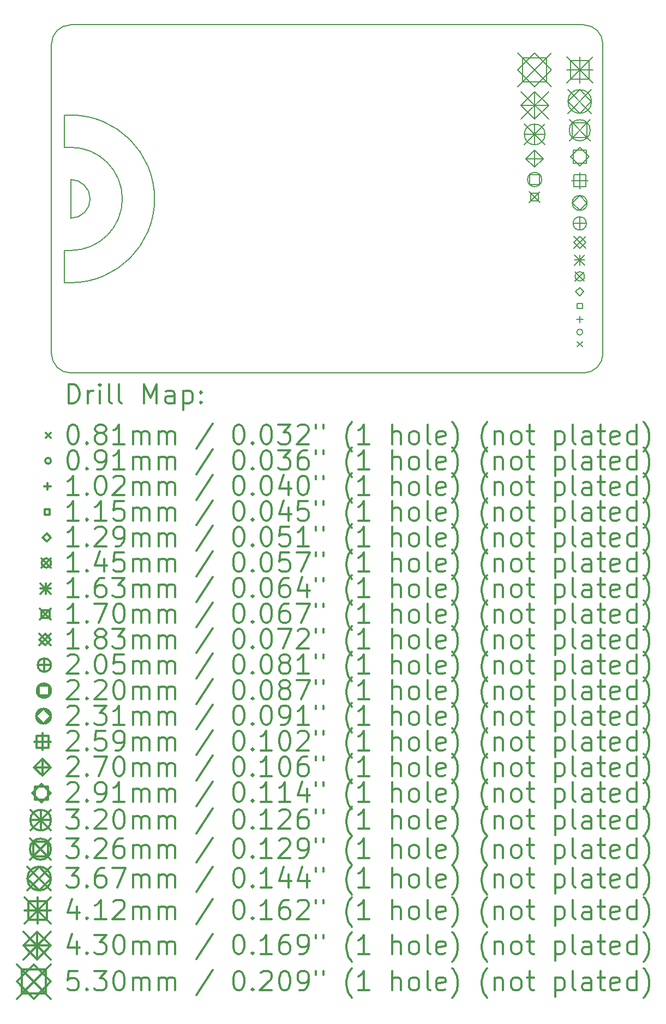
<source format=gbr>
%FSLAX45Y45*%
G04 Gerber Fmt 4.5, Leading zero omitted, Abs format (unit mm)*
G04 Created by KiCad (PCBNEW 4.0.6) date 09/01/17 15:53:41*
%MOMM*%
%LPD*%
G01*
G04 APERTURE LIST*
%ADD10C,0.127000*%
%ADD11C,0.150000*%
%ADD12C,0.200000*%
%ADD13C,0.300000*%
G04 APERTURE END LIST*
D10*
D11*
X4600000Y-5700000D02*
G75*
G03X3300000Y-4400000I-1300000J0D01*
G01*
X3200000Y-7000000D02*
X3300000Y-7000000D01*
X3000000Y-3300000D02*
X3000000Y-8100000D01*
X11260000Y-8400000D02*
X3300000Y-8400000D01*
X11260000Y-8400000D02*
G75*
G03X11560000Y-8100000I0J300000D01*
G01*
X11560000Y-3300000D02*
X11560000Y-8100000D01*
X11560000Y-3300000D02*
G75*
G03X11260000Y-3000000I-300000J0D01*
G01*
X3300000Y-3000000D02*
X11260000Y-3000000D01*
X3000000Y-8100000D02*
G75*
G03X3300000Y-8400000I300000J0D01*
G01*
X3300000Y-3000000D02*
G75*
G03X3000000Y-3300000I0J-300000D01*
G01*
X3200000Y-6500000D02*
X3200000Y-7000000D01*
X3300000Y-6500000D02*
X3200000Y-6500000D01*
X3200000Y-4900000D02*
X3300000Y-4900000D01*
X3200000Y-4400000D02*
X3200000Y-4900000D01*
X3300000Y-4400000D02*
X3200000Y-4400000D01*
X3300000Y-7000000D02*
G75*
G03X4600000Y-5700000I0J1300000D01*
G01*
X3300000Y-6500000D02*
G75*
G03X4100000Y-5700000I0J800000D01*
G01*
X4100000Y-5700000D02*
G75*
G03X3300000Y-4900000I-800000J0D01*
G01*
X3300000Y-5400000D02*
X3300000Y-6000000D01*
X3300000Y-6000000D02*
G75*
G03X3600000Y-5700000I0J300000D01*
G01*
X3600000Y-5700000D02*
G75*
G03X3300000Y-5400000I-300000J0D01*
G01*
D12*
X11159400Y-7912150D02*
X11240600Y-7993350D01*
X11240600Y-7912150D02*
X11159400Y-7993350D01*
X11245600Y-7766550D02*
G75*
G03X11245600Y-7766550I-45600J0D01*
G01*
X11200000Y-7518550D02*
X11200000Y-7620950D01*
X11148800Y-7569750D02*
X11251200Y-7569750D01*
X11240659Y-7401709D02*
X11240659Y-7320391D01*
X11159341Y-7320391D01*
X11159341Y-7401709D01*
X11240659Y-7401709D01*
X11200000Y-7203550D02*
X11264550Y-7139000D01*
X11200000Y-7074450D01*
X11135450Y-7139000D01*
X11200000Y-7203550D01*
X11127500Y-6829450D02*
X11272500Y-6974450D01*
X11272500Y-6829450D02*
X11127500Y-6974450D01*
X11272500Y-6901950D02*
G75*
G03X11272500Y-6901950I-72500J0D01*
G01*
X11118600Y-6566650D02*
X11281400Y-6729450D01*
X11281400Y-6566650D02*
X11118600Y-6729450D01*
X11200000Y-6566650D02*
X11200000Y-6729450D01*
X11118600Y-6648050D02*
X11281400Y-6648050D01*
X10415000Y-5590000D02*
X10585000Y-5760000D01*
X10585000Y-5590000D02*
X10415000Y-5760000D01*
X10560105Y-5735105D02*
X10560105Y-5614895D01*
X10439895Y-5614895D01*
X10439895Y-5735105D01*
X10560105Y-5735105D01*
X11108600Y-6283850D02*
X11291400Y-6466650D01*
X11291400Y-6283850D02*
X11108600Y-6466650D01*
X11200000Y-6466650D02*
X11291400Y-6375250D01*
X11200000Y-6283850D01*
X11108600Y-6375250D01*
X11200000Y-6466650D01*
X11200000Y-5978550D02*
X11200000Y-6183850D01*
X11097350Y-6081200D02*
X11302650Y-6081200D01*
X11302650Y-6081200D02*
G75*
G03X11302650Y-6081200I-102650J0D01*
G01*
X10577783Y-5477783D02*
X10577783Y-5322218D01*
X10422218Y-5322218D01*
X10422218Y-5477783D01*
X10577783Y-5477783D01*
X10610000Y-5400000D02*
G75*
G03X10610000Y-5400000I-110000J0D01*
G01*
X11200000Y-5878550D02*
X11315250Y-5763300D01*
X11200000Y-5648050D01*
X11084750Y-5763300D01*
X11200000Y-5878550D01*
X11315250Y-5763300D02*
G75*
G03X11315250Y-5763300I-115250J0D01*
G01*
X11200000Y-5289250D02*
X11200000Y-5548050D01*
X11070600Y-5418650D02*
X11329400Y-5418650D01*
X11291500Y-5510151D02*
X11291500Y-5327150D01*
X11108500Y-5327150D01*
X11108500Y-5510151D01*
X11291500Y-5510151D01*
X10500000Y-4940000D02*
X10500000Y-5210000D01*
X10365000Y-5075000D02*
X10635000Y-5075000D01*
X10500000Y-5210000D02*
X10635000Y-5075000D01*
X10500000Y-4940000D01*
X10365000Y-5075000D01*
X10500000Y-5210000D01*
X11200000Y-5189250D02*
X11345300Y-5043950D01*
X11200000Y-4898650D01*
X11054700Y-5043950D01*
X11200000Y-5189250D01*
X11302744Y-5146694D02*
X11302744Y-4941206D01*
X11097256Y-4941206D01*
X11097256Y-5146694D01*
X11302744Y-5146694D01*
X10340000Y-4540000D02*
X10660000Y-4860000D01*
X10660000Y-4540000D02*
X10340000Y-4860000D01*
X10500000Y-4540000D02*
X10500000Y-4860000D01*
X10340000Y-4700000D02*
X10660000Y-4700000D01*
X10660000Y-4700000D02*
G75*
G03X10660000Y-4700000I-160000J0D01*
G01*
X11036800Y-4472250D02*
X11363200Y-4798650D01*
X11363200Y-4472250D02*
X11036800Y-4798650D01*
X11315401Y-4750851D02*
X11315401Y-4520049D01*
X11084599Y-4520049D01*
X11084599Y-4750851D01*
X11315401Y-4750851D01*
X11363200Y-4635450D02*
G75*
G03X11363200Y-4635450I-163200J0D01*
G01*
X11016750Y-4005750D02*
X11383250Y-4372250D01*
X11383250Y-4005750D02*
X11016750Y-4372250D01*
X11200000Y-4372250D02*
X11383250Y-4189000D01*
X11200000Y-4005750D01*
X11016750Y-4189000D01*
X11200000Y-4372250D01*
X11383250Y-4189000D02*
G75*
G03X11383250Y-4189000I-183250J0D01*
G01*
X10994250Y-3494250D02*
X11405750Y-3905750D01*
X11405750Y-3494250D02*
X10994250Y-3905750D01*
X11200000Y-3494250D02*
X11200000Y-3905750D01*
X10994250Y-3700000D02*
X11405750Y-3700000D01*
X11345489Y-3845489D02*
X11345489Y-3554511D01*
X11054511Y-3554511D01*
X11054511Y-3845489D01*
X11345489Y-3845489D01*
X10285000Y-4035000D02*
X10715000Y-4465000D01*
X10715000Y-4035000D02*
X10285000Y-4465000D01*
X10500000Y-4035000D02*
X10500000Y-4465000D01*
X10285000Y-4250000D02*
X10715000Y-4250000D01*
X10500000Y-4465000D02*
X10715000Y-4250000D01*
X10500000Y-4035000D01*
X10285000Y-4250000D01*
X10500000Y-4465000D01*
X10235000Y-3435000D02*
X10765000Y-3965000D01*
X10765000Y-3435000D02*
X10235000Y-3965000D01*
X10500000Y-3965000D02*
X10765000Y-3700000D01*
X10500000Y-3435000D01*
X10235000Y-3700000D01*
X10500000Y-3965000D01*
X10687385Y-3887385D02*
X10687385Y-3512615D01*
X10312615Y-3512615D01*
X10312615Y-3887385D01*
X10687385Y-3887385D01*
D13*
X3263928Y-8873214D02*
X3263928Y-8573214D01*
X3335357Y-8573214D01*
X3378214Y-8587500D01*
X3406786Y-8616072D01*
X3421071Y-8644643D01*
X3435357Y-8701786D01*
X3435357Y-8744643D01*
X3421071Y-8801786D01*
X3406786Y-8830357D01*
X3378214Y-8858929D01*
X3335357Y-8873214D01*
X3263928Y-8873214D01*
X3563928Y-8873214D02*
X3563928Y-8673214D01*
X3563928Y-8730357D02*
X3578214Y-8701786D01*
X3592500Y-8687500D01*
X3621071Y-8673214D01*
X3649643Y-8673214D01*
X3749643Y-8873214D02*
X3749643Y-8673214D01*
X3749643Y-8573214D02*
X3735357Y-8587500D01*
X3749643Y-8601786D01*
X3763928Y-8587500D01*
X3749643Y-8573214D01*
X3749643Y-8601786D01*
X3935357Y-8873214D02*
X3906786Y-8858929D01*
X3892500Y-8830357D01*
X3892500Y-8573214D01*
X4092500Y-8873214D02*
X4063928Y-8858929D01*
X4049643Y-8830357D01*
X4049643Y-8573214D01*
X4435357Y-8873214D02*
X4435357Y-8573214D01*
X4535357Y-8787500D01*
X4635357Y-8573214D01*
X4635357Y-8873214D01*
X4906786Y-8873214D02*
X4906786Y-8716072D01*
X4892500Y-8687500D01*
X4863929Y-8673214D01*
X4806786Y-8673214D01*
X4778214Y-8687500D01*
X4906786Y-8858929D02*
X4878214Y-8873214D01*
X4806786Y-8873214D01*
X4778214Y-8858929D01*
X4763929Y-8830357D01*
X4763929Y-8801786D01*
X4778214Y-8773214D01*
X4806786Y-8758929D01*
X4878214Y-8758929D01*
X4906786Y-8744643D01*
X5049643Y-8673214D02*
X5049643Y-8973214D01*
X5049643Y-8687500D02*
X5078214Y-8673214D01*
X5135357Y-8673214D01*
X5163929Y-8687500D01*
X5178214Y-8701786D01*
X5192500Y-8730357D01*
X5192500Y-8816072D01*
X5178214Y-8844643D01*
X5163929Y-8858929D01*
X5135357Y-8873214D01*
X5078214Y-8873214D01*
X5049643Y-8858929D01*
X5321071Y-8844643D02*
X5335357Y-8858929D01*
X5321071Y-8873214D01*
X5306786Y-8858929D01*
X5321071Y-8844643D01*
X5321071Y-8873214D01*
X5321071Y-8687500D02*
X5335357Y-8701786D01*
X5321071Y-8716072D01*
X5306786Y-8701786D01*
X5321071Y-8687500D01*
X5321071Y-8716072D01*
X2911300Y-9326900D02*
X2992500Y-9408100D01*
X2992500Y-9326900D02*
X2911300Y-9408100D01*
X3321071Y-9203214D02*
X3349643Y-9203214D01*
X3378214Y-9217500D01*
X3392500Y-9231786D01*
X3406786Y-9260357D01*
X3421071Y-9317500D01*
X3421071Y-9388929D01*
X3406786Y-9446072D01*
X3392500Y-9474643D01*
X3378214Y-9488929D01*
X3349643Y-9503214D01*
X3321071Y-9503214D01*
X3292500Y-9488929D01*
X3278214Y-9474643D01*
X3263928Y-9446072D01*
X3249643Y-9388929D01*
X3249643Y-9317500D01*
X3263928Y-9260357D01*
X3278214Y-9231786D01*
X3292500Y-9217500D01*
X3321071Y-9203214D01*
X3549643Y-9474643D02*
X3563928Y-9488929D01*
X3549643Y-9503214D01*
X3535357Y-9488929D01*
X3549643Y-9474643D01*
X3549643Y-9503214D01*
X3735357Y-9331786D02*
X3706786Y-9317500D01*
X3692500Y-9303214D01*
X3678214Y-9274643D01*
X3678214Y-9260357D01*
X3692500Y-9231786D01*
X3706786Y-9217500D01*
X3735357Y-9203214D01*
X3792500Y-9203214D01*
X3821071Y-9217500D01*
X3835357Y-9231786D01*
X3849643Y-9260357D01*
X3849643Y-9274643D01*
X3835357Y-9303214D01*
X3821071Y-9317500D01*
X3792500Y-9331786D01*
X3735357Y-9331786D01*
X3706786Y-9346072D01*
X3692500Y-9360357D01*
X3678214Y-9388929D01*
X3678214Y-9446072D01*
X3692500Y-9474643D01*
X3706786Y-9488929D01*
X3735357Y-9503214D01*
X3792500Y-9503214D01*
X3821071Y-9488929D01*
X3835357Y-9474643D01*
X3849643Y-9446072D01*
X3849643Y-9388929D01*
X3835357Y-9360357D01*
X3821071Y-9346072D01*
X3792500Y-9331786D01*
X4135357Y-9503214D02*
X3963928Y-9503214D01*
X4049643Y-9503214D02*
X4049643Y-9203214D01*
X4021071Y-9246072D01*
X3992500Y-9274643D01*
X3963928Y-9288929D01*
X4263929Y-9503214D02*
X4263929Y-9303214D01*
X4263929Y-9331786D02*
X4278214Y-9317500D01*
X4306786Y-9303214D01*
X4349643Y-9303214D01*
X4378214Y-9317500D01*
X4392500Y-9346072D01*
X4392500Y-9503214D01*
X4392500Y-9346072D02*
X4406786Y-9317500D01*
X4435357Y-9303214D01*
X4478214Y-9303214D01*
X4506786Y-9317500D01*
X4521071Y-9346072D01*
X4521071Y-9503214D01*
X4663929Y-9503214D02*
X4663929Y-9303214D01*
X4663929Y-9331786D02*
X4678214Y-9317500D01*
X4706786Y-9303214D01*
X4749643Y-9303214D01*
X4778214Y-9317500D01*
X4792500Y-9346072D01*
X4792500Y-9503214D01*
X4792500Y-9346072D02*
X4806786Y-9317500D01*
X4835357Y-9303214D01*
X4878214Y-9303214D01*
X4906786Y-9317500D01*
X4921071Y-9346072D01*
X4921071Y-9503214D01*
X5506786Y-9188929D02*
X5249643Y-9574643D01*
X5892500Y-9203214D02*
X5921071Y-9203214D01*
X5949643Y-9217500D01*
X5963928Y-9231786D01*
X5978214Y-9260357D01*
X5992500Y-9317500D01*
X5992500Y-9388929D01*
X5978214Y-9446072D01*
X5963928Y-9474643D01*
X5949643Y-9488929D01*
X5921071Y-9503214D01*
X5892500Y-9503214D01*
X5863928Y-9488929D01*
X5849643Y-9474643D01*
X5835357Y-9446072D01*
X5821071Y-9388929D01*
X5821071Y-9317500D01*
X5835357Y-9260357D01*
X5849643Y-9231786D01*
X5863928Y-9217500D01*
X5892500Y-9203214D01*
X6121071Y-9474643D02*
X6135357Y-9488929D01*
X6121071Y-9503214D01*
X6106786Y-9488929D01*
X6121071Y-9474643D01*
X6121071Y-9503214D01*
X6321071Y-9203214D02*
X6349643Y-9203214D01*
X6378214Y-9217500D01*
X6392500Y-9231786D01*
X6406785Y-9260357D01*
X6421071Y-9317500D01*
X6421071Y-9388929D01*
X6406785Y-9446072D01*
X6392500Y-9474643D01*
X6378214Y-9488929D01*
X6349643Y-9503214D01*
X6321071Y-9503214D01*
X6292500Y-9488929D01*
X6278214Y-9474643D01*
X6263928Y-9446072D01*
X6249643Y-9388929D01*
X6249643Y-9317500D01*
X6263928Y-9260357D01*
X6278214Y-9231786D01*
X6292500Y-9217500D01*
X6321071Y-9203214D01*
X6521071Y-9203214D02*
X6706785Y-9203214D01*
X6606785Y-9317500D01*
X6649643Y-9317500D01*
X6678214Y-9331786D01*
X6692500Y-9346072D01*
X6706785Y-9374643D01*
X6706785Y-9446072D01*
X6692500Y-9474643D01*
X6678214Y-9488929D01*
X6649643Y-9503214D01*
X6563928Y-9503214D01*
X6535357Y-9488929D01*
X6521071Y-9474643D01*
X6821071Y-9231786D02*
X6835357Y-9217500D01*
X6863928Y-9203214D01*
X6935357Y-9203214D01*
X6963928Y-9217500D01*
X6978214Y-9231786D01*
X6992500Y-9260357D01*
X6992500Y-9288929D01*
X6978214Y-9331786D01*
X6806785Y-9503214D01*
X6992500Y-9503214D01*
X7106786Y-9203214D02*
X7106786Y-9260357D01*
X7221071Y-9203214D02*
X7221071Y-9260357D01*
X7663928Y-9617500D02*
X7649643Y-9603214D01*
X7621071Y-9560357D01*
X7606785Y-9531786D01*
X7592500Y-9488929D01*
X7578214Y-9417500D01*
X7578214Y-9360357D01*
X7592500Y-9288929D01*
X7606785Y-9246072D01*
X7621071Y-9217500D01*
X7649643Y-9174643D01*
X7663928Y-9160357D01*
X7935357Y-9503214D02*
X7763928Y-9503214D01*
X7849643Y-9503214D02*
X7849643Y-9203214D01*
X7821071Y-9246072D01*
X7792500Y-9274643D01*
X7763928Y-9288929D01*
X8292500Y-9503214D02*
X8292500Y-9203214D01*
X8421071Y-9503214D02*
X8421071Y-9346072D01*
X8406786Y-9317500D01*
X8378214Y-9303214D01*
X8335357Y-9303214D01*
X8306785Y-9317500D01*
X8292500Y-9331786D01*
X8606786Y-9503214D02*
X8578214Y-9488929D01*
X8563928Y-9474643D01*
X8549643Y-9446072D01*
X8549643Y-9360357D01*
X8563928Y-9331786D01*
X8578214Y-9317500D01*
X8606786Y-9303214D01*
X8649643Y-9303214D01*
X8678214Y-9317500D01*
X8692500Y-9331786D01*
X8706786Y-9360357D01*
X8706786Y-9446072D01*
X8692500Y-9474643D01*
X8678214Y-9488929D01*
X8649643Y-9503214D01*
X8606786Y-9503214D01*
X8878214Y-9503214D02*
X8849643Y-9488929D01*
X8835357Y-9460357D01*
X8835357Y-9203214D01*
X9106786Y-9488929D02*
X9078214Y-9503214D01*
X9021071Y-9503214D01*
X8992500Y-9488929D01*
X8978214Y-9460357D01*
X8978214Y-9346072D01*
X8992500Y-9317500D01*
X9021071Y-9303214D01*
X9078214Y-9303214D01*
X9106786Y-9317500D01*
X9121071Y-9346072D01*
X9121071Y-9374643D01*
X8978214Y-9403214D01*
X9221071Y-9617500D02*
X9235357Y-9603214D01*
X9263929Y-9560357D01*
X9278214Y-9531786D01*
X9292500Y-9488929D01*
X9306786Y-9417500D01*
X9306786Y-9360357D01*
X9292500Y-9288929D01*
X9278214Y-9246072D01*
X9263929Y-9217500D01*
X9235357Y-9174643D01*
X9221071Y-9160357D01*
X9763929Y-9617500D02*
X9749643Y-9603214D01*
X9721071Y-9560357D01*
X9706786Y-9531786D01*
X9692500Y-9488929D01*
X9678214Y-9417500D01*
X9678214Y-9360357D01*
X9692500Y-9288929D01*
X9706786Y-9246072D01*
X9721071Y-9217500D01*
X9749643Y-9174643D01*
X9763929Y-9160357D01*
X9878214Y-9303214D02*
X9878214Y-9503214D01*
X9878214Y-9331786D02*
X9892500Y-9317500D01*
X9921071Y-9303214D01*
X9963929Y-9303214D01*
X9992500Y-9317500D01*
X10006786Y-9346072D01*
X10006786Y-9503214D01*
X10192500Y-9503214D02*
X10163929Y-9488929D01*
X10149643Y-9474643D01*
X10135357Y-9446072D01*
X10135357Y-9360357D01*
X10149643Y-9331786D01*
X10163929Y-9317500D01*
X10192500Y-9303214D01*
X10235357Y-9303214D01*
X10263929Y-9317500D01*
X10278214Y-9331786D01*
X10292500Y-9360357D01*
X10292500Y-9446072D01*
X10278214Y-9474643D01*
X10263929Y-9488929D01*
X10235357Y-9503214D01*
X10192500Y-9503214D01*
X10378214Y-9303214D02*
X10492500Y-9303214D01*
X10421071Y-9203214D02*
X10421071Y-9460357D01*
X10435357Y-9488929D01*
X10463929Y-9503214D01*
X10492500Y-9503214D01*
X10821071Y-9303214D02*
X10821071Y-9603214D01*
X10821071Y-9317500D02*
X10849643Y-9303214D01*
X10906786Y-9303214D01*
X10935357Y-9317500D01*
X10949643Y-9331786D01*
X10963929Y-9360357D01*
X10963929Y-9446072D01*
X10949643Y-9474643D01*
X10935357Y-9488929D01*
X10906786Y-9503214D01*
X10849643Y-9503214D01*
X10821071Y-9488929D01*
X11135357Y-9503214D02*
X11106786Y-9488929D01*
X11092500Y-9460357D01*
X11092500Y-9203214D01*
X11378214Y-9503214D02*
X11378214Y-9346072D01*
X11363929Y-9317500D01*
X11335357Y-9303214D01*
X11278214Y-9303214D01*
X11249643Y-9317500D01*
X11378214Y-9488929D02*
X11349643Y-9503214D01*
X11278214Y-9503214D01*
X11249643Y-9488929D01*
X11235357Y-9460357D01*
X11235357Y-9431786D01*
X11249643Y-9403214D01*
X11278214Y-9388929D01*
X11349643Y-9388929D01*
X11378214Y-9374643D01*
X11478214Y-9303214D02*
X11592500Y-9303214D01*
X11521071Y-9203214D02*
X11521071Y-9460357D01*
X11535357Y-9488929D01*
X11563929Y-9503214D01*
X11592500Y-9503214D01*
X11806786Y-9488929D02*
X11778214Y-9503214D01*
X11721071Y-9503214D01*
X11692500Y-9488929D01*
X11678214Y-9460357D01*
X11678214Y-9346072D01*
X11692500Y-9317500D01*
X11721071Y-9303214D01*
X11778214Y-9303214D01*
X11806786Y-9317500D01*
X11821071Y-9346072D01*
X11821071Y-9374643D01*
X11678214Y-9403214D01*
X12078214Y-9503214D02*
X12078214Y-9203214D01*
X12078214Y-9488929D02*
X12049643Y-9503214D01*
X11992500Y-9503214D01*
X11963929Y-9488929D01*
X11949643Y-9474643D01*
X11935357Y-9446072D01*
X11935357Y-9360357D01*
X11949643Y-9331786D01*
X11963929Y-9317500D01*
X11992500Y-9303214D01*
X12049643Y-9303214D01*
X12078214Y-9317500D01*
X12192500Y-9617500D02*
X12206786Y-9603214D01*
X12235357Y-9560357D01*
X12249643Y-9531786D01*
X12263929Y-9488929D01*
X12278214Y-9417500D01*
X12278214Y-9360357D01*
X12263929Y-9288929D01*
X12249643Y-9246072D01*
X12235357Y-9217500D01*
X12206786Y-9174643D01*
X12192500Y-9160357D01*
X2992500Y-9763500D02*
G75*
G03X2992500Y-9763500I-45600J0D01*
G01*
X3321071Y-9599214D02*
X3349643Y-9599214D01*
X3378214Y-9613500D01*
X3392500Y-9627786D01*
X3406786Y-9656357D01*
X3421071Y-9713500D01*
X3421071Y-9784929D01*
X3406786Y-9842072D01*
X3392500Y-9870643D01*
X3378214Y-9884929D01*
X3349643Y-9899214D01*
X3321071Y-9899214D01*
X3292500Y-9884929D01*
X3278214Y-9870643D01*
X3263928Y-9842072D01*
X3249643Y-9784929D01*
X3249643Y-9713500D01*
X3263928Y-9656357D01*
X3278214Y-9627786D01*
X3292500Y-9613500D01*
X3321071Y-9599214D01*
X3549643Y-9870643D02*
X3563928Y-9884929D01*
X3549643Y-9899214D01*
X3535357Y-9884929D01*
X3549643Y-9870643D01*
X3549643Y-9899214D01*
X3706786Y-9899214D02*
X3763928Y-9899214D01*
X3792500Y-9884929D01*
X3806786Y-9870643D01*
X3835357Y-9827786D01*
X3849643Y-9770643D01*
X3849643Y-9656357D01*
X3835357Y-9627786D01*
X3821071Y-9613500D01*
X3792500Y-9599214D01*
X3735357Y-9599214D01*
X3706786Y-9613500D01*
X3692500Y-9627786D01*
X3678214Y-9656357D01*
X3678214Y-9727786D01*
X3692500Y-9756357D01*
X3706786Y-9770643D01*
X3735357Y-9784929D01*
X3792500Y-9784929D01*
X3821071Y-9770643D01*
X3835357Y-9756357D01*
X3849643Y-9727786D01*
X4135357Y-9899214D02*
X3963928Y-9899214D01*
X4049643Y-9899214D02*
X4049643Y-9599214D01*
X4021071Y-9642072D01*
X3992500Y-9670643D01*
X3963928Y-9684929D01*
X4263929Y-9899214D02*
X4263929Y-9699214D01*
X4263929Y-9727786D02*
X4278214Y-9713500D01*
X4306786Y-9699214D01*
X4349643Y-9699214D01*
X4378214Y-9713500D01*
X4392500Y-9742072D01*
X4392500Y-9899214D01*
X4392500Y-9742072D02*
X4406786Y-9713500D01*
X4435357Y-9699214D01*
X4478214Y-9699214D01*
X4506786Y-9713500D01*
X4521071Y-9742072D01*
X4521071Y-9899214D01*
X4663929Y-9899214D02*
X4663929Y-9699214D01*
X4663929Y-9727786D02*
X4678214Y-9713500D01*
X4706786Y-9699214D01*
X4749643Y-9699214D01*
X4778214Y-9713500D01*
X4792500Y-9742072D01*
X4792500Y-9899214D01*
X4792500Y-9742072D02*
X4806786Y-9713500D01*
X4835357Y-9699214D01*
X4878214Y-9699214D01*
X4906786Y-9713500D01*
X4921071Y-9742072D01*
X4921071Y-9899214D01*
X5506786Y-9584929D02*
X5249643Y-9970643D01*
X5892500Y-9599214D02*
X5921071Y-9599214D01*
X5949643Y-9613500D01*
X5963928Y-9627786D01*
X5978214Y-9656357D01*
X5992500Y-9713500D01*
X5992500Y-9784929D01*
X5978214Y-9842072D01*
X5963928Y-9870643D01*
X5949643Y-9884929D01*
X5921071Y-9899214D01*
X5892500Y-9899214D01*
X5863928Y-9884929D01*
X5849643Y-9870643D01*
X5835357Y-9842072D01*
X5821071Y-9784929D01*
X5821071Y-9713500D01*
X5835357Y-9656357D01*
X5849643Y-9627786D01*
X5863928Y-9613500D01*
X5892500Y-9599214D01*
X6121071Y-9870643D02*
X6135357Y-9884929D01*
X6121071Y-9899214D01*
X6106786Y-9884929D01*
X6121071Y-9870643D01*
X6121071Y-9899214D01*
X6321071Y-9599214D02*
X6349643Y-9599214D01*
X6378214Y-9613500D01*
X6392500Y-9627786D01*
X6406785Y-9656357D01*
X6421071Y-9713500D01*
X6421071Y-9784929D01*
X6406785Y-9842072D01*
X6392500Y-9870643D01*
X6378214Y-9884929D01*
X6349643Y-9899214D01*
X6321071Y-9899214D01*
X6292500Y-9884929D01*
X6278214Y-9870643D01*
X6263928Y-9842072D01*
X6249643Y-9784929D01*
X6249643Y-9713500D01*
X6263928Y-9656357D01*
X6278214Y-9627786D01*
X6292500Y-9613500D01*
X6321071Y-9599214D01*
X6521071Y-9599214D02*
X6706785Y-9599214D01*
X6606785Y-9713500D01*
X6649643Y-9713500D01*
X6678214Y-9727786D01*
X6692500Y-9742072D01*
X6706785Y-9770643D01*
X6706785Y-9842072D01*
X6692500Y-9870643D01*
X6678214Y-9884929D01*
X6649643Y-9899214D01*
X6563928Y-9899214D01*
X6535357Y-9884929D01*
X6521071Y-9870643D01*
X6963928Y-9599214D02*
X6906785Y-9599214D01*
X6878214Y-9613500D01*
X6863928Y-9627786D01*
X6835357Y-9670643D01*
X6821071Y-9727786D01*
X6821071Y-9842072D01*
X6835357Y-9870643D01*
X6849643Y-9884929D01*
X6878214Y-9899214D01*
X6935357Y-9899214D01*
X6963928Y-9884929D01*
X6978214Y-9870643D01*
X6992500Y-9842072D01*
X6992500Y-9770643D01*
X6978214Y-9742072D01*
X6963928Y-9727786D01*
X6935357Y-9713500D01*
X6878214Y-9713500D01*
X6849643Y-9727786D01*
X6835357Y-9742072D01*
X6821071Y-9770643D01*
X7106786Y-9599214D02*
X7106786Y-9656357D01*
X7221071Y-9599214D02*
X7221071Y-9656357D01*
X7663928Y-10013500D02*
X7649643Y-9999214D01*
X7621071Y-9956357D01*
X7606785Y-9927786D01*
X7592500Y-9884929D01*
X7578214Y-9813500D01*
X7578214Y-9756357D01*
X7592500Y-9684929D01*
X7606785Y-9642072D01*
X7621071Y-9613500D01*
X7649643Y-9570643D01*
X7663928Y-9556357D01*
X7935357Y-9899214D02*
X7763928Y-9899214D01*
X7849643Y-9899214D02*
X7849643Y-9599214D01*
X7821071Y-9642072D01*
X7792500Y-9670643D01*
X7763928Y-9684929D01*
X8292500Y-9899214D02*
X8292500Y-9599214D01*
X8421071Y-9899214D02*
X8421071Y-9742072D01*
X8406786Y-9713500D01*
X8378214Y-9699214D01*
X8335357Y-9699214D01*
X8306785Y-9713500D01*
X8292500Y-9727786D01*
X8606786Y-9899214D02*
X8578214Y-9884929D01*
X8563928Y-9870643D01*
X8549643Y-9842072D01*
X8549643Y-9756357D01*
X8563928Y-9727786D01*
X8578214Y-9713500D01*
X8606786Y-9699214D01*
X8649643Y-9699214D01*
X8678214Y-9713500D01*
X8692500Y-9727786D01*
X8706786Y-9756357D01*
X8706786Y-9842072D01*
X8692500Y-9870643D01*
X8678214Y-9884929D01*
X8649643Y-9899214D01*
X8606786Y-9899214D01*
X8878214Y-9899214D02*
X8849643Y-9884929D01*
X8835357Y-9856357D01*
X8835357Y-9599214D01*
X9106786Y-9884929D02*
X9078214Y-9899214D01*
X9021071Y-9899214D01*
X8992500Y-9884929D01*
X8978214Y-9856357D01*
X8978214Y-9742072D01*
X8992500Y-9713500D01*
X9021071Y-9699214D01*
X9078214Y-9699214D01*
X9106786Y-9713500D01*
X9121071Y-9742072D01*
X9121071Y-9770643D01*
X8978214Y-9799214D01*
X9221071Y-10013500D02*
X9235357Y-9999214D01*
X9263929Y-9956357D01*
X9278214Y-9927786D01*
X9292500Y-9884929D01*
X9306786Y-9813500D01*
X9306786Y-9756357D01*
X9292500Y-9684929D01*
X9278214Y-9642072D01*
X9263929Y-9613500D01*
X9235357Y-9570643D01*
X9221071Y-9556357D01*
X9763929Y-10013500D02*
X9749643Y-9999214D01*
X9721071Y-9956357D01*
X9706786Y-9927786D01*
X9692500Y-9884929D01*
X9678214Y-9813500D01*
X9678214Y-9756357D01*
X9692500Y-9684929D01*
X9706786Y-9642072D01*
X9721071Y-9613500D01*
X9749643Y-9570643D01*
X9763929Y-9556357D01*
X9878214Y-9699214D02*
X9878214Y-9899214D01*
X9878214Y-9727786D02*
X9892500Y-9713500D01*
X9921071Y-9699214D01*
X9963929Y-9699214D01*
X9992500Y-9713500D01*
X10006786Y-9742072D01*
X10006786Y-9899214D01*
X10192500Y-9899214D02*
X10163929Y-9884929D01*
X10149643Y-9870643D01*
X10135357Y-9842072D01*
X10135357Y-9756357D01*
X10149643Y-9727786D01*
X10163929Y-9713500D01*
X10192500Y-9699214D01*
X10235357Y-9699214D01*
X10263929Y-9713500D01*
X10278214Y-9727786D01*
X10292500Y-9756357D01*
X10292500Y-9842072D01*
X10278214Y-9870643D01*
X10263929Y-9884929D01*
X10235357Y-9899214D01*
X10192500Y-9899214D01*
X10378214Y-9699214D02*
X10492500Y-9699214D01*
X10421071Y-9599214D02*
X10421071Y-9856357D01*
X10435357Y-9884929D01*
X10463929Y-9899214D01*
X10492500Y-9899214D01*
X10821071Y-9699214D02*
X10821071Y-9999214D01*
X10821071Y-9713500D02*
X10849643Y-9699214D01*
X10906786Y-9699214D01*
X10935357Y-9713500D01*
X10949643Y-9727786D01*
X10963929Y-9756357D01*
X10963929Y-9842072D01*
X10949643Y-9870643D01*
X10935357Y-9884929D01*
X10906786Y-9899214D01*
X10849643Y-9899214D01*
X10821071Y-9884929D01*
X11135357Y-9899214D02*
X11106786Y-9884929D01*
X11092500Y-9856357D01*
X11092500Y-9599214D01*
X11378214Y-9899214D02*
X11378214Y-9742072D01*
X11363929Y-9713500D01*
X11335357Y-9699214D01*
X11278214Y-9699214D01*
X11249643Y-9713500D01*
X11378214Y-9884929D02*
X11349643Y-9899214D01*
X11278214Y-9899214D01*
X11249643Y-9884929D01*
X11235357Y-9856357D01*
X11235357Y-9827786D01*
X11249643Y-9799214D01*
X11278214Y-9784929D01*
X11349643Y-9784929D01*
X11378214Y-9770643D01*
X11478214Y-9699214D02*
X11592500Y-9699214D01*
X11521071Y-9599214D02*
X11521071Y-9856357D01*
X11535357Y-9884929D01*
X11563929Y-9899214D01*
X11592500Y-9899214D01*
X11806786Y-9884929D02*
X11778214Y-9899214D01*
X11721071Y-9899214D01*
X11692500Y-9884929D01*
X11678214Y-9856357D01*
X11678214Y-9742072D01*
X11692500Y-9713500D01*
X11721071Y-9699214D01*
X11778214Y-9699214D01*
X11806786Y-9713500D01*
X11821071Y-9742072D01*
X11821071Y-9770643D01*
X11678214Y-9799214D01*
X12078214Y-9899214D02*
X12078214Y-9599214D01*
X12078214Y-9884929D02*
X12049643Y-9899214D01*
X11992500Y-9899214D01*
X11963929Y-9884929D01*
X11949643Y-9870643D01*
X11935357Y-9842072D01*
X11935357Y-9756357D01*
X11949643Y-9727786D01*
X11963929Y-9713500D01*
X11992500Y-9699214D01*
X12049643Y-9699214D01*
X12078214Y-9713500D01*
X12192500Y-10013500D02*
X12206786Y-9999214D01*
X12235357Y-9956357D01*
X12249643Y-9927786D01*
X12263929Y-9884929D01*
X12278214Y-9813500D01*
X12278214Y-9756357D01*
X12263929Y-9684929D01*
X12249643Y-9642072D01*
X12235357Y-9613500D01*
X12206786Y-9570643D01*
X12192500Y-9556357D01*
X2941300Y-10108300D02*
X2941300Y-10210700D01*
X2890100Y-10159500D02*
X2992500Y-10159500D01*
X3421071Y-10295214D02*
X3249643Y-10295214D01*
X3335357Y-10295214D02*
X3335357Y-9995214D01*
X3306786Y-10038072D01*
X3278214Y-10066643D01*
X3249643Y-10080929D01*
X3549643Y-10266643D02*
X3563928Y-10280929D01*
X3549643Y-10295214D01*
X3535357Y-10280929D01*
X3549643Y-10266643D01*
X3549643Y-10295214D01*
X3749643Y-9995214D02*
X3778214Y-9995214D01*
X3806786Y-10009500D01*
X3821071Y-10023786D01*
X3835357Y-10052357D01*
X3849643Y-10109500D01*
X3849643Y-10180929D01*
X3835357Y-10238072D01*
X3821071Y-10266643D01*
X3806786Y-10280929D01*
X3778214Y-10295214D01*
X3749643Y-10295214D01*
X3721071Y-10280929D01*
X3706786Y-10266643D01*
X3692500Y-10238072D01*
X3678214Y-10180929D01*
X3678214Y-10109500D01*
X3692500Y-10052357D01*
X3706786Y-10023786D01*
X3721071Y-10009500D01*
X3749643Y-9995214D01*
X3963928Y-10023786D02*
X3978214Y-10009500D01*
X4006786Y-9995214D01*
X4078214Y-9995214D01*
X4106786Y-10009500D01*
X4121071Y-10023786D01*
X4135357Y-10052357D01*
X4135357Y-10080929D01*
X4121071Y-10123786D01*
X3949643Y-10295214D01*
X4135357Y-10295214D01*
X4263929Y-10295214D02*
X4263929Y-10095214D01*
X4263929Y-10123786D02*
X4278214Y-10109500D01*
X4306786Y-10095214D01*
X4349643Y-10095214D01*
X4378214Y-10109500D01*
X4392500Y-10138072D01*
X4392500Y-10295214D01*
X4392500Y-10138072D02*
X4406786Y-10109500D01*
X4435357Y-10095214D01*
X4478214Y-10095214D01*
X4506786Y-10109500D01*
X4521071Y-10138072D01*
X4521071Y-10295214D01*
X4663929Y-10295214D02*
X4663929Y-10095214D01*
X4663929Y-10123786D02*
X4678214Y-10109500D01*
X4706786Y-10095214D01*
X4749643Y-10095214D01*
X4778214Y-10109500D01*
X4792500Y-10138072D01*
X4792500Y-10295214D01*
X4792500Y-10138072D02*
X4806786Y-10109500D01*
X4835357Y-10095214D01*
X4878214Y-10095214D01*
X4906786Y-10109500D01*
X4921071Y-10138072D01*
X4921071Y-10295214D01*
X5506786Y-9980929D02*
X5249643Y-10366643D01*
X5892500Y-9995214D02*
X5921071Y-9995214D01*
X5949643Y-10009500D01*
X5963928Y-10023786D01*
X5978214Y-10052357D01*
X5992500Y-10109500D01*
X5992500Y-10180929D01*
X5978214Y-10238072D01*
X5963928Y-10266643D01*
X5949643Y-10280929D01*
X5921071Y-10295214D01*
X5892500Y-10295214D01*
X5863928Y-10280929D01*
X5849643Y-10266643D01*
X5835357Y-10238072D01*
X5821071Y-10180929D01*
X5821071Y-10109500D01*
X5835357Y-10052357D01*
X5849643Y-10023786D01*
X5863928Y-10009500D01*
X5892500Y-9995214D01*
X6121071Y-10266643D02*
X6135357Y-10280929D01*
X6121071Y-10295214D01*
X6106786Y-10280929D01*
X6121071Y-10266643D01*
X6121071Y-10295214D01*
X6321071Y-9995214D02*
X6349643Y-9995214D01*
X6378214Y-10009500D01*
X6392500Y-10023786D01*
X6406785Y-10052357D01*
X6421071Y-10109500D01*
X6421071Y-10180929D01*
X6406785Y-10238072D01*
X6392500Y-10266643D01*
X6378214Y-10280929D01*
X6349643Y-10295214D01*
X6321071Y-10295214D01*
X6292500Y-10280929D01*
X6278214Y-10266643D01*
X6263928Y-10238072D01*
X6249643Y-10180929D01*
X6249643Y-10109500D01*
X6263928Y-10052357D01*
X6278214Y-10023786D01*
X6292500Y-10009500D01*
X6321071Y-9995214D01*
X6678214Y-10095214D02*
X6678214Y-10295214D01*
X6606785Y-9980929D02*
X6535357Y-10195214D01*
X6721071Y-10195214D01*
X6892500Y-9995214D02*
X6921071Y-9995214D01*
X6949643Y-10009500D01*
X6963928Y-10023786D01*
X6978214Y-10052357D01*
X6992500Y-10109500D01*
X6992500Y-10180929D01*
X6978214Y-10238072D01*
X6963928Y-10266643D01*
X6949643Y-10280929D01*
X6921071Y-10295214D01*
X6892500Y-10295214D01*
X6863928Y-10280929D01*
X6849643Y-10266643D01*
X6835357Y-10238072D01*
X6821071Y-10180929D01*
X6821071Y-10109500D01*
X6835357Y-10052357D01*
X6849643Y-10023786D01*
X6863928Y-10009500D01*
X6892500Y-9995214D01*
X7106786Y-9995214D02*
X7106786Y-10052357D01*
X7221071Y-9995214D02*
X7221071Y-10052357D01*
X7663928Y-10409500D02*
X7649643Y-10395214D01*
X7621071Y-10352357D01*
X7606785Y-10323786D01*
X7592500Y-10280929D01*
X7578214Y-10209500D01*
X7578214Y-10152357D01*
X7592500Y-10080929D01*
X7606785Y-10038072D01*
X7621071Y-10009500D01*
X7649643Y-9966643D01*
X7663928Y-9952357D01*
X7935357Y-10295214D02*
X7763928Y-10295214D01*
X7849643Y-10295214D02*
X7849643Y-9995214D01*
X7821071Y-10038072D01*
X7792500Y-10066643D01*
X7763928Y-10080929D01*
X8292500Y-10295214D02*
X8292500Y-9995214D01*
X8421071Y-10295214D02*
X8421071Y-10138072D01*
X8406786Y-10109500D01*
X8378214Y-10095214D01*
X8335357Y-10095214D01*
X8306785Y-10109500D01*
X8292500Y-10123786D01*
X8606786Y-10295214D02*
X8578214Y-10280929D01*
X8563928Y-10266643D01*
X8549643Y-10238072D01*
X8549643Y-10152357D01*
X8563928Y-10123786D01*
X8578214Y-10109500D01*
X8606786Y-10095214D01*
X8649643Y-10095214D01*
X8678214Y-10109500D01*
X8692500Y-10123786D01*
X8706786Y-10152357D01*
X8706786Y-10238072D01*
X8692500Y-10266643D01*
X8678214Y-10280929D01*
X8649643Y-10295214D01*
X8606786Y-10295214D01*
X8878214Y-10295214D02*
X8849643Y-10280929D01*
X8835357Y-10252357D01*
X8835357Y-9995214D01*
X9106786Y-10280929D02*
X9078214Y-10295214D01*
X9021071Y-10295214D01*
X8992500Y-10280929D01*
X8978214Y-10252357D01*
X8978214Y-10138072D01*
X8992500Y-10109500D01*
X9021071Y-10095214D01*
X9078214Y-10095214D01*
X9106786Y-10109500D01*
X9121071Y-10138072D01*
X9121071Y-10166643D01*
X8978214Y-10195214D01*
X9221071Y-10409500D02*
X9235357Y-10395214D01*
X9263929Y-10352357D01*
X9278214Y-10323786D01*
X9292500Y-10280929D01*
X9306786Y-10209500D01*
X9306786Y-10152357D01*
X9292500Y-10080929D01*
X9278214Y-10038072D01*
X9263929Y-10009500D01*
X9235357Y-9966643D01*
X9221071Y-9952357D01*
X9763929Y-10409500D02*
X9749643Y-10395214D01*
X9721071Y-10352357D01*
X9706786Y-10323786D01*
X9692500Y-10280929D01*
X9678214Y-10209500D01*
X9678214Y-10152357D01*
X9692500Y-10080929D01*
X9706786Y-10038072D01*
X9721071Y-10009500D01*
X9749643Y-9966643D01*
X9763929Y-9952357D01*
X9878214Y-10095214D02*
X9878214Y-10295214D01*
X9878214Y-10123786D02*
X9892500Y-10109500D01*
X9921071Y-10095214D01*
X9963929Y-10095214D01*
X9992500Y-10109500D01*
X10006786Y-10138072D01*
X10006786Y-10295214D01*
X10192500Y-10295214D02*
X10163929Y-10280929D01*
X10149643Y-10266643D01*
X10135357Y-10238072D01*
X10135357Y-10152357D01*
X10149643Y-10123786D01*
X10163929Y-10109500D01*
X10192500Y-10095214D01*
X10235357Y-10095214D01*
X10263929Y-10109500D01*
X10278214Y-10123786D01*
X10292500Y-10152357D01*
X10292500Y-10238072D01*
X10278214Y-10266643D01*
X10263929Y-10280929D01*
X10235357Y-10295214D01*
X10192500Y-10295214D01*
X10378214Y-10095214D02*
X10492500Y-10095214D01*
X10421071Y-9995214D02*
X10421071Y-10252357D01*
X10435357Y-10280929D01*
X10463929Y-10295214D01*
X10492500Y-10295214D01*
X10821071Y-10095214D02*
X10821071Y-10395214D01*
X10821071Y-10109500D02*
X10849643Y-10095214D01*
X10906786Y-10095214D01*
X10935357Y-10109500D01*
X10949643Y-10123786D01*
X10963929Y-10152357D01*
X10963929Y-10238072D01*
X10949643Y-10266643D01*
X10935357Y-10280929D01*
X10906786Y-10295214D01*
X10849643Y-10295214D01*
X10821071Y-10280929D01*
X11135357Y-10295214D02*
X11106786Y-10280929D01*
X11092500Y-10252357D01*
X11092500Y-9995214D01*
X11378214Y-10295214D02*
X11378214Y-10138072D01*
X11363929Y-10109500D01*
X11335357Y-10095214D01*
X11278214Y-10095214D01*
X11249643Y-10109500D01*
X11378214Y-10280929D02*
X11349643Y-10295214D01*
X11278214Y-10295214D01*
X11249643Y-10280929D01*
X11235357Y-10252357D01*
X11235357Y-10223786D01*
X11249643Y-10195214D01*
X11278214Y-10180929D01*
X11349643Y-10180929D01*
X11378214Y-10166643D01*
X11478214Y-10095214D02*
X11592500Y-10095214D01*
X11521071Y-9995214D02*
X11521071Y-10252357D01*
X11535357Y-10280929D01*
X11563929Y-10295214D01*
X11592500Y-10295214D01*
X11806786Y-10280929D02*
X11778214Y-10295214D01*
X11721071Y-10295214D01*
X11692500Y-10280929D01*
X11678214Y-10252357D01*
X11678214Y-10138072D01*
X11692500Y-10109500D01*
X11721071Y-10095214D01*
X11778214Y-10095214D01*
X11806786Y-10109500D01*
X11821071Y-10138072D01*
X11821071Y-10166643D01*
X11678214Y-10195214D01*
X12078214Y-10295214D02*
X12078214Y-9995214D01*
X12078214Y-10280929D02*
X12049643Y-10295214D01*
X11992500Y-10295214D01*
X11963929Y-10280929D01*
X11949643Y-10266643D01*
X11935357Y-10238072D01*
X11935357Y-10152357D01*
X11949643Y-10123786D01*
X11963929Y-10109500D01*
X11992500Y-10095214D01*
X12049643Y-10095214D01*
X12078214Y-10109500D01*
X12192500Y-10409500D02*
X12206786Y-10395214D01*
X12235357Y-10352357D01*
X12249643Y-10323786D01*
X12263929Y-10280929D01*
X12278214Y-10209500D01*
X12278214Y-10152357D01*
X12263929Y-10080929D01*
X12249643Y-10038072D01*
X12235357Y-10009500D01*
X12206786Y-9966643D01*
X12192500Y-9952357D01*
X2975659Y-10596159D02*
X2975659Y-10514841D01*
X2894341Y-10514841D01*
X2894341Y-10596159D01*
X2975659Y-10596159D01*
X3421071Y-10691214D02*
X3249643Y-10691214D01*
X3335357Y-10691214D02*
X3335357Y-10391214D01*
X3306786Y-10434072D01*
X3278214Y-10462643D01*
X3249643Y-10476929D01*
X3549643Y-10662643D02*
X3563928Y-10676929D01*
X3549643Y-10691214D01*
X3535357Y-10676929D01*
X3549643Y-10662643D01*
X3549643Y-10691214D01*
X3849643Y-10691214D02*
X3678214Y-10691214D01*
X3763928Y-10691214D02*
X3763928Y-10391214D01*
X3735357Y-10434072D01*
X3706786Y-10462643D01*
X3678214Y-10476929D01*
X4121071Y-10391214D02*
X3978214Y-10391214D01*
X3963928Y-10534072D01*
X3978214Y-10519786D01*
X4006786Y-10505500D01*
X4078214Y-10505500D01*
X4106786Y-10519786D01*
X4121071Y-10534072D01*
X4135357Y-10562643D01*
X4135357Y-10634072D01*
X4121071Y-10662643D01*
X4106786Y-10676929D01*
X4078214Y-10691214D01*
X4006786Y-10691214D01*
X3978214Y-10676929D01*
X3963928Y-10662643D01*
X4263929Y-10691214D02*
X4263929Y-10491214D01*
X4263929Y-10519786D02*
X4278214Y-10505500D01*
X4306786Y-10491214D01*
X4349643Y-10491214D01*
X4378214Y-10505500D01*
X4392500Y-10534072D01*
X4392500Y-10691214D01*
X4392500Y-10534072D02*
X4406786Y-10505500D01*
X4435357Y-10491214D01*
X4478214Y-10491214D01*
X4506786Y-10505500D01*
X4521071Y-10534072D01*
X4521071Y-10691214D01*
X4663929Y-10691214D02*
X4663929Y-10491214D01*
X4663929Y-10519786D02*
X4678214Y-10505500D01*
X4706786Y-10491214D01*
X4749643Y-10491214D01*
X4778214Y-10505500D01*
X4792500Y-10534072D01*
X4792500Y-10691214D01*
X4792500Y-10534072D02*
X4806786Y-10505500D01*
X4835357Y-10491214D01*
X4878214Y-10491214D01*
X4906786Y-10505500D01*
X4921071Y-10534072D01*
X4921071Y-10691214D01*
X5506786Y-10376929D02*
X5249643Y-10762643D01*
X5892500Y-10391214D02*
X5921071Y-10391214D01*
X5949643Y-10405500D01*
X5963928Y-10419786D01*
X5978214Y-10448357D01*
X5992500Y-10505500D01*
X5992500Y-10576929D01*
X5978214Y-10634072D01*
X5963928Y-10662643D01*
X5949643Y-10676929D01*
X5921071Y-10691214D01*
X5892500Y-10691214D01*
X5863928Y-10676929D01*
X5849643Y-10662643D01*
X5835357Y-10634072D01*
X5821071Y-10576929D01*
X5821071Y-10505500D01*
X5835357Y-10448357D01*
X5849643Y-10419786D01*
X5863928Y-10405500D01*
X5892500Y-10391214D01*
X6121071Y-10662643D02*
X6135357Y-10676929D01*
X6121071Y-10691214D01*
X6106786Y-10676929D01*
X6121071Y-10662643D01*
X6121071Y-10691214D01*
X6321071Y-10391214D02*
X6349643Y-10391214D01*
X6378214Y-10405500D01*
X6392500Y-10419786D01*
X6406785Y-10448357D01*
X6421071Y-10505500D01*
X6421071Y-10576929D01*
X6406785Y-10634072D01*
X6392500Y-10662643D01*
X6378214Y-10676929D01*
X6349643Y-10691214D01*
X6321071Y-10691214D01*
X6292500Y-10676929D01*
X6278214Y-10662643D01*
X6263928Y-10634072D01*
X6249643Y-10576929D01*
X6249643Y-10505500D01*
X6263928Y-10448357D01*
X6278214Y-10419786D01*
X6292500Y-10405500D01*
X6321071Y-10391214D01*
X6678214Y-10491214D02*
X6678214Y-10691214D01*
X6606785Y-10376929D02*
X6535357Y-10591214D01*
X6721071Y-10591214D01*
X6978214Y-10391214D02*
X6835357Y-10391214D01*
X6821071Y-10534072D01*
X6835357Y-10519786D01*
X6863928Y-10505500D01*
X6935357Y-10505500D01*
X6963928Y-10519786D01*
X6978214Y-10534072D01*
X6992500Y-10562643D01*
X6992500Y-10634072D01*
X6978214Y-10662643D01*
X6963928Y-10676929D01*
X6935357Y-10691214D01*
X6863928Y-10691214D01*
X6835357Y-10676929D01*
X6821071Y-10662643D01*
X7106786Y-10391214D02*
X7106786Y-10448357D01*
X7221071Y-10391214D02*
X7221071Y-10448357D01*
X7663928Y-10805500D02*
X7649643Y-10791214D01*
X7621071Y-10748357D01*
X7606785Y-10719786D01*
X7592500Y-10676929D01*
X7578214Y-10605500D01*
X7578214Y-10548357D01*
X7592500Y-10476929D01*
X7606785Y-10434072D01*
X7621071Y-10405500D01*
X7649643Y-10362643D01*
X7663928Y-10348357D01*
X7935357Y-10691214D02*
X7763928Y-10691214D01*
X7849643Y-10691214D02*
X7849643Y-10391214D01*
X7821071Y-10434072D01*
X7792500Y-10462643D01*
X7763928Y-10476929D01*
X8292500Y-10691214D02*
X8292500Y-10391214D01*
X8421071Y-10691214D02*
X8421071Y-10534072D01*
X8406786Y-10505500D01*
X8378214Y-10491214D01*
X8335357Y-10491214D01*
X8306785Y-10505500D01*
X8292500Y-10519786D01*
X8606786Y-10691214D02*
X8578214Y-10676929D01*
X8563928Y-10662643D01*
X8549643Y-10634072D01*
X8549643Y-10548357D01*
X8563928Y-10519786D01*
X8578214Y-10505500D01*
X8606786Y-10491214D01*
X8649643Y-10491214D01*
X8678214Y-10505500D01*
X8692500Y-10519786D01*
X8706786Y-10548357D01*
X8706786Y-10634072D01*
X8692500Y-10662643D01*
X8678214Y-10676929D01*
X8649643Y-10691214D01*
X8606786Y-10691214D01*
X8878214Y-10691214D02*
X8849643Y-10676929D01*
X8835357Y-10648357D01*
X8835357Y-10391214D01*
X9106786Y-10676929D02*
X9078214Y-10691214D01*
X9021071Y-10691214D01*
X8992500Y-10676929D01*
X8978214Y-10648357D01*
X8978214Y-10534072D01*
X8992500Y-10505500D01*
X9021071Y-10491214D01*
X9078214Y-10491214D01*
X9106786Y-10505500D01*
X9121071Y-10534072D01*
X9121071Y-10562643D01*
X8978214Y-10591214D01*
X9221071Y-10805500D02*
X9235357Y-10791214D01*
X9263929Y-10748357D01*
X9278214Y-10719786D01*
X9292500Y-10676929D01*
X9306786Y-10605500D01*
X9306786Y-10548357D01*
X9292500Y-10476929D01*
X9278214Y-10434072D01*
X9263929Y-10405500D01*
X9235357Y-10362643D01*
X9221071Y-10348357D01*
X9763929Y-10805500D02*
X9749643Y-10791214D01*
X9721071Y-10748357D01*
X9706786Y-10719786D01*
X9692500Y-10676929D01*
X9678214Y-10605500D01*
X9678214Y-10548357D01*
X9692500Y-10476929D01*
X9706786Y-10434072D01*
X9721071Y-10405500D01*
X9749643Y-10362643D01*
X9763929Y-10348357D01*
X9878214Y-10491214D02*
X9878214Y-10691214D01*
X9878214Y-10519786D02*
X9892500Y-10505500D01*
X9921071Y-10491214D01*
X9963929Y-10491214D01*
X9992500Y-10505500D01*
X10006786Y-10534072D01*
X10006786Y-10691214D01*
X10192500Y-10691214D02*
X10163929Y-10676929D01*
X10149643Y-10662643D01*
X10135357Y-10634072D01*
X10135357Y-10548357D01*
X10149643Y-10519786D01*
X10163929Y-10505500D01*
X10192500Y-10491214D01*
X10235357Y-10491214D01*
X10263929Y-10505500D01*
X10278214Y-10519786D01*
X10292500Y-10548357D01*
X10292500Y-10634072D01*
X10278214Y-10662643D01*
X10263929Y-10676929D01*
X10235357Y-10691214D01*
X10192500Y-10691214D01*
X10378214Y-10491214D02*
X10492500Y-10491214D01*
X10421071Y-10391214D02*
X10421071Y-10648357D01*
X10435357Y-10676929D01*
X10463929Y-10691214D01*
X10492500Y-10691214D01*
X10821071Y-10491214D02*
X10821071Y-10791214D01*
X10821071Y-10505500D02*
X10849643Y-10491214D01*
X10906786Y-10491214D01*
X10935357Y-10505500D01*
X10949643Y-10519786D01*
X10963929Y-10548357D01*
X10963929Y-10634072D01*
X10949643Y-10662643D01*
X10935357Y-10676929D01*
X10906786Y-10691214D01*
X10849643Y-10691214D01*
X10821071Y-10676929D01*
X11135357Y-10691214D02*
X11106786Y-10676929D01*
X11092500Y-10648357D01*
X11092500Y-10391214D01*
X11378214Y-10691214D02*
X11378214Y-10534072D01*
X11363929Y-10505500D01*
X11335357Y-10491214D01*
X11278214Y-10491214D01*
X11249643Y-10505500D01*
X11378214Y-10676929D02*
X11349643Y-10691214D01*
X11278214Y-10691214D01*
X11249643Y-10676929D01*
X11235357Y-10648357D01*
X11235357Y-10619786D01*
X11249643Y-10591214D01*
X11278214Y-10576929D01*
X11349643Y-10576929D01*
X11378214Y-10562643D01*
X11478214Y-10491214D02*
X11592500Y-10491214D01*
X11521071Y-10391214D02*
X11521071Y-10648357D01*
X11535357Y-10676929D01*
X11563929Y-10691214D01*
X11592500Y-10691214D01*
X11806786Y-10676929D02*
X11778214Y-10691214D01*
X11721071Y-10691214D01*
X11692500Y-10676929D01*
X11678214Y-10648357D01*
X11678214Y-10534072D01*
X11692500Y-10505500D01*
X11721071Y-10491214D01*
X11778214Y-10491214D01*
X11806786Y-10505500D01*
X11821071Y-10534072D01*
X11821071Y-10562643D01*
X11678214Y-10591214D01*
X12078214Y-10691214D02*
X12078214Y-10391214D01*
X12078214Y-10676929D02*
X12049643Y-10691214D01*
X11992500Y-10691214D01*
X11963929Y-10676929D01*
X11949643Y-10662643D01*
X11935357Y-10634072D01*
X11935357Y-10548357D01*
X11949643Y-10519786D01*
X11963929Y-10505500D01*
X11992500Y-10491214D01*
X12049643Y-10491214D01*
X12078214Y-10505500D01*
X12192500Y-10805500D02*
X12206786Y-10791214D01*
X12235357Y-10748357D01*
X12249643Y-10719786D01*
X12263929Y-10676929D01*
X12278214Y-10605500D01*
X12278214Y-10548357D01*
X12263929Y-10476929D01*
X12249643Y-10434072D01*
X12235357Y-10405500D01*
X12206786Y-10362643D01*
X12192500Y-10348357D01*
X2927950Y-11016050D02*
X2992500Y-10951500D01*
X2927950Y-10886950D01*
X2863400Y-10951500D01*
X2927950Y-11016050D01*
X3421071Y-11087214D02*
X3249643Y-11087214D01*
X3335357Y-11087214D02*
X3335357Y-10787214D01*
X3306786Y-10830072D01*
X3278214Y-10858643D01*
X3249643Y-10872929D01*
X3549643Y-11058643D02*
X3563928Y-11072929D01*
X3549643Y-11087214D01*
X3535357Y-11072929D01*
X3549643Y-11058643D01*
X3549643Y-11087214D01*
X3678214Y-10815786D02*
X3692500Y-10801500D01*
X3721071Y-10787214D01*
X3792500Y-10787214D01*
X3821071Y-10801500D01*
X3835357Y-10815786D01*
X3849643Y-10844357D01*
X3849643Y-10872929D01*
X3835357Y-10915786D01*
X3663928Y-11087214D01*
X3849643Y-11087214D01*
X3992500Y-11087214D02*
X4049643Y-11087214D01*
X4078214Y-11072929D01*
X4092500Y-11058643D01*
X4121071Y-11015786D01*
X4135357Y-10958643D01*
X4135357Y-10844357D01*
X4121071Y-10815786D01*
X4106786Y-10801500D01*
X4078214Y-10787214D01*
X4021071Y-10787214D01*
X3992500Y-10801500D01*
X3978214Y-10815786D01*
X3963928Y-10844357D01*
X3963928Y-10915786D01*
X3978214Y-10944357D01*
X3992500Y-10958643D01*
X4021071Y-10972929D01*
X4078214Y-10972929D01*
X4106786Y-10958643D01*
X4121071Y-10944357D01*
X4135357Y-10915786D01*
X4263929Y-11087214D02*
X4263929Y-10887214D01*
X4263929Y-10915786D02*
X4278214Y-10901500D01*
X4306786Y-10887214D01*
X4349643Y-10887214D01*
X4378214Y-10901500D01*
X4392500Y-10930072D01*
X4392500Y-11087214D01*
X4392500Y-10930072D02*
X4406786Y-10901500D01*
X4435357Y-10887214D01*
X4478214Y-10887214D01*
X4506786Y-10901500D01*
X4521071Y-10930072D01*
X4521071Y-11087214D01*
X4663929Y-11087214D02*
X4663929Y-10887214D01*
X4663929Y-10915786D02*
X4678214Y-10901500D01*
X4706786Y-10887214D01*
X4749643Y-10887214D01*
X4778214Y-10901500D01*
X4792500Y-10930072D01*
X4792500Y-11087214D01*
X4792500Y-10930072D02*
X4806786Y-10901500D01*
X4835357Y-10887214D01*
X4878214Y-10887214D01*
X4906786Y-10901500D01*
X4921071Y-10930072D01*
X4921071Y-11087214D01*
X5506786Y-10772929D02*
X5249643Y-11158643D01*
X5892500Y-10787214D02*
X5921071Y-10787214D01*
X5949643Y-10801500D01*
X5963928Y-10815786D01*
X5978214Y-10844357D01*
X5992500Y-10901500D01*
X5992500Y-10972929D01*
X5978214Y-11030072D01*
X5963928Y-11058643D01*
X5949643Y-11072929D01*
X5921071Y-11087214D01*
X5892500Y-11087214D01*
X5863928Y-11072929D01*
X5849643Y-11058643D01*
X5835357Y-11030072D01*
X5821071Y-10972929D01*
X5821071Y-10901500D01*
X5835357Y-10844357D01*
X5849643Y-10815786D01*
X5863928Y-10801500D01*
X5892500Y-10787214D01*
X6121071Y-11058643D02*
X6135357Y-11072929D01*
X6121071Y-11087214D01*
X6106786Y-11072929D01*
X6121071Y-11058643D01*
X6121071Y-11087214D01*
X6321071Y-10787214D02*
X6349643Y-10787214D01*
X6378214Y-10801500D01*
X6392500Y-10815786D01*
X6406785Y-10844357D01*
X6421071Y-10901500D01*
X6421071Y-10972929D01*
X6406785Y-11030072D01*
X6392500Y-11058643D01*
X6378214Y-11072929D01*
X6349643Y-11087214D01*
X6321071Y-11087214D01*
X6292500Y-11072929D01*
X6278214Y-11058643D01*
X6263928Y-11030072D01*
X6249643Y-10972929D01*
X6249643Y-10901500D01*
X6263928Y-10844357D01*
X6278214Y-10815786D01*
X6292500Y-10801500D01*
X6321071Y-10787214D01*
X6692500Y-10787214D02*
X6549643Y-10787214D01*
X6535357Y-10930072D01*
X6549643Y-10915786D01*
X6578214Y-10901500D01*
X6649643Y-10901500D01*
X6678214Y-10915786D01*
X6692500Y-10930072D01*
X6706785Y-10958643D01*
X6706785Y-11030072D01*
X6692500Y-11058643D01*
X6678214Y-11072929D01*
X6649643Y-11087214D01*
X6578214Y-11087214D01*
X6549643Y-11072929D01*
X6535357Y-11058643D01*
X6992500Y-11087214D02*
X6821071Y-11087214D01*
X6906785Y-11087214D02*
X6906785Y-10787214D01*
X6878214Y-10830072D01*
X6849643Y-10858643D01*
X6821071Y-10872929D01*
X7106786Y-10787214D02*
X7106786Y-10844357D01*
X7221071Y-10787214D02*
X7221071Y-10844357D01*
X7663928Y-11201500D02*
X7649643Y-11187214D01*
X7621071Y-11144357D01*
X7606785Y-11115786D01*
X7592500Y-11072929D01*
X7578214Y-11001500D01*
X7578214Y-10944357D01*
X7592500Y-10872929D01*
X7606785Y-10830072D01*
X7621071Y-10801500D01*
X7649643Y-10758643D01*
X7663928Y-10744357D01*
X7935357Y-11087214D02*
X7763928Y-11087214D01*
X7849643Y-11087214D02*
X7849643Y-10787214D01*
X7821071Y-10830072D01*
X7792500Y-10858643D01*
X7763928Y-10872929D01*
X8292500Y-11087214D02*
X8292500Y-10787214D01*
X8421071Y-11087214D02*
X8421071Y-10930072D01*
X8406786Y-10901500D01*
X8378214Y-10887214D01*
X8335357Y-10887214D01*
X8306785Y-10901500D01*
X8292500Y-10915786D01*
X8606786Y-11087214D02*
X8578214Y-11072929D01*
X8563928Y-11058643D01*
X8549643Y-11030072D01*
X8549643Y-10944357D01*
X8563928Y-10915786D01*
X8578214Y-10901500D01*
X8606786Y-10887214D01*
X8649643Y-10887214D01*
X8678214Y-10901500D01*
X8692500Y-10915786D01*
X8706786Y-10944357D01*
X8706786Y-11030072D01*
X8692500Y-11058643D01*
X8678214Y-11072929D01*
X8649643Y-11087214D01*
X8606786Y-11087214D01*
X8878214Y-11087214D02*
X8849643Y-11072929D01*
X8835357Y-11044357D01*
X8835357Y-10787214D01*
X9106786Y-11072929D02*
X9078214Y-11087214D01*
X9021071Y-11087214D01*
X8992500Y-11072929D01*
X8978214Y-11044357D01*
X8978214Y-10930072D01*
X8992500Y-10901500D01*
X9021071Y-10887214D01*
X9078214Y-10887214D01*
X9106786Y-10901500D01*
X9121071Y-10930072D01*
X9121071Y-10958643D01*
X8978214Y-10987214D01*
X9221071Y-11201500D02*
X9235357Y-11187214D01*
X9263929Y-11144357D01*
X9278214Y-11115786D01*
X9292500Y-11072929D01*
X9306786Y-11001500D01*
X9306786Y-10944357D01*
X9292500Y-10872929D01*
X9278214Y-10830072D01*
X9263929Y-10801500D01*
X9235357Y-10758643D01*
X9221071Y-10744357D01*
X9763929Y-11201500D02*
X9749643Y-11187214D01*
X9721071Y-11144357D01*
X9706786Y-11115786D01*
X9692500Y-11072929D01*
X9678214Y-11001500D01*
X9678214Y-10944357D01*
X9692500Y-10872929D01*
X9706786Y-10830072D01*
X9721071Y-10801500D01*
X9749643Y-10758643D01*
X9763929Y-10744357D01*
X9878214Y-10887214D02*
X9878214Y-11087214D01*
X9878214Y-10915786D02*
X9892500Y-10901500D01*
X9921071Y-10887214D01*
X9963929Y-10887214D01*
X9992500Y-10901500D01*
X10006786Y-10930072D01*
X10006786Y-11087214D01*
X10192500Y-11087214D02*
X10163929Y-11072929D01*
X10149643Y-11058643D01*
X10135357Y-11030072D01*
X10135357Y-10944357D01*
X10149643Y-10915786D01*
X10163929Y-10901500D01*
X10192500Y-10887214D01*
X10235357Y-10887214D01*
X10263929Y-10901500D01*
X10278214Y-10915786D01*
X10292500Y-10944357D01*
X10292500Y-11030072D01*
X10278214Y-11058643D01*
X10263929Y-11072929D01*
X10235357Y-11087214D01*
X10192500Y-11087214D01*
X10378214Y-10887214D02*
X10492500Y-10887214D01*
X10421071Y-10787214D02*
X10421071Y-11044357D01*
X10435357Y-11072929D01*
X10463929Y-11087214D01*
X10492500Y-11087214D01*
X10821071Y-10887214D02*
X10821071Y-11187214D01*
X10821071Y-10901500D02*
X10849643Y-10887214D01*
X10906786Y-10887214D01*
X10935357Y-10901500D01*
X10949643Y-10915786D01*
X10963929Y-10944357D01*
X10963929Y-11030072D01*
X10949643Y-11058643D01*
X10935357Y-11072929D01*
X10906786Y-11087214D01*
X10849643Y-11087214D01*
X10821071Y-11072929D01*
X11135357Y-11087214D02*
X11106786Y-11072929D01*
X11092500Y-11044357D01*
X11092500Y-10787214D01*
X11378214Y-11087214D02*
X11378214Y-10930072D01*
X11363929Y-10901500D01*
X11335357Y-10887214D01*
X11278214Y-10887214D01*
X11249643Y-10901500D01*
X11378214Y-11072929D02*
X11349643Y-11087214D01*
X11278214Y-11087214D01*
X11249643Y-11072929D01*
X11235357Y-11044357D01*
X11235357Y-11015786D01*
X11249643Y-10987214D01*
X11278214Y-10972929D01*
X11349643Y-10972929D01*
X11378214Y-10958643D01*
X11478214Y-10887214D02*
X11592500Y-10887214D01*
X11521071Y-10787214D02*
X11521071Y-11044357D01*
X11535357Y-11072929D01*
X11563929Y-11087214D01*
X11592500Y-11087214D01*
X11806786Y-11072929D02*
X11778214Y-11087214D01*
X11721071Y-11087214D01*
X11692500Y-11072929D01*
X11678214Y-11044357D01*
X11678214Y-10930072D01*
X11692500Y-10901500D01*
X11721071Y-10887214D01*
X11778214Y-10887214D01*
X11806786Y-10901500D01*
X11821071Y-10930072D01*
X11821071Y-10958643D01*
X11678214Y-10987214D01*
X12078214Y-11087214D02*
X12078214Y-10787214D01*
X12078214Y-11072929D02*
X12049643Y-11087214D01*
X11992500Y-11087214D01*
X11963929Y-11072929D01*
X11949643Y-11058643D01*
X11935357Y-11030072D01*
X11935357Y-10944357D01*
X11949643Y-10915786D01*
X11963929Y-10901500D01*
X11992500Y-10887214D01*
X12049643Y-10887214D01*
X12078214Y-10901500D01*
X12192500Y-11201500D02*
X12206786Y-11187214D01*
X12235357Y-11144357D01*
X12249643Y-11115786D01*
X12263929Y-11072929D01*
X12278214Y-11001500D01*
X12278214Y-10944357D01*
X12263929Y-10872929D01*
X12249643Y-10830072D01*
X12235357Y-10801500D01*
X12206786Y-10758643D01*
X12192500Y-10744357D01*
X2847500Y-11275000D02*
X2992500Y-11420000D01*
X2992500Y-11275000D02*
X2847500Y-11420000D01*
X2992500Y-11347500D02*
G75*
G03X2992500Y-11347500I-72500J0D01*
G01*
X3421071Y-11483214D02*
X3249643Y-11483214D01*
X3335357Y-11483214D02*
X3335357Y-11183214D01*
X3306786Y-11226071D01*
X3278214Y-11254643D01*
X3249643Y-11268929D01*
X3549643Y-11454643D02*
X3563928Y-11468929D01*
X3549643Y-11483214D01*
X3535357Y-11468929D01*
X3549643Y-11454643D01*
X3549643Y-11483214D01*
X3821071Y-11283214D02*
X3821071Y-11483214D01*
X3749643Y-11168929D02*
X3678214Y-11383214D01*
X3863928Y-11383214D01*
X4121071Y-11183214D02*
X3978214Y-11183214D01*
X3963928Y-11326071D01*
X3978214Y-11311786D01*
X4006786Y-11297500D01*
X4078214Y-11297500D01*
X4106786Y-11311786D01*
X4121071Y-11326071D01*
X4135357Y-11354643D01*
X4135357Y-11426071D01*
X4121071Y-11454643D01*
X4106786Y-11468929D01*
X4078214Y-11483214D01*
X4006786Y-11483214D01*
X3978214Y-11468929D01*
X3963928Y-11454643D01*
X4263929Y-11483214D02*
X4263929Y-11283214D01*
X4263929Y-11311786D02*
X4278214Y-11297500D01*
X4306786Y-11283214D01*
X4349643Y-11283214D01*
X4378214Y-11297500D01*
X4392500Y-11326071D01*
X4392500Y-11483214D01*
X4392500Y-11326071D02*
X4406786Y-11297500D01*
X4435357Y-11283214D01*
X4478214Y-11283214D01*
X4506786Y-11297500D01*
X4521071Y-11326071D01*
X4521071Y-11483214D01*
X4663929Y-11483214D02*
X4663929Y-11283214D01*
X4663929Y-11311786D02*
X4678214Y-11297500D01*
X4706786Y-11283214D01*
X4749643Y-11283214D01*
X4778214Y-11297500D01*
X4792500Y-11326071D01*
X4792500Y-11483214D01*
X4792500Y-11326071D02*
X4806786Y-11297500D01*
X4835357Y-11283214D01*
X4878214Y-11283214D01*
X4906786Y-11297500D01*
X4921071Y-11326071D01*
X4921071Y-11483214D01*
X5506786Y-11168929D02*
X5249643Y-11554643D01*
X5892500Y-11183214D02*
X5921071Y-11183214D01*
X5949643Y-11197500D01*
X5963928Y-11211786D01*
X5978214Y-11240357D01*
X5992500Y-11297500D01*
X5992500Y-11368929D01*
X5978214Y-11426071D01*
X5963928Y-11454643D01*
X5949643Y-11468929D01*
X5921071Y-11483214D01*
X5892500Y-11483214D01*
X5863928Y-11468929D01*
X5849643Y-11454643D01*
X5835357Y-11426071D01*
X5821071Y-11368929D01*
X5821071Y-11297500D01*
X5835357Y-11240357D01*
X5849643Y-11211786D01*
X5863928Y-11197500D01*
X5892500Y-11183214D01*
X6121071Y-11454643D02*
X6135357Y-11468929D01*
X6121071Y-11483214D01*
X6106786Y-11468929D01*
X6121071Y-11454643D01*
X6121071Y-11483214D01*
X6321071Y-11183214D02*
X6349643Y-11183214D01*
X6378214Y-11197500D01*
X6392500Y-11211786D01*
X6406785Y-11240357D01*
X6421071Y-11297500D01*
X6421071Y-11368929D01*
X6406785Y-11426071D01*
X6392500Y-11454643D01*
X6378214Y-11468929D01*
X6349643Y-11483214D01*
X6321071Y-11483214D01*
X6292500Y-11468929D01*
X6278214Y-11454643D01*
X6263928Y-11426071D01*
X6249643Y-11368929D01*
X6249643Y-11297500D01*
X6263928Y-11240357D01*
X6278214Y-11211786D01*
X6292500Y-11197500D01*
X6321071Y-11183214D01*
X6692500Y-11183214D02*
X6549643Y-11183214D01*
X6535357Y-11326071D01*
X6549643Y-11311786D01*
X6578214Y-11297500D01*
X6649643Y-11297500D01*
X6678214Y-11311786D01*
X6692500Y-11326071D01*
X6706785Y-11354643D01*
X6706785Y-11426071D01*
X6692500Y-11454643D01*
X6678214Y-11468929D01*
X6649643Y-11483214D01*
X6578214Y-11483214D01*
X6549643Y-11468929D01*
X6535357Y-11454643D01*
X6806785Y-11183214D02*
X7006785Y-11183214D01*
X6878214Y-11483214D01*
X7106786Y-11183214D02*
X7106786Y-11240357D01*
X7221071Y-11183214D02*
X7221071Y-11240357D01*
X7663928Y-11597500D02*
X7649643Y-11583214D01*
X7621071Y-11540357D01*
X7606785Y-11511786D01*
X7592500Y-11468929D01*
X7578214Y-11397500D01*
X7578214Y-11340357D01*
X7592500Y-11268929D01*
X7606785Y-11226071D01*
X7621071Y-11197500D01*
X7649643Y-11154643D01*
X7663928Y-11140357D01*
X7935357Y-11483214D02*
X7763928Y-11483214D01*
X7849643Y-11483214D02*
X7849643Y-11183214D01*
X7821071Y-11226071D01*
X7792500Y-11254643D01*
X7763928Y-11268929D01*
X8292500Y-11483214D02*
X8292500Y-11183214D01*
X8421071Y-11483214D02*
X8421071Y-11326071D01*
X8406786Y-11297500D01*
X8378214Y-11283214D01*
X8335357Y-11283214D01*
X8306785Y-11297500D01*
X8292500Y-11311786D01*
X8606786Y-11483214D02*
X8578214Y-11468929D01*
X8563928Y-11454643D01*
X8549643Y-11426071D01*
X8549643Y-11340357D01*
X8563928Y-11311786D01*
X8578214Y-11297500D01*
X8606786Y-11283214D01*
X8649643Y-11283214D01*
X8678214Y-11297500D01*
X8692500Y-11311786D01*
X8706786Y-11340357D01*
X8706786Y-11426071D01*
X8692500Y-11454643D01*
X8678214Y-11468929D01*
X8649643Y-11483214D01*
X8606786Y-11483214D01*
X8878214Y-11483214D02*
X8849643Y-11468929D01*
X8835357Y-11440357D01*
X8835357Y-11183214D01*
X9106786Y-11468929D02*
X9078214Y-11483214D01*
X9021071Y-11483214D01*
X8992500Y-11468929D01*
X8978214Y-11440357D01*
X8978214Y-11326071D01*
X8992500Y-11297500D01*
X9021071Y-11283214D01*
X9078214Y-11283214D01*
X9106786Y-11297500D01*
X9121071Y-11326071D01*
X9121071Y-11354643D01*
X8978214Y-11383214D01*
X9221071Y-11597500D02*
X9235357Y-11583214D01*
X9263929Y-11540357D01*
X9278214Y-11511786D01*
X9292500Y-11468929D01*
X9306786Y-11397500D01*
X9306786Y-11340357D01*
X9292500Y-11268929D01*
X9278214Y-11226071D01*
X9263929Y-11197500D01*
X9235357Y-11154643D01*
X9221071Y-11140357D01*
X9763929Y-11597500D02*
X9749643Y-11583214D01*
X9721071Y-11540357D01*
X9706786Y-11511786D01*
X9692500Y-11468929D01*
X9678214Y-11397500D01*
X9678214Y-11340357D01*
X9692500Y-11268929D01*
X9706786Y-11226071D01*
X9721071Y-11197500D01*
X9749643Y-11154643D01*
X9763929Y-11140357D01*
X9878214Y-11283214D02*
X9878214Y-11483214D01*
X9878214Y-11311786D02*
X9892500Y-11297500D01*
X9921071Y-11283214D01*
X9963929Y-11283214D01*
X9992500Y-11297500D01*
X10006786Y-11326071D01*
X10006786Y-11483214D01*
X10192500Y-11483214D02*
X10163929Y-11468929D01*
X10149643Y-11454643D01*
X10135357Y-11426071D01*
X10135357Y-11340357D01*
X10149643Y-11311786D01*
X10163929Y-11297500D01*
X10192500Y-11283214D01*
X10235357Y-11283214D01*
X10263929Y-11297500D01*
X10278214Y-11311786D01*
X10292500Y-11340357D01*
X10292500Y-11426071D01*
X10278214Y-11454643D01*
X10263929Y-11468929D01*
X10235357Y-11483214D01*
X10192500Y-11483214D01*
X10378214Y-11283214D02*
X10492500Y-11283214D01*
X10421071Y-11183214D02*
X10421071Y-11440357D01*
X10435357Y-11468929D01*
X10463929Y-11483214D01*
X10492500Y-11483214D01*
X10821071Y-11283214D02*
X10821071Y-11583214D01*
X10821071Y-11297500D02*
X10849643Y-11283214D01*
X10906786Y-11283214D01*
X10935357Y-11297500D01*
X10949643Y-11311786D01*
X10963929Y-11340357D01*
X10963929Y-11426071D01*
X10949643Y-11454643D01*
X10935357Y-11468929D01*
X10906786Y-11483214D01*
X10849643Y-11483214D01*
X10821071Y-11468929D01*
X11135357Y-11483214D02*
X11106786Y-11468929D01*
X11092500Y-11440357D01*
X11092500Y-11183214D01*
X11378214Y-11483214D02*
X11378214Y-11326071D01*
X11363929Y-11297500D01*
X11335357Y-11283214D01*
X11278214Y-11283214D01*
X11249643Y-11297500D01*
X11378214Y-11468929D02*
X11349643Y-11483214D01*
X11278214Y-11483214D01*
X11249643Y-11468929D01*
X11235357Y-11440357D01*
X11235357Y-11411786D01*
X11249643Y-11383214D01*
X11278214Y-11368929D01*
X11349643Y-11368929D01*
X11378214Y-11354643D01*
X11478214Y-11283214D02*
X11592500Y-11283214D01*
X11521071Y-11183214D02*
X11521071Y-11440357D01*
X11535357Y-11468929D01*
X11563929Y-11483214D01*
X11592500Y-11483214D01*
X11806786Y-11468929D02*
X11778214Y-11483214D01*
X11721071Y-11483214D01*
X11692500Y-11468929D01*
X11678214Y-11440357D01*
X11678214Y-11326071D01*
X11692500Y-11297500D01*
X11721071Y-11283214D01*
X11778214Y-11283214D01*
X11806786Y-11297500D01*
X11821071Y-11326071D01*
X11821071Y-11354643D01*
X11678214Y-11383214D01*
X12078214Y-11483214D02*
X12078214Y-11183214D01*
X12078214Y-11468929D02*
X12049643Y-11483214D01*
X11992500Y-11483214D01*
X11963929Y-11468929D01*
X11949643Y-11454643D01*
X11935357Y-11426071D01*
X11935357Y-11340357D01*
X11949643Y-11311786D01*
X11963929Y-11297500D01*
X11992500Y-11283214D01*
X12049643Y-11283214D01*
X12078214Y-11297500D01*
X12192500Y-11597500D02*
X12206786Y-11583214D01*
X12235357Y-11540357D01*
X12249643Y-11511786D01*
X12263929Y-11468929D01*
X12278214Y-11397500D01*
X12278214Y-11340357D01*
X12263929Y-11268929D01*
X12249643Y-11226071D01*
X12235357Y-11197500D01*
X12206786Y-11154643D01*
X12192500Y-11140357D01*
X2829700Y-11662100D02*
X2992500Y-11824900D01*
X2992500Y-11662100D02*
X2829700Y-11824900D01*
X2911100Y-11662100D02*
X2911100Y-11824900D01*
X2829700Y-11743500D02*
X2992500Y-11743500D01*
X3421071Y-11879214D02*
X3249643Y-11879214D01*
X3335357Y-11879214D02*
X3335357Y-11579214D01*
X3306786Y-11622071D01*
X3278214Y-11650643D01*
X3249643Y-11664929D01*
X3549643Y-11850643D02*
X3563928Y-11864929D01*
X3549643Y-11879214D01*
X3535357Y-11864929D01*
X3549643Y-11850643D01*
X3549643Y-11879214D01*
X3821071Y-11579214D02*
X3763928Y-11579214D01*
X3735357Y-11593500D01*
X3721071Y-11607786D01*
X3692500Y-11650643D01*
X3678214Y-11707786D01*
X3678214Y-11822071D01*
X3692500Y-11850643D01*
X3706786Y-11864929D01*
X3735357Y-11879214D01*
X3792500Y-11879214D01*
X3821071Y-11864929D01*
X3835357Y-11850643D01*
X3849643Y-11822071D01*
X3849643Y-11750643D01*
X3835357Y-11722071D01*
X3821071Y-11707786D01*
X3792500Y-11693500D01*
X3735357Y-11693500D01*
X3706786Y-11707786D01*
X3692500Y-11722071D01*
X3678214Y-11750643D01*
X3949643Y-11579214D02*
X4135357Y-11579214D01*
X4035357Y-11693500D01*
X4078214Y-11693500D01*
X4106786Y-11707786D01*
X4121071Y-11722071D01*
X4135357Y-11750643D01*
X4135357Y-11822071D01*
X4121071Y-11850643D01*
X4106786Y-11864929D01*
X4078214Y-11879214D01*
X3992500Y-11879214D01*
X3963928Y-11864929D01*
X3949643Y-11850643D01*
X4263929Y-11879214D02*
X4263929Y-11679214D01*
X4263929Y-11707786D02*
X4278214Y-11693500D01*
X4306786Y-11679214D01*
X4349643Y-11679214D01*
X4378214Y-11693500D01*
X4392500Y-11722071D01*
X4392500Y-11879214D01*
X4392500Y-11722071D02*
X4406786Y-11693500D01*
X4435357Y-11679214D01*
X4478214Y-11679214D01*
X4506786Y-11693500D01*
X4521071Y-11722071D01*
X4521071Y-11879214D01*
X4663929Y-11879214D02*
X4663929Y-11679214D01*
X4663929Y-11707786D02*
X4678214Y-11693500D01*
X4706786Y-11679214D01*
X4749643Y-11679214D01*
X4778214Y-11693500D01*
X4792500Y-11722071D01*
X4792500Y-11879214D01*
X4792500Y-11722071D02*
X4806786Y-11693500D01*
X4835357Y-11679214D01*
X4878214Y-11679214D01*
X4906786Y-11693500D01*
X4921071Y-11722071D01*
X4921071Y-11879214D01*
X5506786Y-11564929D02*
X5249643Y-11950643D01*
X5892500Y-11579214D02*
X5921071Y-11579214D01*
X5949643Y-11593500D01*
X5963928Y-11607786D01*
X5978214Y-11636357D01*
X5992500Y-11693500D01*
X5992500Y-11764929D01*
X5978214Y-11822071D01*
X5963928Y-11850643D01*
X5949643Y-11864929D01*
X5921071Y-11879214D01*
X5892500Y-11879214D01*
X5863928Y-11864929D01*
X5849643Y-11850643D01*
X5835357Y-11822071D01*
X5821071Y-11764929D01*
X5821071Y-11693500D01*
X5835357Y-11636357D01*
X5849643Y-11607786D01*
X5863928Y-11593500D01*
X5892500Y-11579214D01*
X6121071Y-11850643D02*
X6135357Y-11864929D01*
X6121071Y-11879214D01*
X6106786Y-11864929D01*
X6121071Y-11850643D01*
X6121071Y-11879214D01*
X6321071Y-11579214D02*
X6349643Y-11579214D01*
X6378214Y-11593500D01*
X6392500Y-11607786D01*
X6406785Y-11636357D01*
X6421071Y-11693500D01*
X6421071Y-11764929D01*
X6406785Y-11822071D01*
X6392500Y-11850643D01*
X6378214Y-11864929D01*
X6349643Y-11879214D01*
X6321071Y-11879214D01*
X6292500Y-11864929D01*
X6278214Y-11850643D01*
X6263928Y-11822071D01*
X6249643Y-11764929D01*
X6249643Y-11693500D01*
X6263928Y-11636357D01*
X6278214Y-11607786D01*
X6292500Y-11593500D01*
X6321071Y-11579214D01*
X6678214Y-11579214D02*
X6621071Y-11579214D01*
X6592500Y-11593500D01*
X6578214Y-11607786D01*
X6549643Y-11650643D01*
X6535357Y-11707786D01*
X6535357Y-11822071D01*
X6549643Y-11850643D01*
X6563928Y-11864929D01*
X6592500Y-11879214D01*
X6649643Y-11879214D01*
X6678214Y-11864929D01*
X6692500Y-11850643D01*
X6706785Y-11822071D01*
X6706785Y-11750643D01*
X6692500Y-11722071D01*
X6678214Y-11707786D01*
X6649643Y-11693500D01*
X6592500Y-11693500D01*
X6563928Y-11707786D01*
X6549643Y-11722071D01*
X6535357Y-11750643D01*
X6963928Y-11679214D02*
X6963928Y-11879214D01*
X6892500Y-11564929D02*
X6821071Y-11779214D01*
X7006785Y-11779214D01*
X7106786Y-11579214D02*
X7106786Y-11636357D01*
X7221071Y-11579214D02*
X7221071Y-11636357D01*
X7663928Y-11993500D02*
X7649643Y-11979214D01*
X7621071Y-11936357D01*
X7606785Y-11907786D01*
X7592500Y-11864929D01*
X7578214Y-11793500D01*
X7578214Y-11736357D01*
X7592500Y-11664929D01*
X7606785Y-11622071D01*
X7621071Y-11593500D01*
X7649643Y-11550643D01*
X7663928Y-11536357D01*
X7935357Y-11879214D02*
X7763928Y-11879214D01*
X7849643Y-11879214D02*
X7849643Y-11579214D01*
X7821071Y-11622071D01*
X7792500Y-11650643D01*
X7763928Y-11664929D01*
X8292500Y-11879214D02*
X8292500Y-11579214D01*
X8421071Y-11879214D02*
X8421071Y-11722071D01*
X8406786Y-11693500D01*
X8378214Y-11679214D01*
X8335357Y-11679214D01*
X8306785Y-11693500D01*
X8292500Y-11707786D01*
X8606786Y-11879214D02*
X8578214Y-11864929D01*
X8563928Y-11850643D01*
X8549643Y-11822071D01*
X8549643Y-11736357D01*
X8563928Y-11707786D01*
X8578214Y-11693500D01*
X8606786Y-11679214D01*
X8649643Y-11679214D01*
X8678214Y-11693500D01*
X8692500Y-11707786D01*
X8706786Y-11736357D01*
X8706786Y-11822071D01*
X8692500Y-11850643D01*
X8678214Y-11864929D01*
X8649643Y-11879214D01*
X8606786Y-11879214D01*
X8878214Y-11879214D02*
X8849643Y-11864929D01*
X8835357Y-11836357D01*
X8835357Y-11579214D01*
X9106786Y-11864929D02*
X9078214Y-11879214D01*
X9021071Y-11879214D01*
X8992500Y-11864929D01*
X8978214Y-11836357D01*
X8978214Y-11722071D01*
X8992500Y-11693500D01*
X9021071Y-11679214D01*
X9078214Y-11679214D01*
X9106786Y-11693500D01*
X9121071Y-11722071D01*
X9121071Y-11750643D01*
X8978214Y-11779214D01*
X9221071Y-11993500D02*
X9235357Y-11979214D01*
X9263929Y-11936357D01*
X9278214Y-11907786D01*
X9292500Y-11864929D01*
X9306786Y-11793500D01*
X9306786Y-11736357D01*
X9292500Y-11664929D01*
X9278214Y-11622071D01*
X9263929Y-11593500D01*
X9235357Y-11550643D01*
X9221071Y-11536357D01*
X9763929Y-11993500D02*
X9749643Y-11979214D01*
X9721071Y-11936357D01*
X9706786Y-11907786D01*
X9692500Y-11864929D01*
X9678214Y-11793500D01*
X9678214Y-11736357D01*
X9692500Y-11664929D01*
X9706786Y-11622071D01*
X9721071Y-11593500D01*
X9749643Y-11550643D01*
X9763929Y-11536357D01*
X9878214Y-11679214D02*
X9878214Y-11879214D01*
X9878214Y-11707786D02*
X9892500Y-11693500D01*
X9921071Y-11679214D01*
X9963929Y-11679214D01*
X9992500Y-11693500D01*
X10006786Y-11722071D01*
X10006786Y-11879214D01*
X10192500Y-11879214D02*
X10163929Y-11864929D01*
X10149643Y-11850643D01*
X10135357Y-11822071D01*
X10135357Y-11736357D01*
X10149643Y-11707786D01*
X10163929Y-11693500D01*
X10192500Y-11679214D01*
X10235357Y-11679214D01*
X10263929Y-11693500D01*
X10278214Y-11707786D01*
X10292500Y-11736357D01*
X10292500Y-11822071D01*
X10278214Y-11850643D01*
X10263929Y-11864929D01*
X10235357Y-11879214D01*
X10192500Y-11879214D01*
X10378214Y-11679214D02*
X10492500Y-11679214D01*
X10421071Y-11579214D02*
X10421071Y-11836357D01*
X10435357Y-11864929D01*
X10463929Y-11879214D01*
X10492500Y-11879214D01*
X10821071Y-11679214D02*
X10821071Y-11979214D01*
X10821071Y-11693500D02*
X10849643Y-11679214D01*
X10906786Y-11679214D01*
X10935357Y-11693500D01*
X10949643Y-11707786D01*
X10963929Y-11736357D01*
X10963929Y-11822071D01*
X10949643Y-11850643D01*
X10935357Y-11864929D01*
X10906786Y-11879214D01*
X10849643Y-11879214D01*
X10821071Y-11864929D01*
X11135357Y-11879214D02*
X11106786Y-11864929D01*
X11092500Y-11836357D01*
X11092500Y-11579214D01*
X11378214Y-11879214D02*
X11378214Y-11722071D01*
X11363929Y-11693500D01*
X11335357Y-11679214D01*
X11278214Y-11679214D01*
X11249643Y-11693500D01*
X11378214Y-11864929D02*
X11349643Y-11879214D01*
X11278214Y-11879214D01*
X11249643Y-11864929D01*
X11235357Y-11836357D01*
X11235357Y-11807786D01*
X11249643Y-11779214D01*
X11278214Y-11764929D01*
X11349643Y-11764929D01*
X11378214Y-11750643D01*
X11478214Y-11679214D02*
X11592500Y-11679214D01*
X11521071Y-11579214D02*
X11521071Y-11836357D01*
X11535357Y-11864929D01*
X11563929Y-11879214D01*
X11592500Y-11879214D01*
X11806786Y-11864929D02*
X11778214Y-11879214D01*
X11721071Y-11879214D01*
X11692500Y-11864929D01*
X11678214Y-11836357D01*
X11678214Y-11722071D01*
X11692500Y-11693500D01*
X11721071Y-11679214D01*
X11778214Y-11679214D01*
X11806786Y-11693500D01*
X11821071Y-11722071D01*
X11821071Y-11750643D01*
X11678214Y-11779214D01*
X12078214Y-11879214D02*
X12078214Y-11579214D01*
X12078214Y-11864929D02*
X12049643Y-11879214D01*
X11992500Y-11879214D01*
X11963929Y-11864929D01*
X11949643Y-11850643D01*
X11935357Y-11822071D01*
X11935357Y-11736357D01*
X11949643Y-11707786D01*
X11963929Y-11693500D01*
X11992500Y-11679214D01*
X12049643Y-11679214D01*
X12078214Y-11693500D01*
X12192500Y-11993500D02*
X12206786Y-11979214D01*
X12235357Y-11936357D01*
X12249643Y-11907786D01*
X12263929Y-11864929D01*
X12278214Y-11793500D01*
X12278214Y-11736357D01*
X12263929Y-11664929D01*
X12249643Y-11622071D01*
X12235357Y-11593500D01*
X12206786Y-11550643D01*
X12192500Y-11536357D01*
X2822500Y-12054500D02*
X2992500Y-12224500D01*
X2992500Y-12054500D02*
X2822500Y-12224500D01*
X2967605Y-12199605D02*
X2967605Y-12079395D01*
X2847395Y-12079395D01*
X2847395Y-12199605D01*
X2967605Y-12199605D01*
X3421071Y-12275214D02*
X3249643Y-12275214D01*
X3335357Y-12275214D02*
X3335357Y-11975214D01*
X3306786Y-12018071D01*
X3278214Y-12046643D01*
X3249643Y-12060929D01*
X3549643Y-12246643D02*
X3563928Y-12260929D01*
X3549643Y-12275214D01*
X3535357Y-12260929D01*
X3549643Y-12246643D01*
X3549643Y-12275214D01*
X3663928Y-11975214D02*
X3863928Y-11975214D01*
X3735357Y-12275214D01*
X4035357Y-11975214D02*
X4063928Y-11975214D01*
X4092500Y-11989500D01*
X4106786Y-12003786D01*
X4121071Y-12032357D01*
X4135357Y-12089500D01*
X4135357Y-12160929D01*
X4121071Y-12218071D01*
X4106786Y-12246643D01*
X4092500Y-12260929D01*
X4063928Y-12275214D01*
X4035357Y-12275214D01*
X4006786Y-12260929D01*
X3992500Y-12246643D01*
X3978214Y-12218071D01*
X3963928Y-12160929D01*
X3963928Y-12089500D01*
X3978214Y-12032357D01*
X3992500Y-12003786D01*
X4006786Y-11989500D01*
X4035357Y-11975214D01*
X4263929Y-12275214D02*
X4263929Y-12075214D01*
X4263929Y-12103786D02*
X4278214Y-12089500D01*
X4306786Y-12075214D01*
X4349643Y-12075214D01*
X4378214Y-12089500D01*
X4392500Y-12118071D01*
X4392500Y-12275214D01*
X4392500Y-12118071D02*
X4406786Y-12089500D01*
X4435357Y-12075214D01*
X4478214Y-12075214D01*
X4506786Y-12089500D01*
X4521071Y-12118071D01*
X4521071Y-12275214D01*
X4663929Y-12275214D02*
X4663929Y-12075214D01*
X4663929Y-12103786D02*
X4678214Y-12089500D01*
X4706786Y-12075214D01*
X4749643Y-12075214D01*
X4778214Y-12089500D01*
X4792500Y-12118071D01*
X4792500Y-12275214D01*
X4792500Y-12118071D02*
X4806786Y-12089500D01*
X4835357Y-12075214D01*
X4878214Y-12075214D01*
X4906786Y-12089500D01*
X4921071Y-12118071D01*
X4921071Y-12275214D01*
X5506786Y-11960929D02*
X5249643Y-12346643D01*
X5892500Y-11975214D02*
X5921071Y-11975214D01*
X5949643Y-11989500D01*
X5963928Y-12003786D01*
X5978214Y-12032357D01*
X5992500Y-12089500D01*
X5992500Y-12160929D01*
X5978214Y-12218071D01*
X5963928Y-12246643D01*
X5949643Y-12260929D01*
X5921071Y-12275214D01*
X5892500Y-12275214D01*
X5863928Y-12260929D01*
X5849643Y-12246643D01*
X5835357Y-12218071D01*
X5821071Y-12160929D01*
X5821071Y-12089500D01*
X5835357Y-12032357D01*
X5849643Y-12003786D01*
X5863928Y-11989500D01*
X5892500Y-11975214D01*
X6121071Y-12246643D02*
X6135357Y-12260929D01*
X6121071Y-12275214D01*
X6106786Y-12260929D01*
X6121071Y-12246643D01*
X6121071Y-12275214D01*
X6321071Y-11975214D02*
X6349643Y-11975214D01*
X6378214Y-11989500D01*
X6392500Y-12003786D01*
X6406785Y-12032357D01*
X6421071Y-12089500D01*
X6421071Y-12160929D01*
X6406785Y-12218071D01*
X6392500Y-12246643D01*
X6378214Y-12260929D01*
X6349643Y-12275214D01*
X6321071Y-12275214D01*
X6292500Y-12260929D01*
X6278214Y-12246643D01*
X6263928Y-12218071D01*
X6249643Y-12160929D01*
X6249643Y-12089500D01*
X6263928Y-12032357D01*
X6278214Y-12003786D01*
X6292500Y-11989500D01*
X6321071Y-11975214D01*
X6678214Y-11975214D02*
X6621071Y-11975214D01*
X6592500Y-11989500D01*
X6578214Y-12003786D01*
X6549643Y-12046643D01*
X6535357Y-12103786D01*
X6535357Y-12218071D01*
X6549643Y-12246643D01*
X6563928Y-12260929D01*
X6592500Y-12275214D01*
X6649643Y-12275214D01*
X6678214Y-12260929D01*
X6692500Y-12246643D01*
X6706785Y-12218071D01*
X6706785Y-12146643D01*
X6692500Y-12118071D01*
X6678214Y-12103786D01*
X6649643Y-12089500D01*
X6592500Y-12089500D01*
X6563928Y-12103786D01*
X6549643Y-12118071D01*
X6535357Y-12146643D01*
X6806785Y-11975214D02*
X7006785Y-11975214D01*
X6878214Y-12275214D01*
X7106786Y-11975214D02*
X7106786Y-12032357D01*
X7221071Y-11975214D02*
X7221071Y-12032357D01*
X7663928Y-12389500D02*
X7649643Y-12375214D01*
X7621071Y-12332357D01*
X7606785Y-12303786D01*
X7592500Y-12260929D01*
X7578214Y-12189500D01*
X7578214Y-12132357D01*
X7592500Y-12060929D01*
X7606785Y-12018071D01*
X7621071Y-11989500D01*
X7649643Y-11946643D01*
X7663928Y-11932357D01*
X7935357Y-12275214D02*
X7763928Y-12275214D01*
X7849643Y-12275214D02*
X7849643Y-11975214D01*
X7821071Y-12018071D01*
X7792500Y-12046643D01*
X7763928Y-12060929D01*
X8292500Y-12275214D02*
X8292500Y-11975214D01*
X8421071Y-12275214D02*
X8421071Y-12118071D01*
X8406786Y-12089500D01*
X8378214Y-12075214D01*
X8335357Y-12075214D01*
X8306785Y-12089500D01*
X8292500Y-12103786D01*
X8606786Y-12275214D02*
X8578214Y-12260929D01*
X8563928Y-12246643D01*
X8549643Y-12218071D01*
X8549643Y-12132357D01*
X8563928Y-12103786D01*
X8578214Y-12089500D01*
X8606786Y-12075214D01*
X8649643Y-12075214D01*
X8678214Y-12089500D01*
X8692500Y-12103786D01*
X8706786Y-12132357D01*
X8706786Y-12218071D01*
X8692500Y-12246643D01*
X8678214Y-12260929D01*
X8649643Y-12275214D01*
X8606786Y-12275214D01*
X8878214Y-12275214D02*
X8849643Y-12260929D01*
X8835357Y-12232357D01*
X8835357Y-11975214D01*
X9106786Y-12260929D02*
X9078214Y-12275214D01*
X9021071Y-12275214D01*
X8992500Y-12260929D01*
X8978214Y-12232357D01*
X8978214Y-12118071D01*
X8992500Y-12089500D01*
X9021071Y-12075214D01*
X9078214Y-12075214D01*
X9106786Y-12089500D01*
X9121071Y-12118071D01*
X9121071Y-12146643D01*
X8978214Y-12175214D01*
X9221071Y-12389500D02*
X9235357Y-12375214D01*
X9263929Y-12332357D01*
X9278214Y-12303786D01*
X9292500Y-12260929D01*
X9306786Y-12189500D01*
X9306786Y-12132357D01*
X9292500Y-12060929D01*
X9278214Y-12018071D01*
X9263929Y-11989500D01*
X9235357Y-11946643D01*
X9221071Y-11932357D01*
X9763929Y-12389500D02*
X9749643Y-12375214D01*
X9721071Y-12332357D01*
X9706786Y-12303786D01*
X9692500Y-12260929D01*
X9678214Y-12189500D01*
X9678214Y-12132357D01*
X9692500Y-12060929D01*
X9706786Y-12018071D01*
X9721071Y-11989500D01*
X9749643Y-11946643D01*
X9763929Y-11932357D01*
X9878214Y-12075214D02*
X9878214Y-12275214D01*
X9878214Y-12103786D02*
X9892500Y-12089500D01*
X9921071Y-12075214D01*
X9963929Y-12075214D01*
X9992500Y-12089500D01*
X10006786Y-12118071D01*
X10006786Y-12275214D01*
X10192500Y-12275214D02*
X10163929Y-12260929D01*
X10149643Y-12246643D01*
X10135357Y-12218071D01*
X10135357Y-12132357D01*
X10149643Y-12103786D01*
X10163929Y-12089500D01*
X10192500Y-12075214D01*
X10235357Y-12075214D01*
X10263929Y-12089500D01*
X10278214Y-12103786D01*
X10292500Y-12132357D01*
X10292500Y-12218071D01*
X10278214Y-12246643D01*
X10263929Y-12260929D01*
X10235357Y-12275214D01*
X10192500Y-12275214D01*
X10378214Y-12075214D02*
X10492500Y-12075214D01*
X10421071Y-11975214D02*
X10421071Y-12232357D01*
X10435357Y-12260929D01*
X10463929Y-12275214D01*
X10492500Y-12275214D01*
X10821071Y-12075214D02*
X10821071Y-12375214D01*
X10821071Y-12089500D02*
X10849643Y-12075214D01*
X10906786Y-12075214D01*
X10935357Y-12089500D01*
X10949643Y-12103786D01*
X10963929Y-12132357D01*
X10963929Y-12218071D01*
X10949643Y-12246643D01*
X10935357Y-12260929D01*
X10906786Y-12275214D01*
X10849643Y-12275214D01*
X10821071Y-12260929D01*
X11135357Y-12275214D02*
X11106786Y-12260929D01*
X11092500Y-12232357D01*
X11092500Y-11975214D01*
X11378214Y-12275214D02*
X11378214Y-12118071D01*
X11363929Y-12089500D01*
X11335357Y-12075214D01*
X11278214Y-12075214D01*
X11249643Y-12089500D01*
X11378214Y-12260929D02*
X11349643Y-12275214D01*
X11278214Y-12275214D01*
X11249643Y-12260929D01*
X11235357Y-12232357D01*
X11235357Y-12203786D01*
X11249643Y-12175214D01*
X11278214Y-12160929D01*
X11349643Y-12160929D01*
X11378214Y-12146643D01*
X11478214Y-12075214D02*
X11592500Y-12075214D01*
X11521071Y-11975214D02*
X11521071Y-12232357D01*
X11535357Y-12260929D01*
X11563929Y-12275214D01*
X11592500Y-12275214D01*
X11806786Y-12260929D02*
X11778214Y-12275214D01*
X11721071Y-12275214D01*
X11692500Y-12260929D01*
X11678214Y-12232357D01*
X11678214Y-12118071D01*
X11692500Y-12089500D01*
X11721071Y-12075214D01*
X11778214Y-12075214D01*
X11806786Y-12089500D01*
X11821071Y-12118071D01*
X11821071Y-12146643D01*
X11678214Y-12175214D01*
X12078214Y-12275214D02*
X12078214Y-11975214D01*
X12078214Y-12260929D02*
X12049643Y-12275214D01*
X11992500Y-12275214D01*
X11963929Y-12260929D01*
X11949643Y-12246643D01*
X11935357Y-12218071D01*
X11935357Y-12132357D01*
X11949643Y-12103786D01*
X11963929Y-12089500D01*
X11992500Y-12075214D01*
X12049643Y-12075214D01*
X12078214Y-12089500D01*
X12192500Y-12389500D02*
X12206786Y-12375214D01*
X12235357Y-12332357D01*
X12249643Y-12303786D01*
X12263929Y-12260929D01*
X12278214Y-12189500D01*
X12278214Y-12132357D01*
X12263929Y-12060929D01*
X12249643Y-12018071D01*
X12235357Y-11989500D01*
X12206786Y-11946643D01*
X12192500Y-11932357D01*
X2809700Y-12444100D02*
X2992500Y-12626900D01*
X2992500Y-12444100D02*
X2809700Y-12626900D01*
X2901100Y-12626900D02*
X2992500Y-12535500D01*
X2901100Y-12444100D01*
X2809700Y-12535500D01*
X2901100Y-12626900D01*
X3421071Y-12671214D02*
X3249643Y-12671214D01*
X3335357Y-12671214D02*
X3335357Y-12371214D01*
X3306786Y-12414071D01*
X3278214Y-12442643D01*
X3249643Y-12456929D01*
X3549643Y-12642643D02*
X3563928Y-12656929D01*
X3549643Y-12671214D01*
X3535357Y-12656929D01*
X3549643Y-12642643D01*
X3549643Y-12671214D01*
X3735357Y-12499786D02*
X3706786Y-12485500D01*
X3692500Y-12471214D01*
X3678214Y-12442643D01*
X3678214Y-12428357D01*
X3692500Y-12399786D01*
X3706786Y-12385500D01*
X3735357Y-12371214D01*
X3792500Y-12371214D01*
X3821071Y-12385500D01*
X3835357Y-12399786D01*
X3849643Y-12428357D01*
X3849643Y-12442643D01*
X3835357Y-12471214D01*
X3821071Y-12485500D01*
X3792500Y-12499786D01*
X3735357Y-12499786D01*
X3706786Y-12514071D01*
X3692500Y-12528357D01*
X3678214Y-12556929D01*
X3678214Y-12614071D01*
X3692500Y-12642643D01*
X3706786Y-12656929D01*
X3735357Y-12671214D01*
X3792500Y-12671214D01*
X3821071Y-12656929D01*
X3835357Y-12642643D01*
X3849643Y-12614071D01*
X3849643Y-12556929D01*
X3835357Y-12528357D01*
X3821071Y-12514071D01*
X3792500Y-12499786D01*
X3949643Y-12371214D02*
X4135357Y-12371214D01*
X4035357Y-12485500D01*
X4078214Y-12485500D01*
X4106786Y-12499786D01*
X4121071Y-12514071D01*
X4135357Y-12542643D01*
X4135357Y-12614071D01*
X4121071Y-12642643D01*
X4106786Y-12656929D01*
X4078214Y-12671214D01*
X3992500Y-12671214D01*
X3963928Y-12656929D01*
X3949643Y-12642643D01*
X4263929Y-12671214D02*
X4263929Y-12471214D01*
X4263929Y-12499786D02*
X4278214Y-12485500D01*
X4306786Y-12471214D01*
X4349643Y-12471214D01*
X4378214Y-12485500D01*
X4392500Y-12514071D01*
X4392500Y-12671214D01*
X4392500Y-12514071D02*
X4406786Y-12485500D01*
X4435357Y-12471214D01*
X4478214Y-12471214D01*
X4506786Y-12485500D01*
X4521071Y-12514071D01*
X4521071Y-12671214D01*
X4663929Y-12671214D02*
X4663929Y-12471214D01*
X4663929Y-12499786D02*
X4678214Y-12485500D01*
X4706786Y-12471214D01*
X4749643Y-12471214D01*
X4778214Y-12485500D01*
X4792500Y-12514071D01*
X4792500Y-12671214D01*
X4792500Y-12514071D02*
X4806786Y-12485500D01*
X4835357Y-12471214D01*
X4878214Y-12471214D01*
X4906786Y-12485500D01*
X4921071Y-12514071D01*
X4921071Y-12671214D01*
X5506786Y-12356929D02*
X5249643Y-12742643D01*
X5892500Y-12371214D02*
X5921071Y-12371214D01*
X5949643Y-12385500D01*
X5963928Y-12399786D01*
X5978214Y-12428357D01*
X5992500Y-12485500D01*
X5992500Y-12556929D01*
X5978214Y-12614071D01*
X5963928Y-12642643D01*
X5949643Y-12656929D01*
X5921071Y-12671214D01*
X5892500Y-12671214D01*
X5863928Y-12656929D01*
X5849643Y-12642643D01*
X5835357Y-12614071D01*
X5821071Y-12556929D01*
X5821071Y-12485500D01*
X5835357Y-12428357D01*
X5849643Y-12399786D01*
X5863928Y-12385500D01*
X5892500Y-12371214D01*
X6121071Y-12642643D02*
X6135357Y-12656929D01*
X6121071Y-12671214D01*
X6106786Y-12656929D01*
X6121071Y-12642643D01*
X6121071Y-12671214D01*
X6321071Y-12371214D02*
X6349643Y-12371214D01*
X6378214Y-12385500D01*
X6392500Y-12399786D01*
X6406785Y-12428357D01*
X6421071Y-12485500D01*
X6421071Y-12556929D01*
X6406785Y-12614071D01*
X6392500Y-12642643D01*
X6378214Y-12656929D01*
X6349643Y-12671214D01*
X6321071Y-12671214D01*
X6292500Y-12656929D01*
X6278214Y-12642643D01*
X6263928Y-12614071D01*
X6249643Y-12556929D01*
X6249643Y-12485500D01*
X6263928Y-12428357D01*
X6278214Y-12399786D01*
X6292500Y-12385500D01*
X6321071Y-12371214D01*
X6521071Y-12371214D02*
X6721071Y-12371214D01*
X6592500Y-12671214D01*
X6821071Y-12399786D02*
X6835357Y-12385500D01*
X6863928Y-12371214D01*
X6935357Y-12371214D01*
X6963928Y-12385500D01*
X6978214Y-12399786D01*
X6992500Y-12428357D01*
X6992500Y-12456929D01*
X6978214Y-12499786D01*
X6806785Y-12671214D01*
X6992500Y-12671214D01*
X7106786Y-12371214D02*
X7106786Y-12428357D01*
X7221071Y-12371214D02*
X7221071Y-12428357D01*
X7663928Y-12785500D02*
X7649643Y-12771214D01*
X7621071Y-12728357D01*
X7606785Y-12699786D01*
X7592500Y-12656929D01*
X7578214Y-12585500D01*
X7578214Y-12528357D01*
X7592500Y-12456929D01*
X7606785Y-12414071D01*
X7621071Y-12385500D01*
X7649643Y-12342643D01*
X7663928Y-12328357D01*
X7935357Y-12671214D02*
X7763928Y-12671214D01*
X7849643Y-12671214D02*
X7849643Y-12371214D01*
X7821071Y-12414071D01*
X7792500Y-12442643D01*
X7763928Y-12456929D01*
X8292500Y-12671214D02*
X8292500Y-12371214D01*
X8421071Y-12671214D02*
X8421071Y-12514071D01*
X8406786Y-12485500D01*
X8378214Y-12471214D01*
X8335357Y-12471214D01*
X8306785Y-12485500D01*
X8292500Y-12499786D01*
X8606786Y-12671214D02*
X8578214Y-12656929D01*
X8563928Y-12642643D01*
X8549643Y-12614071D01*
X8549643Y-12528357D01*
X8563928Y-12499786D01*
X8578214Y-12485500D01*
X8606786Y-12471214D01*
X8649643Y-12471214D01*
X8678214Y-12485500D01*
X8692500Y-12499786D01*
X8706786Y-12528357D01*
X8706786Y-12614071D01*
X8692500Y-12642643D01*
X8678214Y-12656929D01*
X8649643Y-12671214D01*
X8606786Y-12671214D01*
X8878214Y-12671214D02*
X8849643Y-12656929D01*
X8835357Y-12628357D01*
X8835357Y-12371214D01*
X9106786Y-12656929D02*
X9078214Y-12671214D01*
X9021071Y-12671214D01*
X8992500Y-12656929D01*
X8978214Y-12628357D01*
X8978214Y-12514071D01*
X8992500Y-12485500D01*
X9021071Y-12471214D01*
X9078214Y-12471214D01*
X9106786Y-12485500D01*
X9121071Y-12514071D01*
X9121071Y-12542643D01*
X8978214Y-12571214D01*
X9221071Y-12785500D02*
X9235357Y-12771214D01*
X9263929Y-12728357D01*
X9278214Y-12699786D01*
X9292500Y-12656929D01*
X9306786Y-12585500D01*
X9306786Y-12528357D01*
X9292500Y-12456929D01*
X9278214Y-12414071D01*
X9263929Y-12385500D01*
X9235357Y-12342643D01*
X9221071Y-12328357D01*
X9763929Y-12785500D02*
X9749643Y-12771214D01*
X9721071Y-12728357D01*
X9706786Y-12699786D01*
X9692500Y-12656929D01*
X9678214Y-12585500D01*
X9678214Y-12528357D01*
X9692500Y-12456929D01*
X9706786Y-12414071D01*
X9721071Y-12385500D01*
X9749643Y-12342643D01*
X9763929Y-12328357D01*
X9878214Y-12471214D02*
X9878214Y-12671214D01*
X9878214Y-12499786D02*
X9892500Y-12485500D01*
X9921071Y-12471214D01*
X9963929Y-12471214D01*
X9992500Y-12485500D01*
X10006786Y-12514071D01*
X10006786Y-12671214D01*
X10192500Y-12671214D02*
X10163929Y-12656929D01*
X10149643Y-12642643D01*
X10135357Y-12614071D01*
X10135357Y-12528357D01*
X10149643Y-12499786D01*
X10163929Y-12485500D01*
X10192500Y-12471214D01*
X10235357Y-12471214D01*
X10263929Y-12485500D01*
X10278214Y-12499786D01*
X10292500Y-12528357D01*
X10292500Y-12614071D01*
X10278214Y-12642643D01*
X10263929Y-12656929D01*
X10235357Y-12671214D01*
X10192500Y-12671214D01*
X10378214Y-12471214D02*
X10492500Y-12471214D01*
X10421071Y-12371214D02*
X10421071Y-12628357D01*
X10435357Y-12656929D01*
X10463929Y-12671214D01*
X10492500Y-12671214D01*
X10821071Y-12471214D02*
X10821071Y-12771214D01*
X10821071Y-12485500D02*
X10849643Y-12471214D01*
X10906786Y-12471214D01*
X10935357Y-12485500D01*
X10949643Y-12499786D01*
X10963929Y-12528357D01*
X10963929Y-12614071D01*
X10949643Y-12642643D01*
X10935357Y-12656929D01*
X10906786Y-12671214D01*
X10849643Y-12671214D01*
X10821071Y-12656929D01*
X11135357Y-12671214D02*
X11106786Y-12656929D01*
X11092500Y-12628357D01*
X11092500Y-12371214D01*
X11378214Y-12671214D02*
X11378214Y-12514071D01*
X11363929Y-12485500D01*
X11335357Y-12471214D01*
X11278214Y-12471214D01*
X11249643Y-12485500D01*
X11378214Y-12656929D02*
X11349643Y-12671214D01*
X11278214Y-12671214D01*
X11249643Y-12656929D01*
X11235357Y-12628357D01*
X11235357Y-12599786D01*
X11249643Y-12571214D01*
X11278214Y-12556929D01*
X11349643Y-12556929D01*
X11378214Y-12542643D01*
X11478214Y-12471214D02*
X11592500Y-12471214D01*
X11521071Y-12371214D02*
X11521071Y-12628357D01*
X11535357Y-12656929D01*
X11563929Y-12671214D01*
X11592500Y-12671214D01*
X11806786Y-12656929D02*
X11778214Y-12671214D01*
X11721071Y-12671214D01*
X11692500Y-12656929D01*
X11678214Y-12628357D01*
X11678214Y-12514071D01*
X11692500Y-12485500D01*
X11721071Y-12471214D01*
X11778214Y-12471214D01*
X11806786Y-12485500D01*
X11821071Y-12514071D01*
X11821071Y-12542643D01*
X11678214Y-12571214D01*
X12078214Y-12671214D02*
X12078214Y-12371214D01*
X12078214Y-12656929D02*
X12049643Y-12671214D01*
X11992500Y-12671214D01*
X11963929Y-12656929D01*
X11949643Y-12642643D01*
X11935357Y-12614071D01*
X11935357Y-12528357D01*
X11949643Y-12499786D01*
X11963929Y-12485500D01*
X11992500Y-12471214D01*
X12049643Y-12471214D01*
X12078214Y-12485500D01*
X12192500Y-12785500D02*
X12206786Y-12771214D01*
X12235357Y-12728357D01*
X12249643Y-12699786D01*
X12263929Y-12656929D01*
X12278214Y-12585500D01*
X12278214Y-12528357D01*
X12263929Y-12456929D01*
X12249643Y-12414071D01*
X12235357Y-12385500D01*
X12206786Y-12342643D01*
X12192500Y-12328357D01*
X2889850Y-12828850D02*
X2889850Y-13034150D01*
X2787200Y-12931500D02*
X2992500Y-12931500D01*
X2992500Y-12931500D02*
G75*
G03X2992500Y-12931500I-102650J0D01*
G01*
X3249643Y-12795786D02*
X3263928Y-12781500D01*
X3292500Y-12767214D01*
X3363928Y-12767214D01*
X3392500Y-12781500D01*
X3406786Y-12795786D01*
X3421071Y-12824357D01*
X3421071Y-12852929D01*
X3406786Y-12895786D01*
X3235357Y-13067214D01*
X3421071Y-13067214D01*
X3549643Y-13038643D02*
X3563928Y-13052929D01*
X3549643Y-13067214D01*
X3535357Y-13052929D01*
X3549643Y-13038643D01*
X3549643Y-13067214D01*
X3749643Y-12767214D02*
X3778214Y-12767214D01*
X3806786Y-12781500D01*
X3821071Y-12795786D01*
X3835357Y-12824357D01*
X3849643Y-12881500D01*
X3849643Y-12952929D01*
X3835357Y-13010071D01*
X3821071Y-13038643D01*
X3806786Y-13052929D01*
X3778214Y-13067214D01*
X3749643Y-13067214D01*
X3721071Y-13052929D01*
X3706786Y-13038643D01*
X3692500Y-13010071D01*
X3678214Y-12952929D01*
X3678214Y-12881500D01*
X3692500Y-12824357D01*
X3706786Y-12795786D01*
X3721071Y-12781500D01*
X3749643Y-12767214D01*
X4121071Y-12767214D02*
X3978214Y-12767214D01*
X3963928Y-12910071D01*
X3978214Y-12895786D01*
X4006786Y-12881500D01*
X4078214Y-12881500D01*
X4106786Y-12895786D01*
X4121071Y-12910071D01*
X4135357Y-12938643D01*
X4135357Y-13010071D01*
X4121071Y-13038643D01*
X4106786Y-13052929D01*
X4078214Y-13067214D01*
X4006786Y-13067214D01*
X3978214Y-13052929D01*
X3963928Y-13038643D01*
X4263929Y-13067214D02*
X4263929Y-12867214D01*
X4263929Y-12895786D02*
X4278214Y-12881500D01*
X4306786Y-12867214D01*
X4349643Y-12867214D01*
X4378214Y-12881500D01*
X4392500Y-12910071D01*
X4392500Y-13067214D01*
X4392500Y-12910071D02*
X4406786Y-12881500D01*
X4435357Y-12867214D01*
X4478214Y-12867214D01*
X4506786Y-12881500D01*
X4521071Y-12910071D01*
X4521071Y-13067214D01*
X4663929Y-13067214D02*
X4663929Y-12867214D01*
X4663929Y-12895786D02*
X4678214Y-12881500D01*
X4706786Y-12867214D01*
X4749643Y-12867214D01*
X4778214Y-12881500D01*
X4792500Y-12910071D01*
X4792500Y-13067214D01*
X4792500Y-12910071D02*
X4806786Y-12881500D01*
X4835357Y-12867214D01*
X4878214Y-12867214D01*
X4906786Y-12881500D01*
X4921071Y-12910071D01*
X4921071Y-13067214D01*
X5506786Y-12752929D02*
X5249643Y-13138643D01*
X5892500Y-12767214D02*
X5921071Y-12767214D01*
X5949643Y-12781500D01*
X5963928Y-12795786D01*
X5978214Y-12824357D01*
X5992500Y-12881500D01*
X5992500Y-12952929D01*
X5978214Y-13010071D01*
X5963928Y-13038643D01*
X5949643Y-13052929D01*
X5921071Y-13067214D01*
X5892500Y-13067214D01*
X5863928Y-13052929D01*
X5849643Y-13038643D01*
X5835357Y-13010071D01*
X5821071Y-12952929D01*
X5821071Y-12881500D01*
X5835357Y-12824357D01*
X5849643Y-12795786D01*
X5863928Y-12781500D01*
X5892500Y-12767214D01*
X6121071Y-13038643D02*
X6135357Y-13052929D01*
X6121071Y-13067214D01*
X6106786Y-13052929D01*
X6121071Y-13038643D01*
X6121071Y-13067214D01*
X6321071Y-12767214D02*
X6349643Y-12767214D01*
X6378214Y-12781500D01*
X6392500Y-12795786D01*
X6406785Y-12824357D01*
X6421071Y-12881500D01*
X6421071Y-12952929D01*
X6406785Y-13010071D01*
X6392500Y-13038643D01*
X6378214Y-13052929D01*
X6349643Y-13067214D01*
X6321071Y-13067214D01*
X6292500Y-13052929D01*
X6278214Y-13038643D01*
X6263928Y-13010071D01*
X6249643Y-12952929D01*
X6249643Y-12881500D01*
X6263928Y-12824357D01*
X6278214Y-12795786D01*
X6292500Y-12781500D01*
X6321071Y-12767214D01*
X6592500Y-12895786D02*
X6563928Y-12881500D01*
X6549643Y-12867214D01*
X6535357Y-12838643D01*
X6535357Y-12824357D01*
X6549643Y-12795786D01*
X6563928Y-12781500D01*
X6592500Y-12767214D01*
X6649643Y-12767214D01*
X6678214Y-12781500D01*
X6692500Y-12795786D01*
X6706785Y-12824357D01*
X6706785Y-12838643D01*
X6692500Y-12867214D01*
X6678214Y-12881500D01*
X6649643Y-12895786D01*
X6592500Y-12895786D01*
X6563928Y-12910071D01*
X6549643Y-12924357D01*
X6535357Y-12952929D01*
X6535357Y-13010071D01*
X6549643Y-13038643D01*
X6563928Y-13052929D01*
X6592500Y-13067214D01*
X6649643Y-13067214D01*
X6678214Y-13052929D01*
X6692500Y-13038643D01*
X6706785Y-13010071D01*
X6706785Y-12952929D01*
X6692500Y-12924357D01*
X6678214Y-12910071D01*
X6649643Y-12895786D01*
X6992500Y-13067214D02*
X6821071Y-13067214D01*
X6906785Y-13067214D02*
X6906785Y-12767214D01*
X6878214Y-12810071D01*
X6849643Y-12838643D01*
X6821071Y-12852929D01*
X7106786Y-12767214D02*
X7106786Y-12824357D01*
X7221071Y-12767214D02*
X7221071Y-12824357D01*
X7663928Y-13181500D02*
X7649643Y-13167214D01*
X7621071Y-13124357D01*
X7606785Y-13095786D01*
X7592500Y-13052929D01*
X7578214Y-12981500D01*
X7578214Y-12924357D01*
X7592500Y-12852929D01*
X7606785Y-12810071D01*
X7621071Y-12781500D01*
X7649643Y-12738643D01*
X7663928Y-12724357D01*
X7935357Y-13067214D02*
X7763928Y-13067214D01*
X7849643Y-13067214D02*
X7849643Y-12767214D01*
X7821071Y-12810071D01*
X7792500Y-12838643D01*
X7763928Y-12852929D01*
X8292500Y-13067214D02*
X8292500Y-12767214D01*
X8421071Y-13067214D02*
X8421071Y-12910071D01*
X8406786Y-12881500D01*
X8378214Y-12867214D01*
X8335357Y-12867214D01*
X8306785Y-12881500D01*
X8292500Y-12895786D01*
X8606786Y-13067214D02*
X8578214Y-13052929D01*
X8563928Y-13038643D01*
X8549643Y-13010071D01*
X8549643Y-12924357D01*
X8563928Y-12895786D01*
X8578214Y-12881500D01*
X8606786Y-12867214D01*
X8649643Y-12867214D01*
X8678214Y-12881500D01*
X8692500Y-12895786D01*
X8706786Y-12924357D01*
X8706786Y-13010071D01*
X8692500Y-13038643D01*
X8678214Y-13052929D01*
X8649643Y-13067214D01*
X8606786Y-13067214D01*
X8878214Y-13067214D02*
X8849643Y-13052929D01*
X8835357Y-13024357D01*
X8835357Y-12767214D01*
X9106786Y-13052929D02*
X9078214Y-13067214D01*
X9021071Y-13067214D01*
X8992500Y-13052929D01*
X8978214Y-13024357D01*
X8978214Y-12910071D01*
X8992500Y-12881500D01*
X9021071Y-12867214D01*
X9078214Y-12867214D01*
X9106786Y-12881500D01*
X9121071Y-12910071D01*
X9121071Y-12938643D01*
X8978214Y-12967214D01*
X9221071Y-13181500D02*
X9235357Y-13167214D01*
X9263929Y-13124357D01*
X9278214Y-13095786D01*
X9292500Y-13052929D01*
X9306786Y-12981500D01*
X9306786Y-12924357D01*
X9292500Y-12852929D01*
X9278214Y-12810071D01*
X9263929Y-12781500D01*
X9235357Y-12738643D01*
X9221071Y-12724357D01*
X9763929Y-13181500D02*
X9749643Y-13167214D01*
X9721071Y-13124357D01*
X9706786Y-13095786D01*
X9692500Y-13052929D01*
X9678214Y-12981500D01*
X9678214Y-12924357D01*
X9692500Y-12852929D01*
X9706786Y-12810071D01*
X9721071Y-12781500D01*
X9749643Y-12738643D01*
X9763929Y-12724357D01*
X9878214Y-12867214D02*
X9878214Y-13067214D01*
X9878214Y-12895786D02*
X9892500Y-12881500D01*
X9921071Y-12867214D01*
X9963929Y-12867214D01*
X9992500Y-12881500D01*
X10006786Y-12910071D01*
X10006786Y-13067214D01*
X10192500Y-13067214D02*
X10163929Y-13052929D01*
X10149643Y-13038643D01*
X10135357Y-13010071D01*
X10135357Y-12924357D01*
X10149643Y-12895786D01*
X10163929Y-12881500D01*
X10192500Y-12867214D01*
X10235357Y-12867214D01*
X10263929Y-12881500D01*
X10278214Y-12895786D01*
X10292500Y-12924357D01*
X10292500Y-13010071D01*
X10278214Y-13038643D01*
X10263929Y-13052929D01*
X10235357Y-13067214D01*
X10192500Y-13067214D01*
X10378214Y-12867214D02*
X10492500Y-12867214D01*
X10421071Y-12767214D02*
X10421071Y-13024357D01*
X10435357Y-13052929D01*
X10463929Y-13067214D01*
X10492500Y-13067214D01*
X10821071Y-12867214D02*
X10821071Y-13167214D01*
X10821071Y-12881500D02*
X10849643Y-12867214D01*
X10906786Y-12867214D01*
X10935357Y-12881500D01*
X10949643Y-12895786D01*
X10963929Y-12924357D01*
X10963929Y-13010071D01*
X10949643Y-13038643D01*
X10935357Y-13052929D01*
X10906786Y-13067214D01*
X10849643Y-13067214D01*
X10821071Y-13052929D01*
X11135357Y-13067214D02*
X11106786Y-13052929D01*
X11092500Y-13024357D01*
X11092500Y-12767214D01*
X11378214Y-13067214D02*
X11378214Y-12910071D01*
X11363929Y-12881500D01*
X11335357Y-12867214D01*
X11278214Y-12867214D01*
X11249643Y-12881500D01*
X11378214Y-13052929D02*
X11349643Y-13067214D01*
X11278214Y-13067214D01*
X11249643Y-13052929D01*
X11235357Y-13024357D01*
X11235357Y-12995786D01*
X11249643Y-12967214D01*
X11278214Y-12952929D01*
X11349643Y-12952929D01*
X11378214Y-12938643D01*
X11478214Y-12867214D02*
X11592500Y-12867214D01*
X11521071Y-12767214D02*
X11521071Y-13024357D01*
X11535357Y-13052929D01*
X11563929Y-13067214D01*
X11592500Y-13067214D01*
X11806786Y-13052929D02*
X11778214Y-13067214D01*
X11721071Y-13067214D01*
X11692500Y-13052929D01*
X11678214Y-13024357D01*
X11678214Y-12910071D01*
X11692500Y-12881500D01*
X11721071Y-12867214D01*
X11778214Y-12867214D01*
X11806786Y-12881500D01*
X11821071Y-12910071D01*
X11821071Y-12938643D01*
X11678214Y-12967214D01*
X12078214Y-13067214D02*
X12078214Y-12767214D01*
X12078214Y-13052929D02*
X12049643Y-13067214D01*
X11992500Y-13067214D01*
X11963929Y-13052929D01*
X11949643Y-13038643D01*
X11935357Y-13010071D01*
X11935357Y-12924357D01*
X11949643Y-12895786D01*
X11963929Y-12881500D01*
X11992500Y-12867214D01*
X12049643Y-12867214D01*
X12078214Y-12881500D01*
X12192500Y-13181500D02*
X12206786Y-13167214D01*
X12235357Y-13124357D01*
X12249643Y-13095786D01*
X12263929Y-13052929D01*
X12278214Y-12981500D01*
X12278214Y-12924357D01*
X12263929Y-12852929D01*
X12249643Y-12810071D01*
X12235357Y-12781500D01*
X12206786Y-12738643D01*
X12192500Y-12724357D01*
X2960282Y-13405283D02*
X2960282Y-13249718D01*
X2804717Y-13249718D01*
X2804717Y-13405283D01*
X2960282Y-13405283D01*
X2992500Y-13327500D02*
G75*
G03X2992500Y-13327500I-110000J0D01*
G01*
X3249643Y-13191786D02*
X3263928Y-13177500D01*
X3292500Y-13163214D01*
X3363928Y-13163214D01*
X3392500Y-13177500D01*
X3406786Y-13191786D01*
X3421071Y-13220357D01*
X3421071Y-13248929D01*
X3406786Y-13291786D01*
X3235357Y-13463214D01*
X3421071Y-13463214D01*
X3549643Y-13434643D02*
X3563928Y-13448929D01*
X3549643Y-13463214D01*
X3535357Y-13448929D01*
X3549643Y-13434643D01*
X3549643Y-13463214D01*
X3678214Y-13191786D02*
X3692500Y-13177500D01*
X3721071Y-13163214D01*
X3792500Y-13163214D01*
X3821071Y-13177500D01*
X3835357Y-13191786D01*
X3849643Y-13220357D01*
X3849643Y-13248929D01*
X3835357Y-13291786D01*
X3663928Y-13463214D01*
X3849643Y-13463214D01*
X4035357Y-13163214D02*
X4063928Y-13163214D01*
X4092500Y-13177500D01*
X4106786Y-13191786D01*
X4121071Y-13220357D01*
X4135357Y-13277500D01*
X4135357Y-13348929D01*
X4121071Y-13406071D01*
X4106786Y-13434643D01*
X4092500Y-13448929D01*
X4063928Y-13463214D01*
X4035357Y-13463214D01*
X4006786Y-13448929D01*
X3992500Y-13434643D01*
X3978214Y-13406071D01*
X3963928Y-13348929D01*
X3963928Y-13277500D01*
X3978214Y-13220357D01*
X3992500Y-13191786D01*
X4006786Y-13177500D01*
X4035357Y-13163214D01*
X4263929Y-13463214D02*
X4263929Y-13263214D01*
X4263929Y-13291786D02*
X4278214Y-13277500D01*
X4306786Y-13263214D01*
X4349643Y-13263214D01*
X4378214Y-13277500D01*
X4392500Y-13306071D01*
X4392500Y-13463214D01*
X4392500Y-13306071D02*
X4406786Y-13277500D01*
X4435357Y-13263214D01*
X4478214Y-13263214D01*
X4506786Y-13277500D01*
X4521071Y-13306071D01*
X4521071Y-13463214D01*
X4663929Y-13463214D02*
X4663929Y-13263214D01*
X4663929Y-13291786D02*
X4678214Y-13277500D01*
X4706786Y-13263214D01*
X4749643Y-13263214D01*
X4778214Y-13277500D01*
X4792500Y-13306071D01*
X4792500Y-13463214D01*
X4792500Y-13306071D02*
X4806786Y-13277500D01*
X4835357Y-13263214D01*
X4878214Y-13263214D01*
X4906786Y-13277500D01*
X4921071Y-13306071D01*
X4921071Y-13463214D01*
X5506786Y-13148929D02*
X5249643Y-13534643D01*
X5892500Y-13163214D02*
X5921071Y-13163214D01*
X5949643Y-13177500D01*
X5963928Y-13191786D01*
X5978214Y-13220357D01*
X5992500Y-13277500D01*
X5992500Y-13348929D01*
X5978214Y-13406071D01*
X5963928Y-13434643D01*
X5949643Y-13448929D01*
X5921071Y-13463214D01*
X5892500Y-13463214D01*
X5863928Y-13448929D01*
X5849643Y-13434643D01*
X5835357Y-13406071D01*
X5821071Y-13348929D01*
X5821071Y-13277500D01*
X5835357Y-13220357D01*
X5849643Y-13191786D01*
X5863928Y-13177500D01*
X5892500Y-13163214D01*
X6121071Y-13434643D02*
X6135357Y-13448929D01*
X6121071Y-13463214D01*
X6106786Y-13448929D01*
X6121071Y-13434643D01*
X6121071Y-13463214D01*
X6321071Y-13163214D02*
X6349643Y-13163214D01*
X6378214Y-13177500D01*
X6392500Y-13191786D01*
X6406785Y-13220357D01*
X6421071Y-13277500D01*
X6421071Y-13348929D01*
X6406785Y-13406071D01*
X6392500Y-13434643D01*
X6378214Y-13448929D01*
X6349643Y-13463214D01*
X6321071Y-13463214D01*
X6292500Y-13448929D01*
X6278214Y-13434643D01*
X6263928Y-13406071D01*
X6249643Y-13348929D01*
X6249643Y-13277500D01*
X6263928Y-13220357D01*
X6278214Y-13191786D01*
X6292500Y-13177500D01*
X6321071Y-13163214D01*
X6592500Y-13291786D02*
X6563928Y-13277500D01*
X6549643Y-13263214D01*
X6535357Y-13234643D01*
X6535357Y-13220357D01*
X6549643Y-13191786D01*
X6563928Y-13177500D01*
X6592500Y-13163214D01*
X6649643Y-13163214D01*
X6678214Y-13177500D01*
X6692500Y-13191786D01*
X6706785Y-13220357D01*
X6706785Y-13234643D01*
X6692500Y-13263214D01*
X6678214Y-13277500D01*
X6649643Y-13291786D01*
X6592500Y-13291786D01*
X6563928Y-13306071D01*
X6549643Y-13320357D01*
X6535357Y-13348929D01*
X6535357Y-13406071D01*
X6549643Y-13434643D01*
X6563928Y-13448929D01*
X6592500Y-13463214D01*
X6649643Y-13463214D01*
X6678214Y-13448929D01*
X6692500Y-13434643D01*
X6706785Y-13406071D01*
X6706785Y-13348929D01*
X6692500Y-13320357D01*
X6678214Y-13306071D01*
X6649643Y-13291786D01*
X6806785Y-13163214D02*
X7006785Y-13163214D01*
X6878214Y-13463214D01*
X7106786Y-13163214D02*
X7106786Y-13220357D01*
X7221071Y-13163214D02*
X7221071Y-13220357D01*
X7663928Y-13577500D02*
X7649643Y-13563214D01*
X7621071Y-13520357D01*
X7606785Y-13491786D01*
X7592500Y-13448929D01*
X7578214Y-13377500D01*
X7578214Y-13320357D01*
X7592500Y-13248929D01*
X7606785Y-13206071D01*
X7621071Y-13177500D01*
X7649643Y-13134643D01*
X7663928Y-13120357D01*
X7935357Y-13463214D02*
X7763928Y-13463214D01*
X7849643Y-13463214D02*
X7849643Y-13163214D01*
X7821071Y-13206071D01*
X7792500Y-13234643D01*
X7763928Y-13248929D01*
X8292500Y-13463214D02*
X8292500Y-13163214D01*
X8421071Y-13463214D02*
X8421071Y-13306071D01*
X8406786Y-13277500D01*
X8378214Y-13263214D01*
X8335357Y-13263214D01*
X8306785Y-13277500D01*
X8292500Y-13291786D01*
X8606786Y-13463214D02*
X8578214Y-13448929D01*
X8563928Y-13434643D01*
X8549643Y-13406071D01*
X8549643Y-13320357D01*
X8563928Y-13291786D01*
X8578214Y-13277500D01*
X8606786Y-13263214D01*
X8649643Y-13263214D01*
X8678214Y-13277500D01*
X8692500Y-13291786D01*
X8706786Y-13320357D01*
X8706786Y-13406071D01*
X8692500Y-13434643D01*
X8678214Y-13448929D01*
X8649643Y-13463214D01*
X8606786Y-13463214D01*
X8878214Y-13463214D02*
X8849643Y-13448929D01*
X8835357Y-13420357D01*
X8835357Y-13163214D01*
X9106786Y-13448929D02*
X9078214Y-13463214D01*
X9021071Y-13463214D01*
X8992500Y-13448929D01*
X8978214Y-13420357D01*
X8978214Y-13306071D01*
X8992500Y-13277500D01*
X9021071Y-13263214D01*
X9078214Y-13263214D01*
X9106786Y-13277500D01*
X9121071Y-13306071D01*
X9121071Y-13334643D01*
X8978214Y-13363214D01*
X9221071Y-13577500D02*
X9235357Y-13563214D01*
X9263929Y-13520357D01*
X9278214Y-13491786D01*
X9292500Y-13448929D01*
X9306786Y-13377500D01*
X9306786Y-13320357D01*
X9292500Y-13248929D01*
X9278214Y-13206071D01*
X9263929Y-13177500D01*
X9235357Y-13134643D01*
X9221071Y-13120357D01*
X9763929Y-13577500D02*
X9749643Y-13563214D01*
X9721071Y-13520357D01*
X9706786Y-13491786D01*
X9692500Y-13448929D01*
X9678214Y-13377500D01*
X9678214Y-13320357D01*
X9692500Y-13248929D01*
X9706786Y-13206071D01*
X9721071Y-13177500D01*
X9749643Y-13134643D01*
X9763929Y-13120357D01*
X9878214Y-13263214D02*
X9878214Y-13463214D01*
X9878214Y-13291786D02*
X9892500Y-13277500D01*
X9921071Y-13263214D01*
X9963929Y-13263214D01*
X9992500Y-13277500D01*
X10006786Y-13306071D01*
X10006786Y-13463214D01*
X10192500Y-13463214D02*
X10163929Y-13448929D01*
X10149643Y-13434643D01*
X10135357Y-13406071D01*
X10135357Y-13320357D01*
X10149643Y-13291786D01*
X10163929Y-13277500D01*
X10192500Y-13263214D01*
X10235357Y-13263214D01*
X10263929Y-13277500D01*
X10278214Y-13291786D01*
X10292500Y-13320357D01*
X10292500Y-13406071D01*
X10278214Y-13434643D01*
X10263929Y-13448929D01*
X10235357Y-13463214D01*
X10192500Y-13463214D01*
X10378214Y-13263214D02*
X10492500Y-13263214D01*
X10421071Y-13163214D02*
X10421071Y-13420357D01*
X10435357Y-13448929D01*
X10463929Y-13463214D01*
X10492500Y-13463214D01*
X10821071Y-13263214D02*
X10821071Y-13563214D01*
X10821071Y-13277500D02*
X10849643Y-13263214D01*
X10906786Y-13263214D01*
X10935357Y-13277500D01*
X10949643Y-13291786D01*
X10963929Y-13320357D01*
X10963929Y-13406071D01*
X10949643Y-13434643D01*
X10935357Y-13448929D01*
X10906786Y-13463214D01*
X10849643Y-13463214D01*
X10821071Y-13448929D01*
X11135357Y-13463214D02*
X11106786Y-13448929D01*
X11092500Y-13420357D01*
X11092500Y-13163214D01*
X11378214Y-13463214D02*
X11378214Y-13306071D01*
X11363929Y-13277500D01*
X11335357Y-13263214D01*
X11278214Y-13263214D01*
X11249643Y-13277500D01*
X11378214Y-13448929D02*
X11349643Y-13463214D01*
X11278214Y-13463214D01*
X11249643Y-13448929D01*
X11235357Y-13420357D01*
X11235357Y-13391786D01*
X11249643Y-13363214D01*
X11278214Y-13348929D01*
X11349643Y-13348929D01*
X11378214Y-13334643D01*
X11478214Y-13263214D02*
X11592500Y-13263214D01*
X11521071Y-13163214D02*
X11521071Y-13420357D01*
X11535357Y-13448929D01*
X11563929Y-13463214D01*
X11592500Y-13463214D01*
X11806786Y-13448929D02*
X11778214Y-13463214D01*
X11721071Y-13463214D01*
X11692500Y-13448929D01*
X11678214Y-13420357D01*
X11678214Y-13306071D01*
X11692500Y-13277500D01*
X11721071Y-13263214D01*
X11778214Y-13263214D01*
X11806786Y-13277500D01*
X11821071Y-13306071D01*
X11821071Y-13334643D01*
X11678214Y-13363214D01*
X12078214Y-13463214D02*
X12078214Y-13163214D01*
X12078214Y-13448929D02*
X12049643Y-13463214D01*
X11992500Y-13463214D01*
X11963929Y-13448929D01*
X11949643Y-13434643D01*
X11935357Y-13406071D01*
X11935357Y-13320357D01*
X11949643Y-13291786D01*
X11963929Y-13277500D01*
X11992500Y-13263214D01*
X12049643Y-13263214D01*
X12078214Y-13277500D01*
X12192500Y-13577500D02*
X12206786Y-13563214D01*
X12235357Y-13520357D01*
X12249643Y-13491786D01*
X12263929Y-13448929D01*
X12278214Y-13377500D01*
X12278214Y-13320357D01*
X12263929Y-13248929D01*
X12249643Y-13206071D01*
X12235357Y-13177500D01*
X12206786Y-13134643D01*
X12192500Y-13120357D01*
X2877250Y-13838750D02*
X2992500Y-13723500D01*
X2877250Y-13608250D01*
X2762000Y-13723500D01*
X2877250Y-13838750D01*
X2992500Y-13723500D02*
G75*
G03X2992500Y-13723500I-115250J0D01*
G01*
X3249643Y-13587786D02*
X3263928Y-13573500D01*
X3292500Y-13559214D01*
X3363928Y-13559214D01*
X3392500Y-13573500D01*
X3406786Y-13587786D01*
X3421071Y-13616357D01*
X3421071Y-13644929D01*
X3406786Y-13687786D01*
X3235357Y-13859214D01*
X3421071Y-13859214D01*
X3549643Y-13830643D02*
X3563928Y-13844929D01*
X3549643Y-13859214D01*
X3535357Y-13844929D01*
X3549643Y-13830643D01*
X3549643Y-13859214D01*
X3663928Y-13559214D02*
X3849643Y-13559214D01*
X3749643Y-13673500D01*
X3792500Y-13673500D01*
X3821071Y-13687786D01*
X3835357Y-13702071D01*
X3849643Y-13730643D01*
X3849643Y-13802071D01*
X3835357Y-13830643D01*
X3821071Y-13844929D01*
X3792500Y-13859214D01*
X3706786Y-13859214D01*
X3678214Y-13844929D01*
X3663928Y-13830643D01*
X4135357Y-13859214D02*
X3963928Y-13859214D01*
X4049643Y-13859214D02*
X4049643Y-13559214D01*
X4021071Y-13602071D01*
X3992500Y-13630643D01*
X3963928Y-13644929D01*
X4263929Y-13859214D02*
X4263929Y-13659214D01*
X4263929Y-13687786D02*
X4278214Y-13673500D01*
X4306786Y-13659214D01*
X4349643Y-13659214D01*
X4378214Y-13673500D01*
X4392500Y-13702071D01*
X4392500Y-13859214D01*
X4392500Y-13702071D02*
X4406786Y-13673500D01*
X4435357Y-13659214D01*
X4478214Y-13659214D01*
X4506786Y-13673500D01*
X4521071Y-13702071D01*
X4521071Y-13859214D01*
X4663929Y-13859214D02*
X4663929Y-13659214D01*
X4663929Y-13687786D02*
X4678214Y-13673500D01*
X4706786Y-13659214D01*
X4749643Y-13659214D01*
X4778214Y-13673500D01*
X4792500Y-13702071D01*
X4792500Y-13859214D01*
X4792500Y-13702071D02*
X4806786Y-13673500D01*
X4835357Y-13659214D01*
X4878214Y-13659214D01*
X4906786Y-13673500D01*
X4921071Y-13702071D01*
X4921071Y-13859214D01*
X5506786Y-13544929D02*
X5249643Y-13930643D01*
X5892500Y-13559214D02*
X5921071Y-13559214D01*
X5949643Y-13573500D01*
X5963928Y-13587786D01*
X5978214Y-13616357D01*
X5992500Y-13673500D01*
X5992500Y-13744929D01*
X5978214Y-13802071D01*
X5963928Y-13830643D01*
X5949643Y-13844929D01*
X5921071Y-13859214D01*
X5892500Y-13859214D01*
X5863928Y-13844929D01*
X5849643Y-13830643D01*
X5835357Y-13802071D01*
X5821071Y-13744929D01*
X5821071Y-13673500D01*
X5835357Y-13616357D01*
X5849643Y-13587786D01*
X5863928Y-13573500D01*
X5892500Y-13559214D01*
X6121071Y-13830643D02*
X6135357Y-13844929D01*
X6121071Y-13859214D01*
X6106786Y-13844929D01*
X6121071Y-13830643D01*
X6121071Y-13859214D01*
X6321071Y-13559214D02*
X6349643Y-13559214D01*
X6378214Y-13573500D01*
X6392500Y-13587786D01*
X6406785Y-13616357D01*
X6421071Y-13673500D01*
X6421071Y-13744929D01*
X6406785Y-13802071D01*
X6392500Y-13830643D01*
X6378214Y-13844929D01*
X6349643Y-13859214D01*
X6321071Y-13859214D01*
X6292500Y-13844929D01*
X6278214Y-13830643D01*
X6263928Y-13802071D01*
X6249643Y-13744929D01*
X6249643Y-13673500D01*
X6263928Y-13616357D01*
X6278214Y-13587786D01*
X6292500Y-13573500D01*
X6321071Y-13559214D01*
X6563928Y-13859214D02*
X6621071Y-13859214D01*
X6649643Y-13844929D01*
X6663928Y-13830643D01*
X6692500Y-13787786D01*
X6706785Y-13730643D01*
X6706785Y-13616357D01*
X6692500Y-13587786D01*
X6678214Y-13573500D01*
X6649643Y-13559214D01*
X6592500Y-13559214D01*
X6563928Y-13573500D01*
X6549643Y-13587786D01*
X6535357Y-13616357D01*
X6535357Y-13687786D01*
X6549643Y-13716357D01*
X6563928Y-13730643D01*
X6592500Y-13744929D01*
X6649643Y-13744929D01*
X6678214Y-13730643D01*
X6692500Y-13716357D01*
X6706785Y-13687786D01*
X6992500Y-13859214D02*
X6821071Y-13859214D01*
X6906785Y-13859214D02*
X6906785Y-13559214D01*
X6878214Y-13602071D01*
X6849643Y-13630643D01*
X6821071Y-13644929D01*
X7106786Y-13559214D02*
X7106786Y-13616357D01*
X7221071Y-13559214D02*
X7221071Y-13616357D01*
X7663928Y-13973500D02*
X7649643Y-13959214D01*
X7621071Y-13916357D01*
X7606785Y-13887786D01*
X7592500Y-13844929D01*
X7578214Y-13773500D01*
X7578214Y-13716357D01*
X7592500Y-13644929D01*
X7606785Y-13602071D01*
X7621071Y-13573500D01*
X7649643Y-13530643D01*
X7663928Y-13516357D01*
X7935357Y-13859214D02*
X7763928Y-13859214D01*
X7849643Y-13859214D02*
X7849643Y-13559214D01*
X7821071Y-13602071D01*
X7792500Y-13630643D01*
X7763928Y-13644929D01*
X8292500Y-13859214D02*
X8292500Y-13559214D01*
X8421071Y-13859214D02*
X8421071Y-13702071D01*
X8406786Y-13673500D01*
X8378214Y-13659214D01*
X8335357Y-13659214D01*
X8306785Y-13673500D01*
X8292500Y-13687786D01*
X8606786Y-13859214D02*
X8578214Y-13844929D01*
X8563928Y-13830643D01*
X8549643Y-13802071D01*
X8549643Y-13716357D01*
X8563928Y-13687786D01*
X8578214Y-13673500D01*
X8606786Y-13659214D01*
X8649643Y-13659214D01*
X8678214Y-13673500D01*
X8692500Y-13687786D01*
X8706786Y-13716357D01*
X8706786Y-13802071D01*
X8692500Y-13830643D01*
X8678214Y-13844929D01*
X8649643Y-13859214D01*
X8606786Y-13859214D01*
X8878214Y-13859214D02*
X8849643Y-13844929D01*
X8835357Y-13816357D01*
X8835357Y-13559214D01*
X9106786Y-13844929D02*
X9078214Y-13859214D01*
X9021071Y-13859214D01*
X8992500Y-13844929D01*
X8978214Y-13816357D01*
X8978214Y-13702071D01*
X8992500Y-13673500D01*
X9021071Y-13659214D01*
X9078214Y-13659214D01*
X9106786Y-13673500D01*
X9121071Y-13702071D01*
X9121071Y-13730643D01*
X8978214Y-13759214D01*
X9221071Y-13973500D02*
X9235357Y-13959214D01*
X9263929Y-13916357D01*
X9278214Y-13887786D01*
X9292500Y-13844929D01*
X9306786Y-13773500D01*
X9306786Y-13716357D01*
X9292500Y-13644929D01*
X9278214Y-13602071D01*
X9263929Y-13573500D01*
X9235357Y-13530643D01*
X9221071Y-13516357D01*
X9763929Y-13973500D02*
X9749643Y-13959214D01*
X9721071Y-13916357D01*
X9706786Y-13887786D01*
X9692500Y-13844929D01*
X9678214Y-13773500D01*
X9678214Y-13716357D01*
X9692500Y-13644929D01*
X9706786Y-13602071D01*
X9721071Y-13573500D01*
X9749643Y-13530643D01*
X9763929Y-13516357D01*
X9878214Y-13659214D02*
X9878214Y-13859214D01*
X9878214Y-13687786D02*
X9892500Y-13673500D01*
X9921071Y-13659214D01*
X9963929Y-13659214D01*
X9992500Y-13673500D01*
X10006786Y-13702071D01*
X10006786Y-13859214D01*
X10192500Y-13859214D02*
X10163929Y-13844929D01*
X10149643Y-13830643D01*
X10135357Y-13802071D01*
X10135357Y-13716357D01*
X10149643Y-13687786D01*
X10163929Y-13673500D01*
X10192500Y-13659214D01*
X10235357Y-13659214D01*
X10263929Y-13673500D01*
X10278214Y-13687786D01*
X10292500Y-13716357D01*
X10292500Y-13802071D01*
X10278214Y-13830643D01*
X10263929Y-13844929D01*
X10235357Y-13859214D01*
X10192500Y-13859214D01*
X10378214Y-13659214D02*
X10492500Y-13659214D01*
X10421071Y-13559214D02*
X10421071Y-13816357D01*
X10435357Y-13844929D01*
X10463929Y-13859214D01*
X10492500Y-13859214D01*
X10821071Y-13659214D02*
X10821071Y-13959214D01*
X10821071Y-13673500D02*
X10849643Y-13659214D01*
X10906786Y-13659214D01*
X10935357Y-13673500D01*
X10949643Y-13687786D01*
X10963929Y-13716357D01*
X10963929Y-13802071D01*
X10949643Y-13830643D01*
X10935357Y-13844929D01*
X10906786Y-13859214D01*
X10849643Y-13859214D01*
X10821071Y-13844929D01*
X11135357Y-13859214D02*
X11106786Y-13844929D01*
X11092500Y-13816357D01*
X11092500Y-13559214D01*
X11378214Y-13859214D02*
X11378214Y-13702071D01*
X11363929Y-13673500D01*
X11335357Y-13659214D01*
X11278214Y-13659214D01*
X11249643Y-13673500D01*
X11378214Y-13844929D02*
X11349643Y-13859214D01*
X11278214Y-13859214D01*
X11249643Y-13844929D01*
X11235357Y-13816357D01*
X11235357Y-13787786D01*
X11249643Y-13759214D01*
X11278214Y-13744929D01*
X11349643Y-13744929D01*
X11378214Y-13730643D01*
X11478214Y-13659214D02*
X11592500Y-13659214D01*
X11521071Y-13559214D02*
X11521071Y-13816357D01*
X11535357Y-13844929D01*
X11563929Y-13859214D01*
X11592500Y-13859214D01*
X11806786Y-13844929D02*
X11778214Y-13859214D01*
X11721071Y-13859214D01*
X11692500Y-13844929D01*
X11678214Y-13816357D01*
X11678214Y-13702071D01*
X11692500Y-13673500D01*
X11721071Y-13659214D01*
X11778214Y-13659214D01*
X11806786Y-13673500D01*
X11821071Y-13702071D01*
X11821071Y-13730643D01*
X11678214Y-13759214D01*
X12078214Y-13859214D02*
X12078214Y-13559214D01*
X12078214Y-13844929D02*
X12049643Y-13859214D01*
X11992500Y-13859214D01*
X11963929Y-13844929D01*
X11949643Y-13830643D01*
X11935357Y-13802071D01*
X11935357Y-13716357D01*
X11949643Y-13687786D01*
X11963929Y-13673500D01*
X11992500Y-13659214D01*
X12049643Y-13659214D01*
X12078214Y-13673500D01*
X12192500Y-13973500D02*
X12206786Y-13959214D01*
X12235357Y-13916357D01*
X12249643Y-13887786D01*
X12263929Y-13844929D01*
X12278214Y-13773500D01*
X12278214Y-13716357D01*
X12263929Y-13644929D01*
X12249643Y-13602071D01*
X12235357Y-13573500D01*
X12206786Y-13530643D01*
X12192500Y-13516357D01*
X2863100Y-13990100D02*
X2863100Y-14248900D01*
X2733700Y-14119500D02*
X2992500Y-14119500D01*
X2954600Y-14211001D02*
X2954600Y-14028000D01*
X2771599Y-14028000D01*
X2771599Y-14211001D01*
X2954600Y-14211001D01*
X3249643Y-13983786D02*
X3263928Y-13969500D01*
X3292500Y-13955214D01*
X3363928Y-13955214D01*
X3392500Y-13969500D01*
X3406786Y-13983786D01*
X3421071Y-14012357D01*
X3421071Y-14040929D01*
X3406786Y-14083786D01*
X3235357Y-14255214D01*
X3421071Y-14255214D01*
X3549643Y-14226643D02*
X3563928Y-14240929D01*
X3549643Y-14255214D01*
X3535357Y-14240929D01*
X3549643Y-14226643D01*
X3549643Y-14255214D01*
X3835357Y-13955214D02*
X3692500Y-13955214D01*
X3678214Y-14098071D01*
X3692500Y-14083786D01*
X3721071Y-14069500D01*
X3792500Y-14069500D01*
X3821071Y-14083786D01*
X3835357Y-14098071D01*
X3849643Y-14126643D01*
X3849643Y-14198071D01*
X3835357Y-14226643D01*
X3821071Y-14240929D01*
X3792500Y-14255214D01*
X3721071Y-14255214D01*
X3692500Y-14240929D01*
X3678214Y-14226643D01*
X3992500Y-14255214D02*
X4049643Y-14255214D01*
X4078214Y-14240929D01*
X4092500Y-14226643D01*
X4121071Y-14183786D01*
X4135357Y-14126643D01*
X4135357Y-14012357D01*
X4121071Y-13983786D01*
X4106786Y-13969500D01*
X4078214Y-13955214D01*
X4021071Y-13955214D01*
X3992500Y-13969500D01*
X3978214Y-13983786D01*
X3963928Y-14012357D01*
X3963928Y-14083786D01*
X3978214Y-14112357D01*
X3992500Y-14126643D01*
X4021071Y-14140929D01*
X4078214Y-14140929D01*
X4106786Y-14126643D01*
X4121071Y-14112357D01*
X4135357Y-14083786D01*
X4263929Y-14255214D02*
X4263929Y-14055214D01*
X4263929Y-14083786D02*
X4278214Y-14069500D01*
X4306786Y-14055214D01*
X4349643Y-14055214D01*
X4378214Y-14069500D01*
X4392500Y-14098071D01*
X4392500Y-14255214D01*
X4392500Y-14098071D02*
X4406786Y-14069500D01*
X4435357Y-14055214D01*
X4478214Y-14055214D01*
X4506786Y-14069500D01*
X4521071Y-14098071D01*
X4521071Y-14255214D01*
X4663929Y-14255214D02*
X4663929Y-14055214D01*
X4663929Y-14083786D02*
X4678214Y-14069500D01*
X4706786Y-14055214D01*
X4749643Y-14055214D01*
X4778214Y-14069500D01*
X4792500Y-14098071D01*
X4792500Y-14255214D01*
X4792500Y-14098071D02*
X4806786Y-14069500D01*
X4835357Y-14055214D01*
X4878214Y-14055214D01*
X4906786Y-14069500D01*
X4921071Y-14098071D01*
X4921071Y-14255214D01*
X5506786Y-13940929D02*
X5249643Y-14326643D01*
X5892500Y-13955214D02*
X5921071Y-13955214D01*
X5949643Y-13969500D01*
X5963928Y-13983786D01*
X5978214Y-14012357D01*
X5992500Y-14069500D01*
X5992500Y-14140929D01*
X5978214Y-14198071D01*
X5963928Y-14226643D01*
X5949643Y-14240929D01*
X5921071Y-14255214D01*
X5892500Y-14255214D01*
X5863928Y-14240929D01*
X5849643Y-14226643D01*
X5835357Y-14198071D01*
X5821071Y-14140929D01*
X5821071Y-14069500D01*
X5835357Y-14012357D01*
X5849643Y-13983786D01*
X5863928Y-13969500D01*
X5892500Y-13955214D01*
X6121071Y-14226643D02*
X6135357Y-14240929D01*
X6121071Y-14255214D01*
X6106786Y-14240929D01*
X6121071Y-14226643D01*
X6121071Y-14255214D01*
X6421071Y-14255214D02*
X6249643Y-14255214D01*
X6335357Y-14255214D02*
X6335357Y-13955214D01*
X6306785Y-13998071D01*
X6278214Y-14026643D01*
X6249643Y-14040929D01*
X6606785Y-13955214D02*
X6635357Y-13955214D01*
X6663928Y-13969500D01*
X6678214Y-13983786D01*
X6692500Y-14012357D01*
X6706785Y-14069500D01*
X6706785Y-14140929D01*
X6692500Y-14198071D01*
X6678214Y-14226643D01*
X6663928Y-14240929D01*
X6635357Y-14255214D01*
X6606785Y-14255214D01*
X6578214Y-14240929D01*
X6563928Y-14226643D01*
X6549643Y-14198071D01*
X6535357Y-14140929D01*
X6535357Y-14069500D01*
X6549643Y-14012357D01*
X6563928Y-13983786D01*
X6578214Y-13969500D01*
X6606785Y-13955214D01*
X6821071Y-13983786D02*
X6835357Y-13969500D01*
X6863928Y-13955214D01*
X6935357Y-13955214D01*
X6963928Y-13969500D01*
X6978214Y-13983786D01*
X6992500Y-14012357D01*
X6992500Y-14040929D01*
X6978214Y-14083786D01*
X6806785Y-14255214D01*
X6992500Y-14255214D01*
X7106786Y-13955214D02*
X7106786Y-14012357D01*
X7221071Y-13955214D02*
X7221071Y-14012357D01*
X7663928Y-14369500D02*
X7649643Y-14355214D01*
X7621071Y-14312357D01*
X7606785Y-14283786D01*
X7592500Y-14240929D01*
X7578214Y-14169500D01*
X7578214Y-14112357D01*
X7592500Y-14040929D01*
X7606785Y-13998071D01*
X7621071Y-13969500D01*
X7649643Y-13926643D01*
X7663928Y-13912357D01*
X7935357Y-14255214D02*
X7763928Y-14255214D01*
X7849643Y-14255214D02*
X7849643Y-13955214D01*
X7821071Y-13998071D01*
X7792500Y-14026643D01*
X7763928Y-14040929D01*
X8292500Y-14255214D02*
X8292500Y-13955214D01*
X8421071Y-14255214D02*
X8421071Y-14098071D01*
X8406786Y-14069500D01*
X8378214Y-14055214D01*
X8335357Y-14055214D01*
X8306785Y-14069500D01*
X8292500Y-14083786D01*
X8606786Y-14255214D02*
X8578214Y-14240929D01*
X8563928Y-14226643D01*
X8549643Y-14198071D01*
X8549643Y-14112357D01*
X8563928Y-14083786D01*
X8578214Y-14069500D01*
X8606786Y-14055214D01*
X8649643Y-14055214D01*
X8678214Y-14069500D01*
X8692500Y-14083786D01*
X8706786Y-14112357D01*
X8706786Y-14198071D01*
X8692500Y-14226643D01*
X8678214Y-14240929D01*
X8649643Y-14255214D01*
X8606786Y-14255214D01*
X8878214Y-14255214D02*
X8849643Y-14240929D01*
X8835357Y-14212357D01*
X8835357Y-13955214D01*
X9106786Y-14240929D02*
X9078214Y-14255214D01*
X9021071Y-14255214D01*
X8992500Y-14240929D01*
X8978214Y-14212357D01*
X8978214Y-14098071D01*
X8992500Y-14069500D01*
X9021071Y-14055214D01*
X9078214Y-14055214D01*
X9106786Y-14069500D01*
X9121071Y-14098071D01*
X9121071Y-14126643D01*
X8978214Y-14155214D01*
X9221071Y-14369500D02*
X9235357Y-14355214D01*
X9263929Y-14312357D01*
X9278214Y-14283786D01*
X9292500Y-14240929D01*
X9306786Y-14169500D01*
X9306786Y-14112357D01*
X9292500Y-14040929D01*
X9278214Y-13998071D01*
X9263929Y-13969500D01*
X9235357Y-13926643D01*
X9221071Y-13912357D01*
X9763929Y-14369500D02*
X9749643Y-14355214D01*
X9721071Y-14312357D01*
X9706786Y-14283786D01*
X9692500Y-14240929D01*
X9678214Y-14169500D01*
X9678214Y-14112357D01*
X9692500Y-14040929D01*
X9706786Y-13998071D01*
X9721071Y-13969500D01*
X9749643Y-13926643D01*
X9763929Y-13912357D01*
X9878214Y-14055214D02*
X9878214Y-14255214D01*
X9878214Y-14083786D02*
X9892500Y-14069500D01*
X9921071Y-14055214D01*
X9963929Y-14055214D01*
X9992500Y-14069500D01*
X10006786Y-14098071D01*
X10006786Y-14255214D01*
X10192500Y-14255214D02*
X10163929Y-14240929D01*
X10149643Y-14226643D01*
X10135357Y-14198071D01*
X10135357Y-14112357D01*
X10149643Y-14083786D01*
X10163929Y-14069500D01*
X10192500Y-14055214D01*
X10235357Y-14055214D01*
X10263929Y-14069500D01*
X10278214Y-14083786D01*
X10292500Y-14112357D01*
X10292500Y-14198071D01*
X10278214Y-14226643D01*
X10263929Y-14240929D01*
X10235357Y-14255214D01*
X10192500Y-14255214D01*
X10378214Y-14055214D02*
X10492500Y-14055214D01*
X10421071Y-13955214D02*
X10421071Y-14212357D01*
X10435357Y-14240929D01*
X10463929Y-14255214D01*
X10492500Y-14255214D01*
X10821071Y-14055214D02*
X10821071Y-14355214D01*
X10821071Y-14069500D02*
X10849643Y-14055214D01*
X10906786Y-14055214D01*
X10935357Y-14069500D01*
X10949643Y-14083786D01*
X10963929Y-14112357D01*
X10963929Y-14198071D01*
X10949643Y-14226643D01*
X10935357Y-14240929D01*
X10906786Y-14255214D01*
X10849643Y-14255214D01*
X10821071Y-14240929D01*
X11135357Y-14255214D02*
X11106786Y-14240929D01*
X11092500Y-14212357D01*
X11092500Y-13955214D01*
X11378214Y-14255214D02*
X11378214Y-14098071D01*
X11363929Y-14069500D01*
X11335357Y-14055214D01*
X11278214Y-14055214D01*
X11249643Y-14069500D01*
X11378214Y-14240929D02*
X11349643Y-14255214D01*
X11278214Y-14255214D01*
X11249643Y-14240929D01*
X11235357Y-14212357D01*
X11235357Y-14183786D01*
X11249643Y-14155214D01*
X11278214Y-14140929D01*
X11349643Y-14140929D01*
X11378214Y-14126643D01*
X11478214Y-14055214D02*
X11592500Y-14055214D01*
X11521071Y-13955214D02*
X11521071Y-14212357D01*
X11535357Y-14240929D01*
X11563929Y-14255214D01*
X11592500Y-14255214D01*
X11806786Y-14240929D02*
X11778214Y-14255214D01*
X11721071Y-14255214D01*
X11692500Y-14240929D01*
X11678214Y-14212357D01*
X11678214Y-14098071D01*
X11692500Y-14069500D01*
X11721071Y-14055214D01*
X11778214Y-14055214D01*
X11806786Y-14069500D01*
X11821071Y-14098071D01*
X11821071Y-14126643D01*
X11678214Y-14155214D01*
X12078214Y-14255214D02*
X12078214Y-13955214D01*
X12078214Y-14240929D02*
X12049643Y-14255214D01*
X11992500Y-14255214D01*
X11963929Y-14240929D01*
X11949643Y-14226643D01*
X11935357Y-14198071D01*
X11935357Y-14112357D01*
X11949643Y-14083786D01*
X11963929Y-14069500D01*
X11992500Y-14055214D01*
X12049643Y-14055214D01*
X12078214Y-14069500D01*
X12192500Y-14369500D02*
X12206786Y-14355214D01*
X12235357Y-14312357D01*
X12249643Y-14283786D01*
X12263929Y-14240929D01*
X12278214Y-14169500D01*
X12278214Y-14112357D01*
X12263929Y-14040929D01*
X12249643Y-13998071D01*
X12235357Y-13969500D01*
X12206786Y-13926643D01*
X12192500Y-13912357D01*
X2857500Y-14380500D02*
X2857500Y-14650500D01*
X2722500Y-14515500D02*
X2992500Y-14515500D01*
X2857500Y-14650500D02*
X2992500Y-14515500D01*
X2857500Y-14380500D01*
X2722500Y-14515500D01*
X2857500Y-14650500D01*
X3249643Y-14379786D02*
X3263928Y-14365500D01*
X3292500Y-14351214D01*
X3363928Y-14351214D01*
X3392500Y-14365500D01*
X3406786Y-14379786D01*
X3421071Y-14408357D01*
X3421071Y-14436929D01*
X3406786Y-14479786D01*
X3235357Y-14651214D01*
X3421071Y-14651214D01*
X3549643Y-14622643D02*
X3563928Y-14636929D01*
X3549643Y-14651214D01*
X3535357Y-14636929D01*
X3549643Y-14622643D01*
X3549643Y-14651214D01*
X3663928Y-14351214D02*
X3863928Y-14351214D01*
X3735357Y-14651214D01*
X4035357Y-14351214D02*
X4063928Y-14351214D01*
X4092500Y-14365500D01*
X4106786Y-14379786D01*
X4121071Y-14408357D01*
X4135357Y-14465500D01*
X4135357Y-14536929D01*
X4121071Y-14594071D01*
X4106786Y-14622643D01*
X4092500Y-14636929D01*
X4063928Y-14651214D01*
X4035357Y-14651214D01*
X4006786Y-14636929D01*
X3992500Y-14622643D01*
X3978214Y-14594071D01*
X3963928Y-14536929D01*
X3963928Y-14465500D01*
X3978214Y-14408357D01*
X3992500Y-14379786D01*
X4006786Y-14365500D01*
X4035357Y-14351214D01*
X4263929Y-14651214D02*
X4263929Y-14451214D01*
X4263929Y-14479786D02*
X4278214Y-14465500D01*
X4306786Y-14451214D01*
X4349643Y-14451214D01*
X4378214Y-14465500D01*
X4392500Y-14494071D01*
X4392500Y-14651214D01*
X4392500Y-14494071D02*
X4406786Y-14465500D01*
X4435357Y-14451214D01*
X4478214Y-14451214D01*
X4506786Y-14465500D01*
X4521071Y-14494071D01*
X4521071Y-14651214D01*
X4663929Y-14651214D02*
X4663929Y-14451214D01*
X4663929Y-14479786D02*
X4678214Y-14465500D01*
X4706786Y-14451214D01*
X4749643Y-14451214D01*
X4778214Y-14465500D01*
X4792500Y-14494071D01*
X4792500Y-14651214D01*
X4792500Y-14494071D02*
X4806786Y-14465500D01*
X4835357Y-14451214D01*
X4878214Y-14451214D01*
X4906786Y-14465500D01*
X4921071Y-14494071D01*
X4921071Y-14651214D01*
X5506786Y-14336929D02*
X5249643Y-14722643D01*
X5892500Y-14351214D02*
X5921071Y-14351214D01*
X5949643Y-14365500D01*
X5963928Y-14379786D01*
X5978214Y-14408357D01*
X5992500Y-14465500D01*
X5992500Y-14536929D01*
X5978214Y-14594071D01*
X5963928Y-14622643D01*
X5949643Y-14636929D01*
X5921071Y-14651214D01*
X5892500Y-14651214D01*
X5863928Y-14636929D01*
X5849643Y-14622643D01*
X5835357Y-14594071D01*
X5821071Y-14536929D01*
X5821071Y-14465500D01*
X5835357Y-14408357D01*
X5849643Y-14379786D01*
X5863928Y-14365500D01*
X5892500Y-14351214D01*
X6121071Y-14622643D02*
X6135357Y-14636929D01*
X6121071Y-14651214D01*
X6106786Y-14636929D01*
X6121071Y-14622643D01*
X6121071Y-14651214D01*
X6421071Y-14651214D02*
X6249643Y-14651214D01*
X6335357Y-14651214D02*
X6335357Y-14351214D01*
X6306785Y-14394071D01*
X6278214Y-14422643D01*
X6249643Y-14436929D01*
X6606785Y-14351214D02*
X6635357Y-14351214D01*
X6663928Y-14365500D01*
X6678214Y-14379786D01*
X6692500Y-14408357D01*
X6706785Y-14465500D01*
X6706785Y-14536929D01*
X6692500Y-14594071D01*
X6678214Y-14622643D01*
X6663928Y-14636929D01*
X6635357Y-14651214D01*
X6606785Y-14651214D01*
X6578214Y-14636929D01*
X6563928Y-14622643D01*
X6549643Y-14594071D01*
X6535357Y-14536929D01*
X6535357Y-14465500D01*
X6549643Y-14408357D01*
X6563928Y-14379786D01*
X6578214Y-14365500D01*
X6606785Y-14351214D01*
X6963928Y-14351214D02*
X6906785Y-14351214D01*
X6878214Y-14365500D01*
X6863928Y-14379786D01*
X6835357Y-14422643D01*
X6821071Y-14479786D01*
X6821071Y-14594071D01*
X6835357Y-14622643D01*
X6849643Y-14636929D01*
X6878214Y-14651214D01*
X6935357Y-14651214D01*
X6963928Y-14636929D01*
X6978214Y-14622643D01*
X6992500Y-14594071D01*
X6992500Y-14522643D01*
X6978214Y-14494071D01*
X6963928Y-14479786D01*
X6935357Y-14465500D01*
X6878214Y-14465500D01*
X6849643Y-14479786D01*
X6835357Y-14494071D01*
X6821071Y-14522643D01*
X7106786Y-14351214D02*
X7106786Y-14408357D01*
X7221071Y-14351214D02*
X7221071Y-14408357D01*
X7663928Y-14765500D02*
X7649643Y-14751214D01*
X7621071Y-14708357D01*
X7606785Y-14679786D01*
X7592500Y-14636929D01*
X7578214Y-14565500D01*
X7578214Y-14508357D01*
X7592500Y-14436929D01*
X7606785Y-14394071D01*
X7621071Y-14365500D01*
X7649643Y-14322643D01*
X7663928Y-14308357D01*
X7935357Y-14651214D02*
X7763928Y-14651214D01*
X7849643Y-14651214D02*
X7849643Y-14351214D01*
X7821071Y-14394071D01*
X7792500Y-14422643D01*
X7763928Y-14436929D01*
X8292500Y-14651214D02*
X8292500Y-14351214D01*
X8421071Y-14651214D02*
X8421071Y-14494071D01*
X8406786Y-14465500D01*
X8378214Y-14451214D01*
X8335357Y-14451214D01*
X8306785Y-14465500D01*
X8292500Y-14479786D01*
X8606786Y-14651214D02*
X8578214Y-14636929D01*
X8563928Y-14622643D01*
X8549643Y-14594071D01*
X8549643Y-14508357D01*
X8563928Y-14479786D01*
X8578214Y-14465500D01*
X8606786Y-14451214D01*
X8649643Y-14451214D01*
X8678214Y-14465500D01*
X8692500Y-14479786D01*
X8706786Y-14508357D01*
X8706786Y-14594071D01*
X8692500Y-14622643D01*
X8678214Y-14636929D01*
X8649643Y-14651214D01*
X8606786Y-14651214D01*
X8878214Y-14651214D02*
X8849643Y-14636929D01*
X8835357Y-14608357D01*
X8835357Y-14351214D01*
X9106786Y-14636929D02*
X9078214Y-14651214D01*
X9021071Y-14651214D01*
X8992500Y-14636929D01*
X8978214Y-14608357D01*
X8978214Y-14494071D01*
X8992500Y-14465500D01*
X9021071Y-14451214D01*
X9078214Y-14451214D01*
X9106786Y-14465500D01*
X9121071Y-14494071D01*
X9121071Y-14522643D01*
X8978214Y-14551214D01*
X9221071Y-14765500D02*
X9235357Y-14751214D01*
X9263929Y-14708357D01*
X9278214Y-14679786D01*
X9292500Y-14636929D01*
X9306786Y-14565500D01*
X9306786Y-14508357D01*
X9292500Y-14436929D01*
X9278214Y-14394071D01*
X9263929Y-14365500D01*
X9235357Y-14322643D01*
X9221071Y-14308357D01*
X9763929Y-14765500D02*
X9749643Y-14751214D01*
X9721071Y-14708357D01*
X9706786Y-14679786D01*
X9692500Y-14636929D01*
X9678214Y-14565500D01*
X9678214Y-14508357D01*
X9692500Y-14436929D01*
X9706786Y-14394071D01*
X9721071Y-14365500D01*
X9749643Y-14322643D01*
X9763929Y-14308357D01*
X9878214Y-14451214D02*
X9878214Y-14651214D01*
X9878214Y-14479786D02*
X9892500Y-14465500D01*
X9921071Y-14451214D01*
X9963929Y-14451214D01*
X9992500Y-14465500D01*
X10006786Y-14494071D01*
X10006786Y-14651214D01*
X10192500Y-14651214D02*
X10163929Y-14636929D01*
X10149643Y-14622643D01*
X10135357Y-14594071D01*
X10135357Y-14508357D01*
X10149643Y-14479786D01*
X10163929Y-14465500D01*
X10192500Y-14451214D01*
X10235357Y-14451214D01*
X10263929Y-14465500D01*
X10278214Y-14479786D01*
X10292500Y-14508357D01*
X10292500Y-14594071D01*
X10278214Y-14622643D01*
X10263929Y-14636929D01*
X10235357Y-14651214D01*
X10192500Y-14651214D01*
X10378214Y-14451214D02*
X10492500Y-14451214D01*
X10421071Y-14351214D02*
X10421071Y-14608357D01*
X10435357Y-14636929D01*
X10463929Y-14651214D01*
X10492500Y-14651214D01*
X10821071Y-14451214D02*
X10821071Y-14751214D01*
X10821071Y-14465500D02*
X10849643Y-14451214D01*
X10906786Y-14451214D01*
X10935357Y-14465500D01*
X10949643Y-14479786D01*
X10963929Y-14508357D01*
X10963929Y-14594071D01*
X10949643Y-14622643D01*
X10935357Y-14636929D01*
X10906786Y-14651214D01*
X10849643Y-14651214D01*
X10821071Y-14636929D01*
X11135357Y-14651214D02*
X11106786Y-14636929D01*
X11092500Y-14608357D01*
X11092500Y-14351214D01*
X11378214Y-14651214D02*
X11378214Y-14494071D01*
X11363929Y-14465500D01*
X11335357Y-14451214D01*
X11278214Y-14451214D01*
X11249643Y-14465500D01*
X11378214Y-14636929D02*
X11349643Y-14651214D01*
X11278214Y-14651214D01*
X11249643Y-14636929D01*
X11235357Y-14608357D01*
X11235357Y-14579786D01*
X11249643Y-14551214D01*
X11278214Y-14536929D01*
X11349643Y-14536929D01*
X11378214Y-14522643D01*
X11478214Y-14451214D02*
X11592500Y-14451214D01*
X11521071Y-14351214D02*
X11521071Y-14608357D01*
X11535357Y-14636929D01*
X11563929Y-14651214D01*
X11592500Y-14651214D01*
X11806786Y-14636929D02*
X11778214Y-14651214D01*
X11721071Y-14651214D01*
X11692500Y-14636929D01*
X11678214Y-14608357D01*
X11678214Y-14494071D01*
X11692500Y-14465500D01*
X11721071Y-14451214D01*
X11778214Y-14451214D01*
X11806786Y-14465500D01*
X11821071Y-14494071D01*
X11821071Y-14522643D01*
X11678214Y-14551214D01*
X12078214Y-14651214D02*
X12078214Y-14351214D01*
X12078214Y-14636929D02*
X12049643Y-14651214D01*
X11992500Y-14651214D01*
X11963929Y-14636929D01*
X11949643Y-14622643D01*
X11935357Y-14594071D01*
X11935357Y-14508357D01*
X11949643Y-14479786D01*
X11963929Y-14465500D01*
X11992500Y-14451214D01*
X12049643Y-14451214D01*
X12078214Y-14465500D01*
X12192500Y-14765500D02*
X12206786Y-14751214D01*
X12235357Y-14708357D01*
X12249643Y-14679786D01*
X12263929Y-14636929D01*
X12278214Y-14565500D01*
X12278214Y-14508357D01*
X12263929Y-14436929D01*
X12249643Y-14394071D01*
X12235357Y-14365500D01*
X12206786Y-14322643D01*
X12192500Y-14308357D01*
X2847200Y-15060800D02*
X2992500Y-14915500D01*
X2847200Y-14770200D01*
X2701900Y-14915500D01*
X2847200Y-15060800D01*
X2949943Y-15018244D02*
X2949943Y-14812756D01*
X2744456Y-14812756D01*
X2744456Y-15018244D01*
X2949943Y-15018244D01*
X3249643Y-14779786D02*
X3263928Y-14765500D01*
X3292500Y-14751214D01*
X3363928Y-14751214D01*
X3392500Y-14765500D01*
X3406786Y-14779786D01*
X3421071Y-14808357D01*
X3421071Y-14836929D01*
X3406786Y-14879786D01*
X3235357Y-15051214D01*
X3421071Y-15051214D01*
X3549643Y-15022643D02*
X3563928Y-15036929D01*
X3549643Y-15051214D01*
X3535357Y-15036929D01*
X3549643Y-15022643D01*
X3549643Y-15051214D01*
X3706786Y-15051214D02*
X3763928Y-15051214D01*
X3792500Y-15036929D01*
X3806786Y-15022643D01*
X3835357Y-14979786D01*
X3849643Y-14922643D01*
X3849643Y-14808357D01*
X3835357Y-14779786D01*
X3821071Y-14765500D01*
X3792500Y-14751214D01*
X3735357Y-14751214D01*
X3706786Y-14765500D01*
X3692500Y-14779786D01*
X3678214Y-14808357D01*
X3678214Y-14879786D01*
X3692500Y-14908357D01*
X3706786Y-14922643D01*
X3735357Y-14936929D01*
X3792500Y-14936929D01*
X3821071Y-14922643D01*
X3835357Y-14908357D01*
X3849643Y-14879786D01*
X4135357Y-15051214D02*
X3963928Y-15051214D01*
X4049643Y-15051214D02*
X4049643Y-14751214D01*
X4021071Y-14794071D01*
X3992500Y-14822643D01*
X3963928Y-14836929D01*
X4263929Y-15051214D02*
X4263929Y-14851214D01*
X4263929Y-14879786D02*
X4278214Y-14865500D01*
X4306786Y-14851214D01*
X4349643Y-14851214D01*
X4378214Y-14865500D01*
X4392500Y-14894071D01*
X4392500Y-15051214D01*
X4392500Y-14894071D02*
X4406786Y-14865500D01*
X4435357Y-14851214D01*
X4478214Y-14851214D01*
X4506786Y-14865500D01*
X4521071Y-14894071D01*
X4521071Y-15051214D01*
X4663929Y-15051214D02*
X4663929Y-14851214D01*
X4663929Y-14879786D02*
X4678214Y-14865500D01*
X4706786Y-14851214D01*
X4749643Y-14851214D01*
X4778214Y-14865500D01*
X4792500Y-14894071D01*
X4792500Y-15051214D01*
X4792500Y-14894071D02*
X4806786Y-14865500D01*
X4835357Y-14851214D01*
X4878214Y-14851214D01*
X4906786Y-14865500D01*
X4921071Y-14894071D01*
X4921071Y-15051214D01*
X5506786Y-14736929D02*
X5249643Y-15122643D01*
X5892500Y-14751214D02*
X5921071Y-14751214D01*
X5949643Y-14765500D01*
X5963928Y-14779786D01*
X5978214Y-14808357D01*
X5992500Y-14865500D01*
X5992500Y-14936929D01*
X5978214Y-14994071D01*
X5963928Y-15022643D01*
X5949643Y-15036929D01*
X5921071Y-15051214D01*
X5892500Y-15051214D01*
X5863928Y-15036929D01*
X5849643Y-15022643D01*
X5835357Y-14994071D01*
X5821071Y-14936929D01*
X5821071Y-14865500D01*
X5835357Y-14808357D01*
X5849643Y-14779786D01*
X5863928Y-14765500D01*
X5892500Y-14751214D01*
X6121071Y-15022643D02*
X6135357Y-15036929D01*
X6121071Y-15051214D01*
X6106786Y-15036929D01*
X6121071Y-15022643D01*
X6121071Y-15051214D01*
X6421071Y-15051214D02*
X6249643Y-15051214D01*
X6335357Y-15051214D02*
X6335357Y-14751214D01*
X6306785Y-14794071D01*
X6278214Y-14822643D01*
X6249643Y-14836929D01*
X6706785Y-15051214D02*
X6535357Y-15051214D01*
X6621071Y-15051214D02*
X6621071Y-14751214D01*
X6592500Y-14794071D01*
X6563928Y-14822643D01*
X6535357Y-14836929D01*
X6963928Y-14851214D02*
X6963928Y-15051214D01*
X6892500Y-14736929D02*
X6821071Y-14951214D01*
X7006785Y-14951214D01*
X7106786Y-14751214D02*
X7106786Y-14808357D01*
X7221071Y-14751214D02*
X7221071Y-14808357D01*
X7663928Y-15165500D02*
X7649643Y-15151214D01*
X7621071Y-15108357D01*
X7606785Y-15079786D01*
X7592500Y-15036929D01*
X7578214Y-14965500D01*
X7578214Y-14908357D01*
X7592500Y-14836929D01*
X7606785Y-14794071D01*
X7621071Y-14765500D01*
X7649643Y-14722643D01*
X7663928Y-14708357D01*
X7935357Y-15051214D02*
X7763928Y-15051214D01*
X7849643Y-15051214D02*
X7849643Y-14751214D01*
X7821071Y-14794071D01*
X7792500Y-14822643D01*
X7763928Y-14836929D01*
X8292500Y-15051214D02*
X8292500Y-14751214D01*
X8421071Y-15051214D02*
X8421071Y-14894071D01*
X8406786Y-14865500D01*
X8378214Y-14851214D01*
X8335357Y-14851214D01*
X8306785Y-14865500D01*
X8292500Y-14879786D01*
X8606786Y-15051214D02*
X8578214Y-15036929D01*
X8563928Y-15022643D01*
X8549643Y-14994071D01*
X8549643Y-14908357D01*
X8563928Y-14879786D01*
X8578214Y-14865500D01*
X8606786Y-14851214D01*
X8649643Y-14851214D01*
X8678214Y-14865500D01*
X8692500Y-14879786D01*
X8706786Y-14908357D01*
X8706786Y-14994071D01*
X8692500Y-15022643D01*
X8678214Y-15036929D01*
X8649643Y-15051214D01*
X8606786Y-15051214D01*
X8878214Y-15051214D02*
X8849643Y-15036929D01*
X8835357Y-15008357D01*
X8835357Y-14751214D01*
X9106786Y-15036929D02*
X9078214Y-15051214D01*
X9021071Y-15051214D01*
X8992500Y-15036929D01*
X8978214Y-15008357D01*
X8978214Y-14894071D01*
X8992500Y-14865500D01*
X9021071Y-14851214D01*
X9078214Y-14851214D01*
X9106786Y-14865500D01*
X9121071Y-14894071D01*
X9121071Y-14922643D01*
X8978214Y-14951214D01*
X9221071Y-15165500D02*
X9235357Y-15151214D01*
X9263929Y-15108357D01*
X9278214Y-15079786D01*
X9292500Y-15036929D01*
X9306786Y-14965500D01*
X9306786Y-14908357D01*
X9292500Y-14836929D01*
X9278214Y-14794071D01*
X9263929Y-14765500D01*
X9235357Y-14722643D01*
X9221071Y-14708357D01*
X9763929Y-15165500D02*
X9749643Y-15151214D01*
X9721071Y-15108357D01*
X9706786Y-15079786D01*
X9692500Y-15036929D01*
X9678214Y-14965500D01*
X9678214Y-14908357D01*
X9692500Y-14836929D01*
X9706786Y-14794071D01*
X9721071Y-14765500D01*
X9749643Y-14722643D01*
X9763929Y-14708357D01*
X9878214Y-14851214D02*
X9878214Y-15051214D01*
X9878214Y-14879786D02*
X9892500Y-14865500D01*
X9921071Y-14851214D01*
X9963929Y-14851214D01*
X9992500Y-14865500D01*
X10006786Y-14894071D01*
X10006786Y-15051214D01*
X10192500Y-15051214D02*
X10163929Y-15036929D01*
X10149643Y-15022643D01*
X10135357Y-14994071D01*
X10135357Y-14908357D01*
X10149643Y-14879786D01*
X10163929Y-14865500D01*
X10192500Y-14851214D01*
X10235357Y-14851214D01*
X10263929Y-14865500D01*
X10278214Y-14879786D01*
X10292500Y-14908357D01*
X10292500Y-14994071D01*
X10278214Y-15022643D01*
X10263929Y-15036929D01*
X10235357Y-15051214D01*
X10192500Y-15051214D01*
X10378214Y-14851214D02*
X10492500Y-14851214D01*
X10421071Y-14751214D02*
X10421071Y-15008357D01*
X10435357Y-15036929D01*
X10463929Y-15051214D01*
X10492500Y-15051214D01*
X10821071Y-14851214D02*
X10821071Y-15151214D01*
X10821071Y-14865500D02*
X10849643Y-14851214D01*
X10906786Y-14851214D01*
X10935357Y-14865500D01*
X10949643Y-14879786D01*
X10963929Y-14908357D01*
X10963929Y-14994071D01*
X10949643Y-15022643D01*
X10935357Y-15036929D01*
X10906786Y-15051214D01*
X10849643Y-15051214D01*
X10821071Y-15036929D01*
X11135357Y-15051214D02*
X11106786Y-15036929D01*
X11092500Y-15008357D01*
X11092500Y-14751214D01*
X11378214Y-15051214D02*
X11378214Y-14894071D01*
X11363929Y-14865500D01*
X11335357Y-14851214D01*
X11278214Y-14851214D01*
X11249643Y-14865500D01*
X11378214Y-15036929D02*
X11349643Y-15051214D01*
X11278214Y-15051214D01*
X11249643Y-15036929D01*
X11235357Y-15008357D01*
X11235357Y-14979786D01*
X11249643Y-14951214D01*
X11278214Y-14936929D01*
X11349643Y-14936929D01*
X11378214Y-14922643D01*
X11478214Y-14851214D02*
X11592500Y-14851214D01*
X11521071Y-14751214D02*
X11521071Y-15008357D01*
X11535357Y-15036929D01*
X11563929Y-15051214D01*
X11592500Y-15051214D01*
X11806786Y-15036929D02*
X11778214Y-15051214D01*
X11721071Y-15051214D01*
X11692500Y-15036929D01*
X11678214Y-15008357D01*
X11678214Y-14894071D01*
X11692500Y-14865500D01*
X11721071Y-14851214D01*
X11778214Y-14851214D01*
X11806786Y-14865500D01*
X11821071Y-14894071D01*
X11821071Y-14922643D01*
X11678214Y-14951214D01*
X12078214Y-15051214D02*
X12078214Y-14751214D01*
X12078214Y-15036929D02*
X12049643Y-15051214D01*
X11992500Y-15051214D01*
X11963929Y-15036929D01*
X11949643Y-15022643D01*
X11935357Y-14994071D01*
X11935357Y-14908357D01*
X11949643Y-14879786D01*
X11963929Y-14865500D01*
X11992500Y-14851214D01*
X12049643Y-14851214D01*
X12078214Y-14865500D01*
X12192500Y-15165500D02*
X12206786Y-15151214D01*
X12235357Y-15108357D01*
X12249643Y-15079786D01*
X12263929Y-15036929D01*
X12278214Y-14965500D01*
X12278214Y-14908357D01*
X12263929Y-14836929D01*
X12249643Y-14794071D01*
X12235357Y-14765500D01*
X12206786Y-14722643D01*
X12192500Y-14708357D01*
X2672500Y-15176100D02*
X2992500Y-15496100D01*
X2992500Y-15176100D02*
X2672500Y-15496100D01*
X2832500Y-15176100D02*
X2832500Y-15496100D01*
X2672500Y-15336100D02*
X2992500Y-15336100D01*
X2992500Y-15336100D02*
G75*
G03X2992500Y-15336100I-160000J0D01*
G01*
X3235357Y-15171814D02*
X3421071Y-15171814D01*
X3321071Y-15286100D01*
X3363928Y-15286100D01*
X3392500Y-15300386D01*
X3406786Y-15314671D01*
X3421071Y-15343243D01*
X3421071Y-15414671D01*
X3406786Y-15443243D01*
X3392500Y-15457529D01*
X3363928Y-15471814D01*
X3278214Y-15471814D01*
X3249643Y-15457529D01*
X3235357Y-15443243D01*
X3549643Y-15443243D02*
X3563928Y-15457529D01*
X3549643Y-15471814D01*
X3535357Y-15457529D01*
X3549643Y-15443243D01*
X3549643Y-15471814D01*
X3678214Y-15200386D02*
X3692500Y-15186100D01*
X3721071Y-15171814D01*
X3792500Y-15171814D01*
X3821071Y-15186100D01*
X3835357Y-15200386D01*
X3849643Y-15228957D01*
X3849643Y-15257529D01*
X3835357Y-15300386D01*
X3663928Y-15471814D01*
X3849643Y-15471814D01*
X4035357Y-15171814D02*
X4063928Y-15171814D01*
X4092500Y-15186100D01*
X4106786Y-15200386D01*
X4121071Y-15228957D01*
X4135357Y-15286100D01*
X4135357Y-15357529D01*
X4121071Y-15414671D01*
X4106786Y-15443243D01*
X4092500Y-15457529D01*
X4063928Y-15471814D01*
X4035357Y-15471814D01*
X4006786Y-15457529D01*
X3992500Y-15443243D01*
X3978214Y-15414671D01*
X3963928Y-15357529D01*
X3963928Y-15286100D01*
X3978214Y-15228957D01*
X3992500Y-15200386D01*
X4006786Y-15186100D01*
X4035357Y-15171814D01*
X4263929Y-15471814D02*
X4263929Y-15271814D01*
X4263929Y-15300386D02*
X4278214Y-15286100D01*
X4306786Y-15271814D01*
X4349643Y-15271814D01*
X4378214Y-15286100D01*
X4392500Y-15314671D01*
X4392500Y-15471814D01*
X4392500Y-15314671D02*
X4406786Y-15286100D01*
X4435357Y-15271814D01*
X4478214Y-15271814D01*
X4506786Y-15286100D01*
X4521071Y-15314671D01*
X4521071Y-15471814D01*
X4663929Y-15471814D02*
X4663929Y-15271814D01*
X4663929Y-15300386D02*
X4678214Y-15286100D01*
X4706786Y-15271814D01*
X4749643Y-15271814D01*
X4778214Y-15286100D01*
X4792500Y-15314671D01*
X4792500Y-15471814D01*
X4792500Y-15314671D02*
X4806786Y-15286100D01*
X4835357Y-15271814D01*
X4878214Y-15271814D01*
X4906786Y-15286100D01*
X4921071Y-15314671D01*
X4921071Y-15471814D01*
X5506786Y-15157529D02*
X5249643Y-15543243D01*
X5892500Y-15171814D02*
X5921071Y-15171814D01*
X5949643Y-15186100D01*
X5963928Y-15200386D01*
X5978214Y-15228957D01*
X5992500Y-15286100D01*
X5992500Y-15357529D01*
X5978214Y-15414671D01*
X5963928Y-15443243D01*
X5949643Y-15457529D01*
X5921071Y-15471814D01*
X5892500Y-15471814D01*
X5863928Y-15457529D01*
X5849643Y-15443243D01*
X5835357Y-15414671D01*
X5821071Y-15357529D01*
X5821071Y-15286100D01*
X5835357Y-15228957D01*
X5849643Y-15200386D01*
X5863928Y-15186100D01*
X5892500Y-15171814D01*
X6121071Y-15443243D02*
X6135357Y-15457529D01*
X6121071Y-15471814D01*
X6106786Y-15457529D01*
X6121071Y-15443243D01*
X6121071Y-15471814D01*
X6421071Y-15471814D02*
X6249643Y-15471814D01*
X6335357Y-15471814D02*
X6335357Y-15171814D01*
X6306785Y-15214671D01*
X6278214Y-15243243D01*
X6249643Y-15257529D01*
X6535357Y-15200386D02*
X6549643Y-15186100D01*
X6578214Y-15171814D01*
X6649643Y-15171814D01*
X6678214Y-15186100D01*
X6692500Y-15200386D01*
X6706785Y-15228957D01*
X6706785Y-15257529D01*
X6692500Y-15300386D01*
X6521071Y-15471814D01*
X6706785Y-15471814D01*
X6963928Y-15171814D02*
X6906785Y-15171814D01*
X6878214Y-15186100D01*
X6863928Y-15200386D01*
X6835357Y-15243243D01*
X6821071Y-15300386D01*
X6821071Y-15414671D01*
X6835357Y-15443243D01*
X6849643Y-15457529D01*
X6878214Y-15471814D01*
X6935357Y-15471814D01*
X6963928Y-15457529D01*
X6978214Y-15443243D01*
X6992500Y-15414671D01*
X6992500Y-15343243D01*
X6978214Y-15314671D01*
X6963928Y-15300386D01*
X6935357Y-15286100D01*
X6878214Y-15286100D01*
X6849643Y-15300386D01*
X6835357Y-15314671D01*
X6821071Y-15343243D01*
X7106786Y-15171814D02*
X7106786Y-15228957D01*
X7221071Y-15171814D02*
X7221071Y-15228957D01*
X7663928Y-15586100D02*
X7649643Y-15571814D01*
X7621071Y-15528957D01*
X7606785Y-15500386D01*
X7592500Y-15457529D01*
X7578214Y-15386100D01*
X7578214Y-15328957D01*
X7592500Y-15257529D01*
X7606785Y-15214671D01*
X7621071Y-15186100D01*
X7649643Y-15143243D01*
X7663928Y-15128957D01*
X7935357Y-15471814D02*
X7763928Y-15471814D01*
X7849643Y-15471814D02*
X7849643Y-15171814D01*
X7821071Y-15214671D01*
X7792500Y-15243243D01*
X7763928Y-15257529D01*
X8292500Y-15471814D02*
X8292500Y-15171814D01*
X8421071Y-15471814D02*
X8421071Y-15314671D01*
X8406786Y-15286100D01*
X8378214Y-15271814D01*
X8335357Y-15271814D01*
X8306785Y-15286100D01*
X8292500Y-15300386D01*
X8606786Y-15471814D02*
X8578214Y-15457529D01*
X8563928Y-15443243D01*
X8549643Y-15414671D01*
X8549643Y-15328957D01*
X8563928Y-15300386D01*
X8578214Y-15286100D01*
X8606786Y-15271814D01*
X8649643Y-15271814D01*
X8678214Y-15286100D01*
X8692500Y-15300386D01*
X8706786Y-15328957D01*
X8706786Y-15414671D01*
X8692500Y-15443243D01*
X8678214Y-15457529D01*
X8649643Y-15471814D01*
X8606786Y-15471814D01*
X8878214Y-15471814D02*
X8849643Y-15457529D01*
X8835357Y-15428957D01*
X8835357Y-15171814D01*
X9106786Y-15457529D02*
X9078214Y-15471814D01*
X9021071Y-15471814D01*
X8992500Y-15457529D01*
X8978214Y-15428957D01*
X8978214Y-15314671D01*
X8992500Y-15286100D01*
X9021071Y-15271814D01*
X9078214Y-15271814D01*
X9106786Y-15286100D01*
X9121071Y-15314671D01*
X9121071Y-15343243D01*
X8978214Y-15371814D01*
X9221071Y-15586100D02*
X9235357Y-15571814D01*
X9263929Y-15528957D01*
X9278214Y-15500386D01*
X9292500Y-15457529D01*
X9306786Y-15386100D01*
X9306786Y-15328957D01*
X9292500Y-15257529D01*
X9278214Y-15214671D01*
X9263929Y-15186100D01*
X9235357Y-15143243D01*
X9221071Y-15128957D01*
X9763929Y-15586100D02*
X9749643Y-15571814D01*
X9721071Y-15528957D01*
X9706786Y-15500386D01*
X9692500Y-15457529D01*
X9678214Y-15386100D01*
X9678214Y-15328957D01*
X9692500Y-15257529D01*
X9706786Y-15214671D01*
X9721071Y-15186100D01*
X9749643Y-15143243D01*
X9763929Y-15128957D01*
X9878214Y-15271814D02*
X9878214Y-15471814D01*
X9878214Y-15300386D02*
X9892500Y-15286100D01*
X9921071Y-15271814D01*
X9963929Y-15271814D01*
X9992500Y-15286100D01*
X10006786Y-15314671D01*
X10006786Y-15471814D01*
X10192500Y-15471814D02*
X10163929Y-15457529D01*
X10149643Y-15443243D01*
X10135357Y-15414671D01*
X10135357Y-15328957D01*
X10149643Y-15300386D01*
X10163929Y-15286100D01*
X10192500Y-15271814D01*
X10235357Y-15271814D01*
X10263929Y-15286100D01*
X10278214Y-15300386D01*
X10292500Y-15328957D01*
X10292500Y-15414671D01*
X10278214Y-15443243D01*
X10263929Y-15457529D01*
X10235357Y-15471814D01*
X10192500Y-15471814D01*
X10378214Y-15271814D02*
X10492500Y-15271814D01*
X10421071Y-15171814D02*
X10421071Y-15428957D01*
X10435357Y-15457529D01*
X10463929Y-15471814D01*
X10492500Y-15471814D01*
X10821071Y-15271814D02*
X10821071Y-15571814D01*
X10821071Y-15286100D02*
X10849643Y-15271814D01*
X10906786Y-15271814D01*
X10935357Y-15286100D01*
X10949643Y-15300386D01*
X10963929Y-15328957D01*
X10963929Y-15414671D01*
X10949643Y-15443243D01*
X10935357Y-15457529D01*
X10906786Y-15471814D01*
X10849643Y-15471814D01*
X10821071Y-15457529D01*
X11135357Y-15471814D02*
X11106786Y-15457529D01*
X11092500Y-15428957D01*
X11092500Y-15171814D01*
X11378214Y-15471814D02*
X11378214Y-15314671D01*
X11363929Y-15286100D01*
X11335357Y-15271814D01*
X11278214Y-15271814D01*
X11249643Y-15286100D01*
X11378214Y-15457529D02*
X11349643Y-15471814D01*
X11278214Y-15471814D01*
X11249643Y-15457529D01*
X11235357Y-15428957D01*
X11235357Y-15400386D01*
X11249643Y-15371814D01*
X11278214Y-15357529D01*
X11349643Y-15357529D01*
X11378214Y-15343243D01*
X11478214Y-15271814D02*
X11592500Y-15271814D01*
X11521071Y-15171814D02*
X11521071Y-15428957D01*
X11535357Y-15457529D01*
X11563929Y-15471814D01*
X11592500Y-15471814D01*
X11806786Y-15457529D02*
X11778214Y-15471814D01*
X11721071Y-15471814D01*
X11692500Y-15457529D01*
X11678214Y-15428957D01*
X11678214Y-15314671D01*
X11692500Y-15286100D01*
X11721071Y-15271814D01*
X11778214Y-15271814D01*
X11806786Y-15286100D01*
X11821071Y-15314671D01*
X11821071Y-15343243D01*
X11678214Y-15371814D01*
X12078214Y-15471814D02*
X12078214Y-15171814D01*
X12078214Y-15457529D02*
X12049643Y-15471814D01*
X11992500Y-15471814D01*
X11963929Y-15457529D01*
X11949643Y-15443243D01*
X11935357Y-15414671D01*
X11935357Y-15328957D01*
X11949643Y-15300386D01*
X11963929Y-15286100D01*
X11992500Y-15271814D01*
X12049643Y-15271814D01*
X12078214Y-15286100D01*
X12192500Y-15586100D02*
X12206786Y-15571814D01*
X12235357Y-15528957D01*
X12249643Y-15500386D01*
X12263929Y-15457529D01*
X12278214Y-15386100D01*
X12278214Y-15328957D01*
X12263929Y-15257529D01*
X12249643Y-15214671D01*
X12235357Y-15186100D01*
X12206786Y-15143243D01*
X12192500Y-15128957D01*
X2666100Y-15622900D02*
X2992500Y-15949300D01*
X2992500Y-15622900D02*
X2666100Y-15949300D01*
X2944701Y-15901501D02*
X2944701Y-15670699D01*
X2713899Y-15670699D01*
X2713899Y-15901501D01*
X2944701Y-15901501D01*
X2992500Y-15786100D02*
G75*
G03X2992500Y-15786100I-163200J0D01*
G01*
X3235357Y-15621814D02*
X3421071Y-15621814D01*
X3321071Y-15736100D01*
X3363928Y-15736100D01*
X3392500Y-15750386D01*
X3406786Y-15764671D01*
X3421071Y-15793243D01*
X3421071Y-15864671D01*
X3406786Y-15893243D01*
X3392500Y-15907529D01*
X3363928Y-15921814D01*
X3278214Y-15921814D01*
X3249643Y-15907529D01*
X3235357Y-15893243D01*
X3549643Y-15893243D02*
X3563928Y-15907529D01*
X3549643Y-15921814D01*
X3535357Y-15907529D01*
X3549643Y-15893243D01*
X3549643Y-15921814D01*
X3678214Y-15650386D02*
X3692500Y-15636100D01*
X3721071Y-15621814D01*
X3792500Y-15621814D01*
X3821071Y-15636100D01*
X3835357Y-15650386D01*
X3849643Y-15678957D01*
X3849643Y-15707529D01*
X3835357Y-15750386D01*
X3663928Y-15921814D01*
X3849643Y-15921814D01*
X4106786Y-15621814D02*
X4049643Y-15621814D01*
X4021071Y-15636100D01*
X4006786Y-15650386D01*
X3978214Y-15693243D01*
X3963928Y-15750386D01*
X3963928Y-15864671D01*
X3978214Y-15893243D01*
X3992500Y-15907529D01*
X4021071Y-15921814D01*
X4078214Y-15921814D01*
X4106786Y-15907529D01*
X4121071Y-15893243D01*
X4135357Y-15864671D01*
X4135357Y-15793243D01*
X4121071Y-15764671D01*
X4106786Y-15750386D01*
X4078214Y-15736100D01*
X4021071Y-15736100D01*
X3992500Y-15750386D01*
X3978214Y-15764671D01*
X3963928Y-15793243D01*
X4263929Y-15921814D02*
X4263929Y-15721814D01*
X4263929Y-15750386D02*
X4278214Y-15736100D01*
X4306786Y-15721814D01*
X4349643Y-15721814D01*
X4378214Y-15736100D01*
X4392500Y-15764671D01*
X4392500Y-15921814D01*
X4392500Y-15764671D02*
X4406786Y-15736100D01*
X4435357Y-15721814D01*
X4478214Y-15721814D01*
X4506786Y-15736100D01*
X4521071Y-15764671D01*
X4521071Y-15921814D01*
X4663929Y-15921814D02*
X4663929Y-15721814D01*
X4663929Y-15750386D02*
X4678214Y-15736100D01*
X4706786Y-15721814D01*
X4749643Y-15721814D01*
X4778214Y-15736100D01*
X4792500Y-15764671D01*
X4792500Y-15921814D01*
X4792500Y-15764671D02*
X4806786Y-15736100D01*
X4835357Y-15721814D01*
X4878214Y-15721814D01*
X4906786Y-15736100D01*
X4921071Y-15764671D01*
X4921071Y-15921814D01*
X5506786Y-15607529D02*
X5249643Y-15993243D01*
X5892500Y-15621814D02*
X5921071Y-15621814D01*
X5949643Y-15636100D01*
X5963928Y-15650386D01*
X5978214Y-15678957D01*
X5992500Y-15736100D01*
X5992500Y-15807529D01*
X5978214Y-15864671D01*
X5963928Y-15893243D01*
X5949643Y-15907529D01*
X5921071Y-15921814D01*
X5892500Y-15921814D01*
X5863928Y-15907529D01*
X5849643Y-15893243D01*
X5835357Y-15864671D01*
X5821071Y-15807529D01*
X5821071Y-15736100D01*
X5835357Y-15678957D01*
X5849643Y-15650386D01*
X5863928Y-15636100D01*
X5892500Y-15621814D01*
X6121071Y-15893243D02*
X6135357Y-15907529D01*
X6121071Y-15921814D01*
X6106786Y-15907529D01*
X6121071Y-15893243D01*
X6121071Y-15921814D01*
X6421071Y-15921814D02*
X6249643Y-15921814D01*
X6335357Y-15921814D02*
X6335357Y-15621814D01*
X6306785Y-15664671D01*
X6278214Y-15693243D01*
X6249643Y-15707529D01*
X6535357Y-15650386D02*
X6549643Y-15636100D01*
X6578214Y-15621814D01*
X6649643Y-15621814D01*
X6678214Y-15636100D01*
X6692500Y-15650386D01*
X6706785Y-15678957D01*
X6706785Y-15707529D01*
X6692500Y-15750386D01*
X6521071Y-15921814D01*
X6706785Y-15921814D01*
X6849643Y-15921814D02*
X6906785Y-15921814D01*
X6935357Y-15907529D01*
X6949643Y-15893243D01*
X6978214Y-15850386D01*
X6992500Y-15793243D01*
X6992500Y-15678957D01*
X6978214Y-15650386D01*
X6963928Y-15636100D01*
X6935357Y-15621814D01*
X6878214Y-15621814D01*
X6849643Y-15636100D01*
X6835357Y-15650386D01*
X6821071Y-15678957D01*
X6821071Y-15750386D01*
X6835357Y-15778957D01*
X6849643Y-15793243D01*
X6878214Y-15807529D01*
X6935357Y-15807529D01*
X6963928Y-15793243D01*
X6978214Y-15778957D01*
X6992500Y-15750386D01*
X7106786Y-15621814D02*
X7106786Y-15678957D01*
X7221071Y-15621814D02*
X7221071Y-15678957D01*
X7663928Y-16036100D02*
X7649643Y-16021814D01*
X7621071Y-15978957D01*
X7606785Y-15950386D01*
X7592500Y-15907529D01*
X7578214Y-15836100D01*
X7578214Y-15778957D01*
X7592500Y-15707529D01*
X7606785Y-15664671D01*
X7621071Y-15636100D01*
X7649643Y-15593243D01*
X7663928Y-15578957D01*
X7935357Y-15921814D02*
X7763928Y-15921814D01*
X7849643Y-15921814D02*
X7849643Y-15621814D01*
X7821071Y-15664671D01*
X7792500Y-15693243D01*
X7763928Y-15707529D01*
X8292500Y-15921814D02*
X8292500Y-15621814D01*
X8421071Y-15921814D02*
X8421071Y-15764671D01*
X8406786Y-15736100D01*
X8378214Y-15721814D01*
X8335357Y-15721814D01*
X8306785Y-15736100D01*
X8292500Y-15750386D01*
X8606786Y-15921814D02*
X8578214Y-15907529D01*
X8563928Y-15893243D01*
X8549643Y-15864671D01*
X8549643Y-15778957D01*
X8563928Y-15750386D01*
X8578214Y-15736100D01*
X8606786Y-15721814D01*
X8649643Y-15721814D01*
X8678214Y-15736100D01*
X8692500Y-15750386D01*
X8706786Y-15778957D01*
X8706786Y-15864671D01*
X8692500Y-15893243D01*
X8678214Y-15907529D01*
X8649643Y-15921814D01*
X8606786Y-15921814D01*
X8878214Y-15921814D02*
X8849643Y-15907529D01*
X8835357Y-15878957D01*
X8835357Y-15621814D01*
X9106786Y-15907529D02*
X9078214Y-15921814D01*
X9021071Y-15921814D01*
X8992500Y-15907529D01*
X8978214Y-15878957D01*
X8978214Y-15764671D01*
X8992500Y-15736100D01*
X9021071Y-15721814D01*
X9078214Y-15721814D01*
X9106786Y-15736100D01*
X9121071Y-15764671D01*
X9121071Y-15793243D01*
X8978214Y-15821814D01*
X9221071Y-16036100D02*
X9235357Y-16021814D01*
X9263929Y-15978957D01*
X9278214Y-15950386D01*
X9292500Y-15907529D01*
X9306786Y-15836100D01*
X9306786Y-15778957D01*
X9292500Y-15707529D01*
X9278214Y-15664671D01*
X9263929Y-15636100D01*
X9235357Y-15593243D01*
X9221071Y-15578957D01*
X9763929Y-16036100D02*
X9749643Y-16021814D01*
X9721071Y-15978957D01*
X9706786Y-15950386D01*
X9692500Y-15907529D01*
X9678214Y-15836100D01*
X9678214Y-15778957D01*
X9692500Y-15707529D01*
X9706786Y-15664671D01*
X9721071Y-15636100D01*
X9749643Y-15593243D01*
X9763929Y-15578957D01*
X9878214Y-15721814D02*
X9878214Y-15921814D01*
X9878214Y-15750386D02*
X9892500Y-15736100D01*
X9921071Y-15721814D01*
X9963929Y-15721814D01*
X9992500Y-15736100D01*
X10006786Y-15764671D01*
X10006786Y-15921814D01*
X10192500Y-15921814D02*
X10163929Y-15907529D01*
X10149643Y-15893243D01*
X10135357Y-15864671D01*
X10135357Y-15778957D01*
X10149643Y-15750386D01*
X10163929Y-15736100D01*
X10192500Y-15721814D01*
X10235357Y-15721814D01*
X10263929Y-15736100D01*
X10278214Y-15750386D01*
X10292500Y-15778957D01*
X10292500Y-15864671D01*
X10278214Y-15893243D01*
X10263929Y-15907529D01*
X10235357Y-15921814D01*
X10192500Y-15921814D01*
X10378214Y-15721814D02*
X10492500Y-15721814D01*
X10421071Y-15621814D02*
X10421071Y-15878957D01*
X10435357Y-15907529D01*
X10463929Y-15921814D01*
X10492500Y-15921814D01*
X10821071Y-15721814D02*
X10821071Y-16021814D01*
X10821071Y-15736100D02*
X10849643Y-15721814D01*
X10906786Y-15721814D01*
X10935357Y-15736100D01*
X10949643Y-15750386D01*
X10963929Y-15778957D01*
X10963929Y-15864671D01*
X10949643Y-15893243D01*
X10935357Y-15907529D01*
X10906786Y-15921814D01*
X10849643Y-15921814D01*
X10821071Y-15907529D01*
X11135357Y-15921814D02*
X11106786Y-15907529D01*
X11092500Y-15878957D01*
X11092500Y-15621814D01*
X11378214Y-15921814D02*
X11378214Y-15764671D01*
X11363929Y-15736100D01*
X11335357Y-15721814D01*
X11278214Y-15721814D01*
X11249643Y-15736100D01*
X11378214Y-15907529D02*
X11349643Y-15921814D01*
X11278214Y-15921814D01*
X11249643Y-15907529D01*
X11235357Y-15878957D01*
X11235357Y-15850386D01*
X11249643Y-15821814D01*
X11278214Y-15807529D01*
X11349643Y-15807529D01*
X11378214Y-15793243D01*
X11478214Y-15721814D02*
X11592500Y-15721814D01*
X11521071Y-15621814D02*
X11521071Y-15878957D01*
X11535357Y-15907529D01*
X11563929Y-15921814D01*
X11592500Y-15921814D01*
X11806786Y-15907529D02*
X11778214Y-15921814D01*
X11721071Y-15921814D01*
X11692500Y-15907529D01*
X11678214Y-15878957D01*
X11678214Y-15764671D01*
X11692500Y-15736100D01*
X11721071Y-15721814D01*
X11778214Y-15721814D01*
X11806786Y-15736100D01*
X11821071Y-15764671D01*
X11821071Y-15793243D01*
X11678214Y-15821814D01*
X12078214Y-15921814D02*
X12078214Y-15621814D01*
X12078214Y-15907529D02*
X12049643Y-15921814D01*
X11992500Y-15921814D01*
X11963929Y-15907529D01*
X11949643Y-15893243D01*
X11935357Y-15864671D01*
X11935357Y-15778957D01*
X11949643Y-15750386D01*
X11963929Y-15736100D01*
X11992500Y-15721814D01*
X12049643Y-15721814D01*
X12078214Y-15736100D01*
X12192500Y-16036100D02*
X12206786Y-16021814D01*
X12235357Y-15978957D01*
X12249643Y-15950386D01*
X12263929Y-15907529D01*
X12278214Y-15836100D01*
X12278214Y-15778957D01*
X12263929Y-15707529D01*
X12249643Y-15664671D01*
X12235357Y-15636100D01*
X12206786Y-15593243D01*
X12192500Y-15578957D01*
X2626000Y-16059250D02*
X2992500Y-16425750D01*
X2992500Y-16059250D02*
X2626000Y-16425750D01*
X2809250Y-16425750D02*
X2992500Y-16242500D01*
X2809250Y-16059250D01*
X2626000Y-16242500D01*
X2809250Y-16425750D01*
X2992500Y-16242500D02*
G75*
G03X2992500Y-16242500I-183250J0D01*
G01*
X3235357Y-16078214D02*
X3421071Y-16078214D01*
X3321071Y-16192500D01*
X3363928Y-16192500D01*
X3392500Y-16206786D01*
X3406786Y-16221071D01*
X3421071Y-16249643D01*
X3421071Y-16321071D01*
X3406786Y-16349643D01*
X3392500Y-16363929D01*
X3363928Y-16378214D01*
X3278214Y-16378214D01*
X3249643Y-16363929D01*
X3235357Y-16349643D01*
X3549643Y-16349643D02*
X3563928Y-16363929D01*
X3549643Y-16378214D01*
X3535357Y-16363929D01*
X3549643Y-16349643D01*
X3549643Y-16378214D01*
X3821071Y-16078214D02*
X3763928Y-16078214D01*
X3735357Y-16092500D01*
X3721071Y-16106786D01*
X3692500Y-16149643D01*
X3678214Y-16206786D01*
X3678214Y-16321071D01*
X3692500Y-16349643D01*
X3706786Y-16363929D01*
X3735357Y-16378214D01*
X3792500Y-16378214D01*
X3821071Y-16363929D01*
X3835357Y-16349643D01*
X3849643Y-16321071D01*
X3849643Y-16249643D01*
X3835357Y-16221071D01*
X3821071Y-16206786D01*
X3792500Y-16192500D01*
X3735357Y-16192500D01*
X3706786Y-16206786D01*
X3692500Y-16221071D01*
X3678214Y-16249643D01*
X3949643Y-16078214D02*
X4149643Y-16078214D01*
X4021071Y-16378214D01*
X4263929Y-16378214D02*
X4263929Y-16178214D01*
X4263929Y-16206786D02*
X4278214Y-16192500D01*
X4306786Y-16178214D01*
X4349643Y-16178214D01*
X4378214Y-16192500D01*
X4392500Y-16221071D01*
X4392500Y-16378214D01*
X4392500Y-16221071D02*
X4406786Y-16192500D01*
X4435357Y-16178214D01*
X4478214Y-16178214D01*
X4506786Y-16192500D01*
X4521071Y-16221071D01*
X4521071Y-16378214D01*
X4663929Y-16378214D02*
X4663929Y-16178214D01*
X4663929Y-16206786D02*
X4678214Y-16192500D01*
X4706786Y-16178214D01*
X4749643Y-16178214D01*
X4778214Y-16192500D01*
X4792500Y-16221071D01*
X4792500Y-16378214D01*
X4792500Y-16221071D02*
X4806786Y-16192500D01*
X4835357Y-16178214D01*
X4878214Y-16178214D01*
X4906786Y-16192500D01*
X4921071Y-16221071D01*
X4921071Y-16378214D01*
X5506786Y-16063929D02*
X5249643Y-16449643D01*
X5892500Y-16078214D02*
X5921071Y-16078214D01*
X5949643Y-16092500D01*
X5963928Y-16106786D01*
X5978214Y-16135357D01*
X5992500Y-16192500D01*
X5992500Y-16263929D01*
X5978214Y-16321071D01*
X5963928Y-16349643D01*
X5949643Y-16363929D01*
X5921071Y-16378214D01*
X5892500Y-16378214D01*
X5863928Y-16363929D01*
X5849643Y-16349643D01*
X5835357Y-16321071D01*
X5821071Y-16263929D01*
X5821071Y-16192500D01*
X5835357Y-16135357D01*
X5849643Y-16106786D01*
X5863928Y-16092500D01*
X5892500Y-16078214D01*
X6121071Y-16349643D02*
X6135357Y-16363929D01*
X6121071Y-16378214D01*
X6106786Y-16363929D01*
X6121071Y-16349643D01*
X6121071Y-16378214D01*
X6421071Y-16378214D02*
X6249643Y-16378214D01*
X6335357Y-16378214D02*
X6335357Y-16078214D01*
X6306785Y-16121071D01*
X6278214Y-16149643D01*
X6249643Y-16163929D01*
X6678214Y-16178214D02*
X6678214Y-16378214D01*
X6606785Y-16063929D02*
X6535357Y-16278214D01*
X6721071Y-16278214D01*
X6963928Y-16178214D02*
X6963928Y-16378214D01*
X6892500Y-16063929D02*
X6821071Y-16278214D01*
X7006785Y-16278214D01*
X7106786Y-16078214D02*
X7106786Y-16135357D01*
X7221071Y-16078214D02*
X7221071Y-16135357D01*
X7663928Y-16492500D02*
X7649643Y-16478214D01*
X7621071Y-16435357D01*
X7606785Y-16406786D01*
X7592500Y-16363929D01*
X7578214Y-16292500D01*
X7578214Y-16235357D01*
X7592500Y-16163929D01*
X7606785Y-16121071D01*
X7621071Y-16092500D01*
X7649643Y-16049643D01*
X7663928Y-16035357D01*
X7935357Y-16378214D02*
X7763928Y-16378214D01*
X7849643Y-16378214D02*
X7849643Y-16078214D01*
X7821071Y-16121071D01*
X7792500Y-16149643D01*
X7763928Y-16163929D01*
X8292500Y-16378214D02*
X8292500Y-16078214D01*
X8421071Y-16378214D02*
X8421071Y-16221071D01*
X8406786Y-16192500D01*
X8378214Y-16178214D01*
X8335357Y-16178214D01*
X8306785Y-16192500D01*
X8292500Y-16206786D01*
X8606786Y-16378214D02*
X8578214Y-16363929D01*
X8563928Y-16349643D01*
X8549643Y-16321071D01*
X8549643Y-16235357D01*
X8563928Y-16206786D01*
X8578214Y-16192500D01*
X8606786Y-16178214D01*
X8649643Y-16178214D01*
X8678214Y-16192500D01*
X8692500Y-16206786D01*
X8706786Y-16235357D01*
X8706786Y-16321071D01*
X8692500Y-16349643D01*
X8678214Y-16363929D01*
X8649643Y-16378214D01*
X8606786Y-16378214D01*
X8878214Y-16378214D02*
X8849643Y-16363929D01*
X8835357Y-16335357D01*
X8835357Y-16078214D01*
X9106786Y-16363929D02*
X9078214Y-16378214D01*
X9021071Y-16378214D01*
X8992500Y-16363929D01*
X8978214Y-16335357D01*
X8978214Y-16221071D01*
X8992500Y-16192500D01*
X9021071Y-16178214D01*
X9078214Y-16178214D01*
X9106786Y-16192500D01*
X9121071Y-16221071D01*
X9121071Y-16249643D01*
X8978214Y-16278214D01*
X9221071Y-16492500D02*
X9235357Y-16478214D01*
X9263929Y-16435357D01*
X9278214Y-16406786D01*
X9292500Y-16363929D01*
X9306786Y-16292500D01*
X9306786Y-16235357D01*
X9292500Y-16163929D01*
X9278214Y-16121071D01*
X9263929Y-16092500D01*
X9235357Y-16049643D01*
X9221071Y-16035357D01*
X9763929Y-16492500D02*
X9749643Y-16478214D01*
X9721071Y-16435357D01*
X9706786Y-16406786D01*
X9692500Y-16363929D01*
X9678214Y-16292500D01*
X9678214Y-16235357D01*
X9692500Y-16163929D01*
X9706786Y-16121071D01*
X9721071Y-16092500D01*
X9749643Y-16049643D01*
X9763929Y-16035357D01*
X9878214Y-16178214D02*
X9878214Y-16378214D01*
X9878214Y-16206786D02*
X9892500Y-16192500D01*
X9921071Y-16178214D01*
X9963929Y-16178214D01*
X9992500Y-16192500D01*
X10006786Y-16221071D01*
X10006786Y-16378214D01*
X10192500Y-16378214D02*
X10163929Y-16363929D01*
X10149643Y-16349643D01*
X10135357Y-16321071D01*
X10135357Y-16235357D01*
X10149643Y-16206786D01*
X10163929Y-16192500D01*
X10192500Y-16178214D01*
X10235357Y-16178214D01*
X10263929Y-16192500D01*
X10278214Y-16206786D01*
X10292500Y-16235357D01*
X10292500Y-16321071D01*
X10278214Y-16349643D01*
X10263929Y-16363929D01*
X10235357Y-16378214D01*
X10192500Y-16378214D01*
X10378214Y-16178214D02*
X10492500Y-16178214D01*
X10421071Y-16078214D02*
X10421071Y-16335357D01*
X10435357Y-16363929D01*
X10463929Y-16378214D01*
X10492500Y-16378214D01*
X10821071Y-16178214D02*
X10821071Y-16478214D01*
X10821071Y-16192500D02*
X10849643Y-16178214D01*
X10906786Y-16178214D01*
X10935357Y-16192500D01*
X10949643Y-16206786D01*
X10963929Y-16235357D01*
X10963929Y-16321071D01*
X10949643Y-16349643D01*
X10935357Y-16363929D01*
X10906786Y-16378214D01*
X10849643Y-16378214D01*
X10821071Y-16363929D01*
X11135357Y-16378214D02*
X11106786Y-16363929D01*
X11092500Y-16335357D01*
X11092500Y-16078214D01*
X11378214Y-16378214D02*
X11378214Y-16221071D01*
X11363929Y-16192500D01*
X11335357Y-16178214D01*
X11278214Y-16178214D01*
X11249643Y-16192500D01*
X11378214Y-16363929D02*
X11349643Y-16378214D01*
X11278214Y-16378214D01*
X11249643Y-16363929D01*
X11235357Y-16335357D01*
X11235357Y-16306786D01*
X11249643Y-16278214D01*
X11278214Y-16263929D01*
X11349643Y-16263929D01*
X11378214Y-16249643D01*
X11478214Y-16178214D02*
X11592500Y-16178214D01*
X11521071Y-16078214D02*
X11521071Y-16335357D01*
X11535357Y-16363929D01*
X11563929Y-16378214D01*
X11592500Y-16378214D01*
X11806786Y-16363929D02*
X11778214Y-16378214D01*
X11721071Y-16378214D01*
X11692500Y-16363929D01*
X11678214Y-16335357D01*
X11678214Y-16221071D01*
X11692500Y-16192500D01*
X11721071Y-16178214D01*
X11778214Y-16178214D01*
X11806786Y-16192500D01*
X11821071Y-16221071D01*
X11821071Y-16249643D01*
X11678214Y-16278214D01*
X12078214Y-16378214D02*
X12078214Y-16078214D01*
X12078214Y-16363929D02*
X12049643Y-16378214D01*
X11992500Y-16378214D01*
X11963929Y-16363929D01*
X11949643Y-16349643D01*
X11935357Y-16321071D01*
X11935357Y-16235357D01*
X11949643Y-16206786D01*
X11963929Y-16192500D01*
X11992500Y-16178214D01*
X12049643Y-16178214D01*
X12078214Y-16192500D01*
X12192500Y-16492500D02*
X12206786Y-16478214D01*
X12235357Y-16435357D01*
X12249643Y-16406786D01*
X12263929Y-16363929D01*
X12278214Y-16292500D01*
X12278214Y-16235357D01*
X12263929Y-16163929D01*
X12249643Y-16121071D01*
X12235357Y-16092500D01*
X12206786Y-16049643D01*
X12192500Y-16035357D01*
X2581000Y-16533250D02*
X2992500Y-16944750D01*
X2992500Y-16533250D02*
X2581000Y-16944750D01*
X2786750Y-16533250D02*
X2786750Y-16944750D01*
X2581000Y-16739000D02*
X2992500Y-16739000D01*
X2932238Y-16884489D02*
X2932238Y-16593511D01*
X2641261Y-16593511D01*
X2641261Y-16884489D01*
X2932238Y-16884489D01*
X3392500Y-16674714D02*
X3392500Y-16874714D01*
X3321071Y-16560429D02*
X3249643Y-16774714D01*
X3435357Y-16774714D01*
X3549643Y-16846143D02*
X3563928Y-16860429D01*
X3549643Y-16874714D01*
X3535357Y-16860429D01*
X3549643Y-16846143D01*
X3549643Y-16874714D01*
X3849643Y-16874714D02*
X3678214Y-16874714D01*
X3763928Y-16874714D02*
X3763928Y-16574714D01*
X3735357Y-16617571D01*
X3706786Y-16646143D01*
X3678214Y-16660429D01*
X3963928Y-16603286D02*
X3978214Y-16589000D01*
X4006786Y-16574714D01*
X4078214Y-16574714D01*
X4106786Y-16589000D01*
X4121071Y-16603286D01*
X4135357Y-16631857D01*
X4135357Y-16660429D01*
X4121071Y-16703286D01*
X3949643Y-16874714D01*
X4135357Y-16874714D01*
X4263929Y-16874714D02*
X4263929Y-16674714D01*
X4263929Y-16703286D02*
X4278214Y-16689000D01*
X4306786Y-16674714D01*
X4349643Y-16674714D01*
X4378214Y-16689000D01*
X4392500Y-16717571D01*
X4392500Y-16874714D01*
X4392500Y-16717571D02*
X4406786Y-16689000D01*
X4435357Y-16674714D01*
X4478214Y-16674714D01*
X4506786Y-16689000D01*
X4521071Y-16717571D01*
X4521071Y-16874714D01*
X4663929Y-16874714D02*
X4663929Y-16674714D01*
X4663929Y-16703286D02*
X4678214Y-16689000D01*
X4706786Y-16674714D01*
X4749643Y-16674714D01*
X4778214Y-16689000D01*
X4792500Y-16717571D01*
X4792500Y-16874714D01*
X4792500Y-16717571D02*
X4806786Y-16689000D01*
X4835357Y-16674714D01*
X4878214Y-16674714D01*
X4906786Y-16689000D01*
X4921071Y-16717571D01*
X4921071Y-16874714D01*
X5506786Y-16560429D02*
X5249643Y-16946143D01*
X5892500Y-16574714D02*
X5921071Y-16574714D01*
X5949643Y-16589000D01*
X5963928Y-16603286D01*
X5978214Y-16631857D01*
X5992500Y-16689000D01*
X5992500Y-16760429D01*
X5978214Y-16817572D01*
X5963928Y-16846143D01*
X5949643Y-16860429D01*
X5921071Y-16874714D01*
X5892500Y-16874714D01*
X5863928Y-16860429D01*
X5849643Y-16846143D01*
X5835357Y-16817572D01*
X5821071Y-16760429D01*
X5821071Y-16689000D01*
X5835357Y-16631857D01*
X5849643Y-16603286D01*
X5863928Y-16589000D01*
X5892500Y-16574714D01*
X6121071Y-16846143D02*
X6135357Y-16860429D01*
X6121071Y-16874714D01*
X6106786Y-16860429D01*
X6121071Y-16846143D01*
X6121071Y-16874714D01*
X6421071Y-16874714D02*
X6249643Y-16874714D01*
X6335357Y-16874714D02*
X6335357Y-16574714D01*
X6306785Y-16617571D01*
X6278214Y-16646143D01*
X6249643Y-16660429D01*
X6678214Y-16574714D02*
X6621071Y-16574714D01*
X6592500Y-16589000D01*
X6578214Y-16603286D01*
X6549643Y-16646143D01*
X6535357Y-16703286D01*
X6535357Y-16817572D01*
X6549643Y-16846143D01*
X6563928Y-16860429D01*
X6592500Y-16874714D01*
X6649643Y-16874714D01*
X6678214Y-16860429D01*
X6692500Y-16846143D01*
X6706785Y-16817572D01*
X6706785Y-16746143D01*
X6692500Y-16717571D01*
X6678214Y-16703286D01*
X6649643Y-16689000D01*
X6592500Y-16689000D01*
X6563928Y-16703286D01*
X6549643Y-16717571D01*
X6535357Y-16746143D01*
X6821071Y-16603286D02*
X6835357Y-16589000D01*
X6863928Y-16574714D01*
X6935357Y-16574714D01*
X6963928Y-16589000D01*
X6978214Y-16603286D01*
X6992500Y-16631857D01*
X6992500Y-16660429D01*
X6978214Y-16703286D01*
X6806785Y-16874714D01*
X6992500Y-16874714D01*
X7106786Y-16574714D02*
X7106786Y-16631857D01*
X7221071Y-16574714D02*
X7221071Y-16631857D01*
X7663928Y-16989000D02*
X7649643Y-16974714D01*
X7621071Y-16931857D01*
X7606785Y-16903286D01*
X7592500Y-16860429D01*
X7578214Y-16789000D01*
X7578214Y-16731857D01*
X7592500Y-16660429D01*
X7606785Y-16617571D01*
X7621071Y-16589000D01*
X7649643Y-16546143D01*
X7663928Y-16531857D01*
X7935357Y-16874714D02*
X7763928Y-16874714D01*
X7849643Y-16874714D02*
X7849643Y-16574714D01*
X7821071Y-16617571D01*
X7792500Y-16646143D01*
X7763928Y-16660429D01*
X8292500Y-16874714D02*
X8292500Y-16574714D01*
X8421071Y-16874714D02*
X8421071Y-16717571D01*
X8406786Y-16689000D01*
X8378214Y-16674714D01*
X8335357Y-16674714D01*
X8306785Y-16689000D01*
X8292500Y-16703286D01*
X8606786Y-16874714D02*
X8578214Y-16860429D01*
X8563928Y-16846143D01*
X8549643Y-16817572D01*
X8549643Y-16731857D01*
X8563928Y-16703286D01*
X8578214Y-16689000D01*
X8606786Y-16674714D01*
X8649643Y-16674714D01*
X8678214Y-16689000D01*
X8692500Y-16703286D01*
X8706786Y-16731857D01*
X8706786Y-16817572D01*
X8692500Y-16846143D01*
X8678214Y-16860429D01*
X8649643Y-16874714D01*
X8606786Y-16874714D01*
X8878214Y-16874714D02*
X8849643Y-16860429D01*
X8835357Y-16831857D01*
X8835357Y-16574714D01*
X9106786Y-16860429D02*
X9078214Y-16874714D01*
X9021071Y-16874714D01*
X8992500Y-16860429D01*
X8978214Y-16831857D01*
X8978214Y-16717571D01*
X8992500Y-16689000D01*
X9021071Y-16674714D01*
X9078214Y-16674714D01*
X9106786Y-16689000D01*
X9121071Y-16717571D01*
X9121071Y-16746143D01*
X8978214Y-16774714D01*
X9221071Y-16989000D02*
X9235357Y-16974714D01*
X9263929Y-16931857D01*
X9278214Y-16903286D01*
X9292500Y-16860429D01*
X9306786Y-16789000D01*
X9306786Y-16731857D01*
X9292500Y-16660429D01*
X9278214Y-16617571D01*
X9263929Y-16589000D01*
X9235357Y-16546143D01*
X9221071Y-16531857D01*
X9763929Y-16989000D02*
X9749643Y-16974714D01*
X9721071Y-16931857D01*
X9706786Y-16903286D01*
X9692500Y-16860429D01*
X9678214Y-16789000D01*
X9678214Y-16731857D01*
X9692500Y-16660429D01*
X9706786Y-16617571D01*
X9721071Y-16589000D01*
X9749643Y-16546143D01*
X9763929Y-16531857D01*
X9878214Y-16674714D02*
X9878214Y-16874714D01*
X9878214Y-16703286D02*
X9892500Y-16689000D01*
X9921071Y-16674714D01*
X9963929Y-16674714D01*
X9992500Y-16689000D01*
X10006786Y-16717571D01*
X10006786Y-16874714D01*
X10192500Y-16874714D02*
X10163929Y-16860429D01*
X10149643Y-16846143D01*
X10135357Y-16817572D01*
X10135357Y-16731857D01*
X10149643Y-16703286D01*
X10163929Y-16689000D01*
X10192500Y-16674714D01*
X10235357Y-16674714D01*
X10263929Y-16689000D01*
X10278214Y-16703286D01*
X10292500Y-16731857D01*
X10292500Y-16817572D01*
X10278214Y-16846143D01*
X10263929Y-16860429D01*
X10235357Y-16874714D01*
X10192500Y-16874714D01*
X10378214Y-16674714D02*
X10492500Y-16674714D01*
X10421071Y-16574714D02*
X10421071Y-16831857D01*
X10435357Y-16860429D01*
X10463929Y-16874714D01*
X10492500Y-16874714D01*
X10821071Y-16674714D02*
X10821071Y-16974714D01*
X10821071Y-16689000D02*
X10849643Y-16674714D01*
X10906786Y-16674714D01*
X10935357Y-16689000D01*
X10949643Y-16703286D01*
X10963929Y-16731857D01*
X10963929Y-16817572D01*
X10949643Y-16846143D01*
X10935357Y-16860429D01*
X10906786Y-16874714D01*
X10849643Y-16874714D01*
X10821071Y-16860429D01*
X11135357Y-16874714D02*
X11106786Y-16860429D01*
X11092500Y-16831857D01*
X11092500Y-16574714D01*
X11378214Y-16874714D02*
X11378214Y-16717571D01*
X11363929Y-16689000D01*
X11335357Y-16674714D01*
X11278214Y-16674714D01*
X11249643Y-16689000D01*
X11378214Y-16860429D02*
X11349643Y-16874714D01*
X11278214Y-16874714D01*
X11249643Y-16860429D01*
X11235357Y-16831857D01*
X11235357Y-16803286D01*
X11249643Y-16774714D01*
X11278214Y-16760429D01*
X11349643Y-16760429D01*
X11378214Y-16746143D01*
X11478214Y-16674714D02*
X11592500Y-16674714D01*
X11521071Y-16574714D02*
X11521071Y-16831857D01*
X11535357Y-16860429D01*
X11563929Y-16874714D01*
X11592500Y-16874714D01*
X11806786Y-16860429D02*
X11778214Y-16874714D01*
X11721071Y-16874714D01*
X11692500Y-16860429D01*
X11678214Y-16831857D01*
X11678214Y-16717571D01*
X11692500Y-16689000D01*
X11721071Y-16674714D01*
X11778214Y-16674714D01*
X11806786Y-16689000D01*
X11821071Y-16717571D01*
X11821071Y-16746143D01*
X11678214Y-16774714D01*
X12078214Y-16874714D02*
X12078214Y-16574714D01*
X12078214Y-16860429D02*
X12049643Y-16874714D01*
X11992500Y-16874714D01*
X11963929Y-16860429D01*
X11949643Y-16846143D01*
X11935357Y-16817572D01*
X11935357Y-16731857D01*
X11949643Y-16703286D01*
X11963929Y-16689000D01*
X11992500Y-16674714D01*
X12049643Y-16674714D01*
X12078214Y-16689000D01*
X12192500Y-16989000D02*
X12206786Y-16974714D01*
X12235357Y-16931857D01*
X12249643Y-16903286D01*
X12263929Y-16860429D01*
X12278214Y-16789000D01*
X12278214Y-16731857D01*
X12263929Y-16660429D01*
X12249643Y-16617571D01*
X12235357Y-16589000D01*
X12206786Y-16546143D01*
X12192500Y-16531857D01*
X2562500Y-17065500D02*
X2992500Y-17495500D01*
X2992500Y-17065500D02*
X2562500Y-17495500D01*
X2777500Y-17065500D02*
X2777500Y-17495500D01*
X2562500Y-17280500D02*
X2992500Y-17280500D01*
X2777500Y-17495500D02*
X2992500Y-17280500D01*
X2777500Y-17065500D01*
X2562500Y-17280500D01*
X2777500Y-17495500D01*
X3392500Y-17216214D02*
X3392500Y-17416214D01*
X3321071Y-17101929D02*
X3249643Y-17316214D01*
X3435357Y-17316214D01*
X3549643Y-17387643D02*
X3563928Y-17401929D01*
X3549643Y-17416214D01*
X3535357Y-17401929D01*
X3549643Y-17387643D01*
X3549643Y-17416214D01*
X3663928Y-17116214D02*
X3849643Y-17116214D01*
X3749643Y-17230500D01*
X3792500Y-17230500D01*
X3821071Y-17244786D01*
X3835357Y-17259072D01*
X3849643Y-17287643D01*
X3849643Y-17359072D01*
X3835357Y-17387643D01*
X3821071Y-17401929D01*
X3792500Y-17416214D01*
X3706786Y-17416214D01*
X3678214Y-17401929D01*
X3663928Y-17387643D01*
X4035357Y-17116214D02*
X4063928Y-17116214D01*
X4092500Y-17130500D01*
X4106786Y-17144786D01*
X4121071Y-17173357D01*
X4135357Y-17230500D01*
X4135357Y-17301929D01*
X4121071Y-17359072D01*
X4106786Y-17387643D01*
X4092500Y-17401929D01*
X4063928Y-17416214D01*
X4035357Y-17416214D01*
X4006786Y-17401929D01*
X3992500Y-17387643D01*
X3978214Y-17359072D01*
X3963928Y-17301929D01*
X3963928Y-17230500D01*
X3978214Y-17173357D01*
X3992500Y-17144786D01*
X4006786Y-17130500D01*
X4035357Y-17116214D01*
X4263929Y-17416214D02*
X4263929Y-17216214D01*
X4263929Y-17244786D02*
X4278214Y-17230500D01*
X4306786Y-17216214D01*
X4349643Y-17216214D01*
X4378214Y-17230500D01*
X4392500Y-17259072D01*
X4392500Y-17416214D01*
X4392500Y-17259072D02*
X4406786Y-17230500D01*
X4435357Y-17216214D01*
X4478214Y-17216214D01*
X4506786Y-17230500D01*
X4521071Y-17259072D01*
X4521071Y-17416214D01*
X4663929Y-17416214D02*
X4663929Y-17216214D01*
X4663929Y-17244786D02*
X4678214Y-17230500D01*
X4706786Y-17216214D01*
X4749643Y-17216214D01*
X4778214Y-17230500D01*
X4792500Y-17259072D01*
X4792500Y-17416214D01*
X4792500Y-17259072D02*
X4806786Y-17230500D01*
X4835357Y-17216214D01*
X4878214Y-17216214D01*
X4906786Y-17230500D01*
X4921071Y-17259072D01*
X4921071Y-17416214D01*
X5506786Y-17101929D02*
X5249643Y-17487643D01*
X5892500Y-17116214D02*
X5921071Y-17116214D01*
X5949643Y-17130500D01*
X5963928Y-17144786D01*
X5978214Y-17173357D01*
X5992500Y-17230500D01*
X5992500Y-17301929D01*
X5978214Y-17359072D01*
X5963928Y-17387643D01*
X5949643Y-17401929D01*
X5921071Y-17416214D01*
X5892500Y-17416214D01*
X5863928Y-17401929D01*
X5849643Y-17387643D01*
X5835357Y-17359072D01*
X5821071Y-17301929D01*
X5821071Y-17230500D01*
X5835357Y-17173357D01*
X5849643Y-17144786D01*
X5863928Y-17130500D01*
X5892500Y-17116214D01*
X6121071Y-17387643D02*
X6135357Y-17401929D01*
X6121071Y-17416214D01*
X6106786Y-17401929D01*
X6121071Y-17387643D01*
X6121071Y-17416214D01*
X6421071Y-17416214D02*
X6249643Y-17416214D01*
X6335357Y-17416214D02*
X6335357Y-17116214D01*
X6306785Y-17159072D01*
X6278214Y-17187643D01*
X6249643Y-17201929D01*
X6678214Y-17116214D02*
X6621071Y-17116214D01*
X6592500Y-17130500D01*
X6578214Y-17144786D01*
X6549643Y-17187643D01*
X6535357Y-17244786D01*
X6535357Y-17359072D01*
X6549643Y-17387643D01*
X6563928Y-17401929D01*
X6592500Y-17416214D01*
X6649643Y-17416214D01*
X6678214Y-17401929D01*
X6692500Y-17387643D01*
X6706785Y-17359072D01*
X6706785Y-17287643D01*
X6692500Y-17259072D01*
X6678214Y-17244786D01*
X6649643Y-17230500D01*
X6592500Y-17230500D01*
X6563928Y-17244786D01*
X6549643Y-17259072D01*
X6535357Y-17287643D01*
X6849643Y-17416214D02*
X6906785Y-17416214D01*
X6935357Y-17401929D01*
X6949643Y-17387643D01*
X6978214Y-17344786D01*
X6992500Y-17287643D01*
X6992500Y-17173357D01*
X6978214Y-17144786D01*
X6963928Y-17130500D01*
X6935357Y-17116214D01*
X6878214Y-17116214D01*
X6849643Y-17130500D01*
X6835357Y-17144786D01*
X6821071Y-17173357D01*
X6821071Y-17244786D01*
X6835357Y-17273357D01*
X6849643Y-17287643D01*
X6878214Y-17301929D01*
X6935357Y-17301929D01*
X6963928Y-17287643D01*
X6978214Y-17273357D01*
X6992500Y-17244786D01*
X7106786Y-17116214D02*
X7106786Y-17173357D01*
X7221071Y-17116214D02*
X7221071Y-17173357D01*
X7663928Y-17530500D02*
X7649643Y-17516214D01*
X7621071Y-17473357D01*
X7606785Y-17444786D01*
X7592500Y-17401929D01*
X7578214Y-17330500D01*
X7578214Y-17273357D01*
X7592500Y-17201929D01*
X7606785Y-17159072D01*
X7621071Y-17130500D01*
X7649643Y-17087643D01*
X7663928Y-17073357D01*
X7935357Y-17416214D02*
X7763928Y-17416214D01*
X7849643Y-17416214D02*
X7849643Y-17116214D01*
X7821071Y-17159072D01*
X7792500Y-17187643D01*
X7763928Y-17201929D01*
X8292500Y-17416214D02*
X8292500Y-17116214D01*
X8421071Y-17416214D02*
X8421071Y-17259072D01*
X8406786Y-17230500D01*
X8378214Y-17216214D01*
X8335357Y-17216214D01*
X8306785Y-17230500D01*
X8292500Y-17244786D01*
X8606786Y-17416214D02*
X8578214Y-17401929D01*
X8563928Y-17387643D01*
X8549643Y-17359072D01*
X8549643Y-17273357D01*
X8563928Y-17244786D01*
X8578214Y-17230500D01*
X8606786Y-17216214D01*
X8649643Y-17216214D01*
X8678214Y-17230500D01*
X8692500Y-17244786D01*
X8706786Y-17273357D01*
X8706786Y-17359072D01*
X8692500Y-17387643D01*
X8678214Y-17401929D01*
X8649643Y-17416214D01*
X8606786Y-17416214D01*
X8878214Y-17416214D02*
X8849643Y-17401929D01*
X8835357Y-17373357D01*
X8835357Y-17116214D01*
X9106786Y-17401929D02*
X9078214Y-17416214D01*
X9021071Y-17416214D01*
X8992500Y-17401929D01*
X8978214Y-17373357D01*
X8978214Y-17259072D01*
X8992500Y-17230500D01*
X9021071Y-17216214D01*
X9078214Y-17216214D01*
X9106786Y-17230500D01*
X9121071Y-17259072D01*
X9121071Y-17287643D01*
X8978214Y-17316214D01*
X9221071Y-17530500D02*
X9235357Y-17516214D01*
X9263929Y-17473357D01*
X9278214Y-17444786D01*
X9292500Y-17401929D01*
X9306786Y-17330500D01*
X9306786Y-17273357D01*
X9292500Y-17201929D01*
X9278214Y-17159072D01*
X9263929Y-17130500D01*
X9235357Y-17087643D01*
X9221071Y-17073357D01*
X9763929Y-17530500D02*
X9749643Y-17516214D01*
X9721071Y-17473357D01*
X9706786Y-17444786D01*
X9692500Y-17401929D01*
X9678214Y-17330500D01*
X9678214Y-17273357D01*
X9692500Y-17201929D01*
X9706786Y-17159072D01*
X9721071Y-17130500D01*
X9749643Y-17087643D01*
X9763929Y-17073357D01*
X9878214Y-17216214D02*
X9878214Y-17416214D01*
X9878214Y-17244786D02*
X9892500Y-17230500D01*
X9921071Y-17216214D01*
X9963929Y-17216214D01*
X9992500Y-17230500D01*
X10006786Y-17259072D01*
X10006786Y-17416214D01*
X10192500Y-17416214D02*
X10163929Y-17401929D01*
X10149643Y-17387643D01*
X10135357Y-17359072D01*
X10135357Y-17273357D01*
X10149643Y-17244786D01*
X10163929Y-17230500D01*
X10192500Y-17216214D01*
X10235357Y-17216214D01*
X10263929Y-17230500D01*
X10278214Y-17244786D01*
X10292500Y-17273357D01*
X10292500Y-17359072D01*
X10278214Y-17387643D01*
X10263929Y-17401929D01*
X10235357Y-17416214D01*
X10192500Y-17416214D01*
X10378214Y-17216214D02*
X10492500Y-17216214D01*
X10421071Y-17116214D02*
X10421071Y-17373357D01*
X10435357Y-17401929D01*
X10463929Y-17416214D01*
X10492500Y-17416214D01*
X10821071Y-17216214D02*
X10821071Y-17516214D01*
X10821071Y-17230500D02*
X10849643Y-17216214D01*
X10906786Y-17216214D01*
X10935357Y-17230500D01*
X10949643Y-17244786D01*
X10963929Y-17273357D01*
X10963929Y-17359072D01*
X10949643Y-17387643D01*
X10935357Y-17401929D01*
X10906786Y-17416214D01*
X10849643Y-17416214D01*
X10821071Y-17401929D01*
X11135357Y-17416214D02*
X11106786Y-17401929D01*
X11092500Y-17373357D01*
X11092500Y-17116214D01*
X11378214Y-17416214D02*
X11378214Y-17259072D01*
X11363929Y-17230500D01*
X11335357Y-17216214D01*
X11278214Y-17216214D01*
X11249643Y-17230500D01*
X11378214Y-17401929D02*
X11349643Y-17416214D01*
X11278214Y-17416214D01*
X11249643Y-17401929D01*
X11235357Y-17373357D01*
X11235357Y-17344786D01*
X11249643Y-17316214D01*
X11278214Y-17301929D01*
X11349643Y-17301929D01*
X11378214Y-17287643D01*
X11478214Y-17216214D02*
X11592500Y-17216214D01*
X11521071Y-17116214D02*
X11521071Y-17373357D01*
X11535357Y-17401929D01*
X11563929Y-17416214D01*
X11592500Y-17416214D01*
X11806786Y-17401929D02*
X11778214Y-17416214D01*
X11721071Y-17416214D01*
X11692500Y-17401929D01*
X11678214Y-17373357D01*
X11678214Y-17259072D01*
X11692500Y-17230500D01*
X11721071Y-17216214D01*
X11778214Y-17216214D01*
X11806786Y-17230500D01*
X11821071Y-17259072D01*
X11821071Y-17287643D01*
X11678214Y-17316214D01*
X12078214Y-17416214D02*
X12078214Y-17116214D01*
X12078214Y-17401929D02*
X12049643Y-17416214D01*
X11992500Y-17416214D01*
X11963929Y-17401929D01*
X11949643Y-17387643D01*
X11935357Y-17359072D01*
X11935357Y-17273357D01*
X11949643Y-17244786D01*
X11963929Y-17230500D01*
X11992500Y-17216214D01*
X12049643Y-17216214D01*
X12078214Y-17230500D01*
X12192500Y-17530500D02*
X12206786Y-17516214D01*
X12235357Y-17473357D01*
X12249643Y-17444786D01*
X12263929Y-17401929D01*
X12278214Y-17330500D01*
X12278214Y-17273357D01*
X12263929Y-17201929D01*
X12249643Y-17159072D01*
X12235357Y-17130500D01*
X12206786Y-17087643D01*
X12192500Y-17073357D01*
X2462500Y-17575500D02*
X2992500Y-18105500D01*
X2992500Y-17575500D02*
X2462500Y-18105500D01*
X2727500Y-18105500D02*
X2992500Y-17840500D01*
X2727500Y-17575500D01*
X2462500Y-17840500D01*
X2727500Y-18105500D01*
X2914885Y-18027885D02*
X2914885Y-17653115D01*
X2540115Y-17653115D01*
X2540115Y-18027885D01*
X2914885Y-18027885D01*
X3406786Y-17676214D02*
X3263928Y-17676214D01*
X3249643Y-17819072D01*
X3263928Y-17804786D01*
X3292500Y-17790500D01*
X3363928Y-17790500D01*
X3392500Y-17804786D01*
X3406786Y-17819072D01*
X3421071Y-17847643D01*
X3421071Y-17919072D01*
X3406786Y-17947643D01*
X3392500Y-17961929D01*
X3363928Y-17976214D01*
X3292500Y-17976214D01*
X3263928Y-17961929D01*
X3249643Y-17947643D01*
X3549643Y-17947643D02*
X3563928Y-17961929D01*
X3549643Y-17976214D01*
X3535357Y-17961929D01*
X3549643Y-17947643D01*
X3549643Y-17976214D01*
X3663928Y-17676214D02*
X3849643Y-17676214D01*
X3749643Y-17790500D01*
X3792500Y-17790500D01*
X3821071Y-17804786D01*
X3835357Y-17819072D01*
X3849643Y-17847643D01*
X3849643Y-17919072D01*
X3835357Y-17947643D01*
X3821071Y-17961929D01*
X3792500Y-17976214D01*
X3706786Y-17976214D01*
X3678214Y-17961929D01*
X3663928Y-17947643D01*
X4035357Y-17676214D02*
X4063928Y-17676214D01*
X4092500Y-17690500D01*
X4106786Y-17704786D01*
X4121071Y-17733357D01*
X4135357Y-17790500D01*
X4135357Y-17861929D01*
X4121071Y-17919072D01*
X4106786Y-17947643D01*
X4092500Y-17961929D01*
X4063928Y-17976214D01*
X4035357Y-17976214D01*
X4006786Y-17961929D01*
X3992500Y-17947643D01*
X3978214Y-17919072D01*
X3963928Y-17861929D01*
X3963928Y-17790500D01*
X3978214Y-17733357D01*
X3992500Y-17704786D01*
X4006786Y-17690500D01*
X4035357Y-17676214D01*
X4263929Y-17976214D02*
X4263929Y-17776214D01*
X4263929Y-17804786D02*
X4278214Y-17790500D01*
X4306786Y-17776214D01*
X4349643Y-17776214D01*
X4378214Y-17790500D01*
X4392500Y-17819072D01*
X4392500Y-17976214D01*
X4392500Y-17819072D02*
X4406786Y-17790500D01*
X4435357Y-17776214D01*
X4478214Y-17776214D01*
X4506786Y-17790500D01*
X4521071Y-17819072D01*
X4521071Y-17976214D01*
X4663929Y-17976214D02*
X4663929Y-17776214D01*
X4663929Y-17804786D02*
X4678214Y-17790500D01*
X4706786Y-17776214D01*
X4749643Y-17776214D01*
X4778214Y-17790500D01*
X4792500Y-17819072D01*
X4792500Y-17976214D01*
X4792500Y-17819072D02*
X4806786Y-17790500D01*
X4835357Y-17776214D01*
X4878214Y-17776214D01*
X4906786Y-17790500D01*
X4921071Y-17819072D01*
X4921071Y-17976214D01*
X5506786Y-17661929D02*
X5249643Y-18047643D01*
X5892500Y-17676214D02*
X5921071Y-17676214D01*
X5949643Y-17690500D01*
X5963928Y-17704786D01*
X5978214Y-17733357D01*
X5992500Y-17790500D01*
X5992500Y-17861929D01*
X5978214Y-17919072D01*
X5963928Y-17947643D01*
X5949643Y-17961929D01*
X5921071Y-17976214D01*
X5892500Y-17976214D01*
X5863928Y-17961929D01*
X5849643Y-17947643D01*
X5835357Y-17919072D01*
X5821071Y-17861929D01*
X5821071Y-17790500D01*
X5835357Y-17733357D01*
X5849643Y-17704786D01*
X5863928Y-17690500D01*
X5892500Y-17676214D01*
X6121071Y-17947643D02*
X6135357Y-17961929D01*
X6121071Y-17976214D01*
X6106786Y-17961929D01*
X6121071Y-17947643D01*
X6121071Y-17976214D01*
X6249643Y-17704786D02*
X6263928Y-17690500D01*
X6292500Y-17676214D01*
X6363928Y-17676214D01*
X6392500Y-17690500D01*
X6406785Y-17704786D01*
X6421071Y-17733357D01*
X6421071Y-17761929D01*
X6406785Y-17804786D01*
X6235357Y-17976214D01*
X6421071Y-17976214D01*
X6606785Y-17676214D02*
X6635357Y-17676214D01*
X6663928Y-17690500D01*
X6678214Y-17704786D01*
X6692500Y-17733357D01*
X6706785Y-17790500D01*
X6706785Y-17861929D01*
X6692500Y-17919072D01*
X6678214Y-17947643D01*
X6663928Y-17961929D01*
X6635357Y-17976214D01*
X6606785Y-17976214D01*
X6578214Y-17961929D01*
X6563928Y-17947643D01*
X6549643Y-17919072D01*
X6535357Y-17861929D01*
X6535357Y-17790500D01*
X6549643Y-17733357D01*
X6563928Y-17704786D01*
X6578214Y-17690500D01*
X6606785Y-17676214D01*
X6849643Y-17976214D02*
X6906785Y-17976214D01*
X6935357Y-17961929D01*
X6949643Y-17947643D01*
X6978214Y-17904786D01*
X6992500Y-17847643D01*
X6992500Y-17733357D01*
X6978214Y-17704786D01*
X6963928Y-17690500D01*
X6935357Y-17676214D01*
X6878214Y-17676214D01*
X6849643Y-17690500D01*
X6835357Y-17704786D01*
X6821071Y-17733357D01*
X6821071Y-17804786D01*
X6835357Y-17833357D01*
X6849643Y-17847643D01*
X6878214Y-17861929D01*
X6935357Y-17861929D01*
X6963928Y-17847643D01*
X6978214Y-17833357D01*
X6992500Y-17804786D01*
X7106786Y-17676214D02*
X7106786Y-17733357D01*
X7221071Y-17676214D02*
X7221071Y-17733357D01*
X7663928Y-18090500D02*
X7649643Y-18076214D01*
X7621071Y-18033357D01*
X7606785Y-18004786D01*
X7592500Y-17961929D01*
X7578214Y-17890500D01*
X7578214Y-17833357D01*
X7592500Y-17761929D01*
X7606785Y-17719072D01*
X7621071Y-17690500D01*
X7649643Y-17647643D01*
X7663928Y-17633357D01*
X7935357Y-17976214D02*
X7763928Y-17976214D01*
X7849643Y-17976214D02*
X7849643Y-17676214D01*
X7821071Y-17719072D01*
X7792500Y-17747643D01*
X7763928Y-17761929D01*
X8292500Y-17976214D02*
X8292500Y-17676214D01*
X8421071Y-17976214D02*
X8421071Y-17819072D01*
X8406786Y-17790500D01*
X8378214Y-17776214D01*
X8335357Y-17776214D01*
X8306785Y-17790500D01*
X8292500Y-17804786D01*
X8606786Y-17976214D02*
X8578214Y-17961929D01*
X8563928Y-17947643D01*
X8549643Y-17919072D01*
X8549643Y-17833357D01*
X8563928Y-17804786D01*
X8578214Y-17790500D01*
X8606786Y-17776214D01*
X8649643Y-17776214D01*
X8678214Y-17790500D01*
X8692500Y-17804786D01*
X8706786Y-17833357D01*
X8706786Y-17919072D01*
X8692500Y-17947643D01*
X8678214Y-17961929D01*
X8649643Y-17976214D01*
X8606786Y-17976214D01*
X8878214Y-17976214D02*
X8849643Y-17961929D01*
X8835357Y-17933357D01*
X8835357Y-17676214D01*
X9106786Y-17961929D02*
X9078214Y-17976214D01*
X9021071Y-17976214D01*
X8992500Y-17961929D01*
X8978214Y-17933357D01*
X8978214Y-17819072D01*
X8992500Y-17790500D01*
X9021071Y-17776214D01*
X9078214Y-17776214D01*
X9106786Y-17790500D01*
X9121071Y-17819072D01*
X9121071Y-17847643D01*
X8978214Y-17876214D01*
X9221071Y-18090500D02*
X9235357Y-18076214D01*
X9263929Y-18033357D01*
X9278214Y-18004786D01*
X9292500Y-17961929D01*
X9306786Y-17890500D01*
X9306786Y-17833357D01*
X9292500Y-17761929D01*
X9278214Y-17719072D01*
X9263929Y-17690500D01*
X9235357Y-17647643D01*
X9221071Y-17633357D01*
X9763929Y-18090500D02*
X9749643Y-18076214D01*
X9721071Y-18033357D01*
X9706786Y-18004786D01*
X9692500Y-17961929D01*
X9678214Y-17890500D01*
X9678214Y-17833357D01*
X9692500Y-17761929D01*
X9706786Y-17719072D01*
X9721071Y-17690500D01*
X9749643Y-17647643D01*
X9763929Y-17633357D01*
X9878214Y-17776214D02*
X9878214Y-17976214D01*
X9878214Y-17804786D02*
X9892500Y-17790500D01*
X9921071Y-17776214D01*
X9963929Y-17776214D01*
X9992500Y-17790500D01*
X10006786Y-17819072D01*
X10006786Y-17976214D01*
X10192500Y-17976214D02*
X10163929Y-17961929D01*
X10149643Y-17947643D01*
X10135357Y-17919072D01*
X10135357Y-17833357D01*
X10149643Y-17804786D01*
X10163929Y-17790500D01*
X10192500Y-17776214D01*
X10235357Y-17776214D01*
X10263929Y-17790500D01*
X10278214Y-17804786D01*
X10292500Y-17833357D01*
X10292500Y-17919072D01*
X10278214Y-17947643D01*
X10263929Y-17961929D01*
X10235357Y-17976214D01*
X10192500Y-17976214D01*
X10378214Y-17776214D02*
X10492500Y-17776214D01*
X10421071Y-17676214D02*
X10421071Y-17933357D01*
X10435357Y-17961929D01*
X10463929Y-17976214D01*
X10492500Y-17976214D01*
X10821071Y-17776214D02*
X10821071Y-18076214D01*
X10821071Y-17790500D02*
X10849643Y-17776214D01*
X10906786Y-17776214D01*
X10935357Y-17790500D01*
X10949643Y-17804786D01*
X10963929Y-17833357D01*
X10963929Y-17919072D01*
X10949643Y-17947643D01*
X10935357Y-17961929D01*
X10906786Y-17976214D01*
X10849643Y-17976214D01*
X10821071Y-17961929D01*
X11135357Y-17976214D02*
X11106786Y-17961929D01*
X11092500Y-17933357D01*
X11092500Y-17676214D01*
X11378214Y-17976214D02*
X11378214Y-17819072D01*
X11363929Y-17790500D01*
X11335357Y-17776214D01*
X11278214Y-17776214D01*
X11249643Y-17790500D01*
X11378214Y-17961929D02*
X11349643Y-17976214D01*
X11278214Y-17976214D01*
X11249643Y-17961929D01*
X11235357Y-17933357D01*
X11235357Y-17904786D01*
X11249643Y-17876214D01*
X11278214Y-17861929D01*
X11349643Y-17861929D01*
X11378214Y-17847643D01*
X11478214Y-17776214D02*
X11592500Y-17776214D01*
X11521071Y-17676214D02*
X11521071Y-17933357D01*
X11535357Y-17961929D01*
X11563929Y-17976214D01*
X11592500Y-17976214D01*
X11806786Y-17961929D02*
X11778214Y-17976214D01*
X11721071Y-17976214D01*
X11692500Y-17961929D01*
X11678214Y-17933357D01*
X11678214Y-17819072D01*
X11692500Y-17790500D01*
X11721071Y-17776214D01*
X11778214Y-17776214D01*
X11806786Y-17790500D01*
X11821071Y-17819072D01*
X11821071Y-17847643D01*
X11678214Y-17876214D01*
X12078214Y-17976214D02*
X12078214Y-17676214D01*
X12078214Y-17961929D02*
X12049643Y-17976214D01*
X11992500Y-17976214D01*
X11963929Y-17961929D01*
X11949643Y-17947643D01*
X11935357Y-17919072D01*
X11935357Y-17833357D01*
X11949643Y-17804786D01*
X11963929Y-17790500D01*
X11992500Y-17776214D01*
X12049643Y-17776214D01*
X12078214Y-17790500D01*
X12192500Y-18090500D02*
X12206786Y-18076214D01*
X12235357Y-18033357D01*
X12249643Y-18004786D01*
X12263929Y-17961929D01*
X12278214Y-17890500D01*
X12278214Y-17833357D01*
X12263929Y-17761929D01*
X12249643Y-17719072D01*
X12235357Y-17690500D01*
X12206786Y-17647643D01*
X12192500Y-17633357D01*
M02*

</source>
